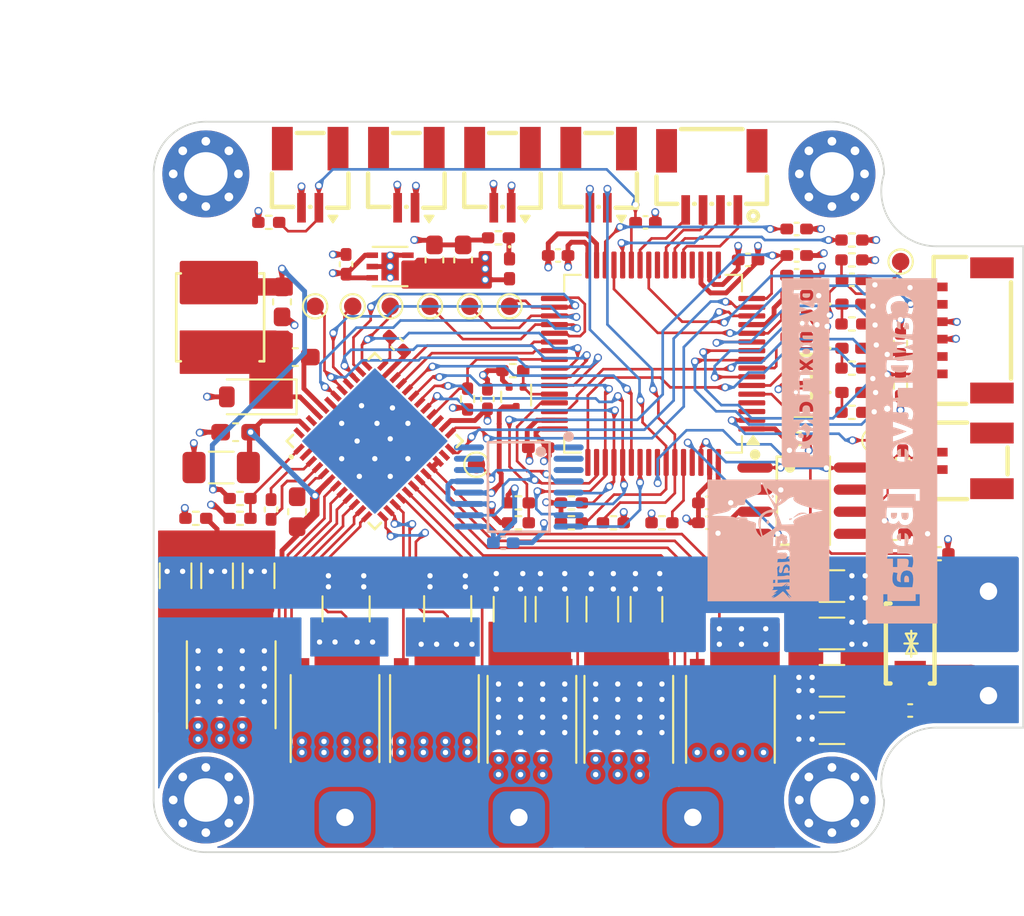
<source format=kicad_pcb>
(kicad_pcb (version 20241229) (generator "pcbnew") (generator_version "9.0")
  (layers (0 "F.Cu" signal) (4 "In1.Cu" signal) (6 "In2.Cu" signal) (2 "B.Cu" signal) (13 "F.Paste" user) (15 "B.Paste" user) (5 "F.SilkS" user "F.Silkscreen") (7 "B.SilkS" user "B.Silkscreen") (1 "F.Mask" user) (3 "B.Mask" user) (25 "Edge.Cuts" user))
  (net 0 "")
  (net 1 "GND")
  (net 2 "+3.3V")
  (net 3 "+3.3VA")
  (net 4 "+5V")
  (net 5 "/RESET")
  (net 6 "/DRV8323RSRGZR/CB")
  (net 7 "/DRV8323RSRGZR/SW")
  (net 8 "+36V")
  (net 9 "/DRV8323RSRGZR/PHASA")
  (net 10 "/DRV8323RSRGZR/PHASB")
  (net 11 "/DRV8323RSRGZR/PHASC")
  (net 12 "Net-(D1-K)")
  (net 13 "Net-(D2-K)")
  (net 14 "/SPI1_NSS")
  (net 15 "/SPI1_MISO")
  (net 16 "/SPI1_MOSI")
  (net 17 "/CAN_N")
  (net 18 "/CAN_P")
  (net 19 "/SWDIO")
  (net 20 "/SWCLK")
  (net 21 "/DRV8323RSRGZR/GHA")
  (net 22 "/DRV8323RSRGZR/GLA")
  (net 23 "/DRV8323RSRGZR/SPA")
  (net 24 "/DRV8323RSRGZR/GHB")
  (net 25 "/DRV8323RSRGZR/GLB")
  (net 26 "/DRV8323RSRGZR/SPB")
  (net 27 "/DRV8323RSRGZR/GHC")
  (net 28 "/DRV8323RSRGZR/GLC")
  (net 29 "/SPI1_SCK")
  (net 30 "/MCU_STA")
  (net 31 "/DRV_STA")
  (net 32 "/DRV8323RSRGZR/FB")
  (net 33 "/SPI3_MISO")
  (net 34 "/DRV_FAULT")
  (net 35 "/HSE_IN")
  (net 36 "/HSE_OUT")
  (net 37 "/DRV_ENABLE")
  (net 38 "/DRV_CAL")
  (net 39 "/SPI3_SCK")
  (net 40 "/SPI3_MOSI")
  (net 41 "/TIM1_BKIN")
  (net 46 "GND1")
  (net 47 "Net-(D4-K)")
  (net 48 "Net-(U7-CPL)")
  (net 49 "Net-(U7-CPH)")
  (net 50 "Net-(U7-VCP)")
  (net 51 "Net-(U7-DVDD)")
  (net 84 "/TIM1_CH1N")
  (net 85 "/DRV_SPI_NSS")
  (net 86 "/TIM1_CH3N")
  (net 87 "/TIM1_CH3")
  (net 88 "/TIM1_CH2")
  (net 89 "/TIM1_CH2N")
  (net 90 "/TIM1_CH1")
  (net 94 "/ADC2_IN9")
  (net 100 "Net-(U8-VCAP_1)")
  (net 101 "/ADC3_IN2")
  (net 102 "/ADC1_IN10")
  (net 103 "/USART3_TX")
  (net 104 "/USART3_RX")
  (net 107 "Net-(D6-K)")
  (net 108 "/I2C1_SCL")
  (net 109 "/I2C1_SDA")
  (net 110 "/ENCODER_STA")
  (net 111 "Net-(U8-BOOT0)")
  (net 112 "Net-(U8-VSSA)")
  (net 113 "Net-(U8-PB2)")
  (net 114 "/CAN_TX")
  (net 115 "/CAN_RX")
  (net 116 "/CAN_STB")
  (net 117 "/ADC1_IN0")
  (net 118 "/ADC2_IN1")
  (net 121 "Net-(U8-PC13)")
  (net 122 "Net-(Q1-D)")
  (net 123 "/ENCODER_CAL_EN")
  (net 124 "/ENCODER_SPI_NSS")
  (net 142 "/MT6835_EN")
  (net 143 "/ENCODER_OUT")
  (footprint "Resistor_SMD:R_0402_1005Metric_Pad0.72x0.64mm_HandSolder" (layer "F.Cu") (at 138.049 83.947 90)
    (property "Reference" "R17" (hide yes))
    (property "Value" "10k" (hide yes))
  )
  (footprint "Capacitor_SMD:C_0603_1608Metric_Pad1.08x0.95mm_HandSolder" (layer "F.Cu") (at 127.381 78.359 -90)
    (property "Reference" "C16" (hide yes))
    (property "Value" "22uF" (hide yes))
  )
  (footprint "Capacitor_SMD:C_0402_1005Metric_Pad0.74x0.62mm_HandSolder" (layer "F.Cu") (at 151.892 91.059 180)
    (property "Reference" "C13" (hide yes))
    (property "Value" "0.1uF" (hide yes))
  )
  (footprint "LED_SMD:LED_0402_1005Metric_Pad0.77x0.64mm_HandSolder" (layer "F.Cu") (at 140.462 76.454 -90)
    (property "Reference" "D4" (hide yes))
    (property "Value" "PWR_STA_LED" (hide yes))
  )
  (footprint "TestPoint:TestPoint_Pad_D1.0mm" (layer "F.Cu") (at 133.604 78.613)
    (property "Reference" "TP4" (hide yes))
    (property "Value" "TestPoint" (hide yes))
  )
  (footprint "Resistor_SMD:R_0402_1005Metric_Pad0.72x0.64mm_HandSolder" (layer "F.Cu") (at 126.619 73.787 180)
    (property "Reference" "R1" (hide yes))
    (property "Value" "10k 0.1%" (hide yes))
  )
  (footprint "Capacitor_SMD:C_1206_3216Metric_Pad1.33x1.80mm_HandSolder" (layer "F.Cu") (at 159 102.87)
    (property "Reference" "C38" (hide yes))
    (property "Value" "10uF/50V" (hide yes))
  )
  (footprint "Rick_Connector:CONN-SMD_2P-P1.00_XUNPU_WAFER-SH1.0-2PWB" (layer "F.Cu") (at 129 71.247 180)
    (property "Reference" "U6" (hide yes))
    (property "Value" "WAFER-SH1.0-2PWB" (hide yes))
  )
  (footprint "Resistor_SMD:R_0402_1005Metric_Pad0.72x0.64mm_HandSolder" (layer "F.Cu") (at 162.941 80.772 90)
    (property "Reference" "R2" (hide yes))
    (property "Value" "10k" (hide yes))
  )
  (footprint "Rick_MOSFET:TPHR8504PL,L1Q" (layer "F.Cu") (at 124.46 100.374 90)
    (property "Reference" "Q7" (hide yes))
    (property "Value" "TPH3R704PL" (hide yes))
  )
  (footprint "Resistor_SMD:R_0402_1005Metric_Pad0.72x0.64mm_HandSolder" (layer "F.Cu") (at 163.068 87.503 90)
    (property "Reference" "R26" (hide yes))
    (property "Value" "120Ω 1%" (hide yes))
  )
  (footprint "Capacitor_SMD:C_0402_1005Metric_Pad0.74x0.62mm_HandSolder" (layer "F.Cu") (at 156.972 74.168 180)
    (property "Reference" "C9" (hide yes))
    (property "Value" "2.2uF" (hide yes))
  )
  (footprint "Resistor_SMD:R_0402_1005Metric_Pad0.72x0.64mm_HandSolder" (layer "F.Cu") (at 160.147 79.629)
    (property "Reference" "R9" (hide yes))
    (property "Value" "510Ω" (hide yes))
  )
  (footprint "Resistor_SMD:R_1210_3225Metric_Pad1.30x2.65mm_HandSolder" (layer "F.Cu") (at 131.064 96.012 90)
    (property "Reference" "R18" (hide yes))
    (property "Value" "5mΩ 1%" (hide yes))
  )
  (footprint "CawDrive_Connector:POWER_PAD" (layer "F.Cu") (at 168 95)
    (property "Reference" "H8" (hide yes))
    (property "Value" "MountingHole_Pad" (hide yes))
  )
  (footprint "Rick_Regulator_Linear:TLV76733DRVR_SON65P200X200X80-7N" (layer "F.Cu") (at 133.595 76.327 180)
    (property "Reference" "U2" (hide yes))
    (property "Value" "TLV76733DRVR" (hide yes))
  )
  (footprint "Resistor_SMD:R_0402_1005Metric_Pad0.72x0.64mm_HandSolder" (layer "F.Cu") (at 163.957 93.98 180)
    (property "Reference" "R8" (hide yes))
    (property "Value" "75k 0.1%" (hide yes))
  )
  (footprint "Rick_Connector:CONN-SMD_2P-P1.00_XUNPU_WAFER-SH1.0-2PWB" (layer "F.Cu") (at 166.5 87.5 90)
    (property "Reference" "U5" (hide yes))
    (property "Value" "WAFER-SH1.0-2PWB" (hide yes))
  )
  (footprint "Capacitor_SMD:C_0402_1005Metric_Pad0.74x0.62mm_HandSolder" (layer "F.Cu") (at 157.099 86.233)
    (property "Reference" "C2" (hide yes))
    (property "Value" "0.1uF" (hide yes))
  )
  (footprint "Inductor_SMD:L_0402_1005Metric_Pad0.77x0.64mm_HandSolder" (layer "F.Cu") (at 156.972 76.835 180)
    (property "Reference" "L1" (hide yes))
    (property "Value" "39nH" (hide yes))
  )
  (footprint "TestPoint:TestPoint_Pad_D1.0mm" (layer "F.Cu") (at 138.176 78.613)
    (property "Reference" "TP2" (hide yes))
    (property "Value" "TestPoint" (hide yes))
  )
  (footprint "Capacitor_SMD:C_1206_3216Metric_Pad1.33x1.80mm_HandSolder" (layer "F.Cu") (at 121.2596 94.107 90)
    (property "Reference" "C22" (hide yes))
    (property "Value" "10uF/50V" (hide yes))
  )
  (footprint "Capacitor_SMD:C_0402_1005Metric_Pad0.74x0.62mm_HandSolder" (layer "F.Cu") (at 131.064 76.2 90)
    (property "Reference" "C7" (hide yes))
    (property "Value" "1uF" (hide yes))
  )
  (footprint "Rick_MOSFET:TPHR8504PL,L1Q" (layer "F.Cu") (at 153.162 102.362 -90)
    (property "Reference" "Q12" (hide yes))
    (property "Value" "TPH3R704PL" (hide yes))
  )
  (footprint "Rick_MOSFET:TPHR8504PL,L1Q" (layer "F.Cu") (at 141.75 102.362 90)
    (property "Reference" "Q9" (hide yes))
    (property "Value" "TPH3R704PL" (hide yes))
  )
  (footprint "Capacitor_SMD:C_1206_3216Metric_Pad1.33x1.80mm_HandSolder" (layer "F.Cu") (at 140.462 96.03 90)
    (property "Reference" "C23" (hide yes))
    (property "Value" "10uF/50V" (hide yes))
  )
  (footprint "Capacitor_SMD:C_0402_1005Metric_Pad0.74x0.62mm_HandSolder" (layer "F.Cu") (at 163.5 101.854 180)
    (property "Reference" "C10" (hide yes))
    (property "Value" "0.1uF/50V" (hide yes))
  )
  (footprint "Capacitor_SMD:C_0402_1005Metric_Pad0.74x0.62mm_HandSolder" (layer "F.Cu") (at 156.972 80.391)
    (property "Reference" "C19" (hide yes))
    (property "Value" "0.1uF/50V" (hide yes))
  )
  (footprint "Rick_Connector:CONN-SMD_2P-P1.00_XUNPU_WAFER-SH1.0-2PWB" (layer "F.Cu") (at 134.52875 71.247 180)
    (property "Reference" "U11" (hide yes))
    (property "Value" "WAFER-SH1.0-2PWB" (hide yes))
  )
  (footprint "TestPoint:TestPoint_Pad_D1.0mm" (layer "F.Cu") (at 131.445 78.613)
    (property "Reference" "TP5" (hide yes))
    (property "Value" "TestPoint" (hide yes))
  )
  (footprint "MountingHole:MountingHole_2.5mm_Pad_Via" (layer "F.Cu") (at 159 71)
    (property "Reference" "H2" (hide yes))
    (property "Value" "MountingHole_Pad" (hide yes))
  )
  (footprint "CawDrive_Connector:POWER_PAD" (layer "F.Cu") (at 141 108)
    (property "Reference" "H6" (hide yes))
    (property "Value" "MountingHole_Pad" (hide yes))
  )
  (footprint "Capacitor_SMD:C_1206_3216Metric_Pad1.33x1.80mm_HandSolder" (layer "F.Cu") (at 126.0348 94.107 90)
    (property "Reference" "C20" (hide yes))
    (property "Value" "10uF/50V" (hide yes))
  )
  (footprint "Diode_SMD:D_SOD-123" (layer "F.Cu") (at 125.857 83.82 180)
    (property "Reference" "D3" (hide yes))
    (property "Value" "D_Schottky_Small" (hide yes))
  )
  (footprint "Rick_Connector:CONN-SMD_4P-P1.00_WAFER-SH1.0-4PWB" (layer "F.Cu") (at 152.09 71.374 180)
    (property "Reference" "CN3" (hide yes))
    (property "Value" "WAFER-SH1.0-4PWB" (hide yes))
  )
  (footprint "Resistor_SMD:R_0402_1005Metric_Pad0.72x0.64mm_HandSolder" (layer "F.Cu") (at 149.225 91.059)
    (property "Reference" "R23" (hide yes))
    (property "Value" "10K" (hide yes))
  )
  (footprint "Capacitor_SMD:C_1206_3216Metric_Pad1.33x1.80mm_HandSolder" (layer "F.Cu") (at 145.796 96.03 90)
    (property "Reference" "C25" (hide yes))
    (property "Value" "10uF/50V" (hide yes))
  )
  (footprint "Resistor_SMD:R_0402_1005Metric_Pad0.72x0.64mm_HandSolder" (layer "F.Cu") (at 140.97 89.916 180)
    (property "Reference" "R20" (hide yes))
    (property "Value" "10k 0.1%" (hide yes))
  )
  (footprint "Resistor_SMD:R_0402_1005Metric_Pad0.72x0.64mm_HandSolder" (layer "F.Cu") (at 144.018 91.059 180)
    (property "Reference" "R5" (hide yes))
    (property "Value" "10k" (hide yes))
  )
  (footprint "Capacitor_SMD:C_0402_1005Metric_Pad0.74x0.62mm_HandSolder" (layer "F.Cu") (at 156.972 77.978)
    (property "Reference" "C11" (hide yes))
    (property "Value" "0.1uF" (hide yes))
  )
  (footprint "Capacitor_SMD:C_0402_1005Metric_Pad0.74x0.62mm_HandSolder" (layer "F.Cu") (at 162.61 91.69 180)
    (property "Reference" "C17" (hide yes))
    (property "Value" "0.1uF" (hide yes))
  )
  (footprint "TestPoint:TestPoint_Pad_D1.0mm" (layer "F.Cu") (at 140.462 78.613)
    (property "Reference" "TP1" (hide yes))
    (property "Value" "TestPoint" (hide yes))
  )
  (footprint "MountingHole:MountingHole_2.5mm_Pad_Via" (layer "F.Cu") (at 123 107)
    (property "Reference" "H4" (hide yes))
    (property "Value" "MountingHole_Pad" (hide yes))
  )
  (footprint "Capacitor_SMD:C_1206_3216Metric_Pad1.33x1.80mm_HandSolder" (layer "F.Cu") (at 123.884 87.884 180)
    (property "Reference" "C30" (hide yes))
    (property "Value" "0.1uF/50V" (hide yes))
  )
  (footprint "Rick_Diode:SMAJ36CA_TR13_SMA(DO-214AC)" (layer "F.Cu") (at 163.5 98 90)
    (property "Reference" "TV1" (hide yes))
    (property "Value" "SMAJ36CA/TR13" (hide yes))
  )
  (footprint "Resistor_SMD:R_0402_1005Metric_Pad0.72x0.64mm_HandSolder" (layer "F.Cu") (at 156.972 79.121)
    (property "Reference" "R24" (hide yes))
    (property "Value" "0Ω" (hide yes))
  )
  (footprint "Resistor_SMD:R_0402_1005Metric_Pad0.72x0.64mm_HandSolder" (layer "F.Cu") (at 139.827 74.676 180)
    (property "Reference" "R7" (hide yes))
    (property "Value" "510Ω" (hide yes))
  )
  (footprint "Rick_Crystal:Crystal_SMD3213-3P" (layer "F.Cu") (at 157.2 83.15 90)
    (property "Reference" "X1" (hide yes))
    (property "Value" "CSTNE16M0V530000R0" (hide yes))
  )
  (footprint "TestPoint:TestPoint_Pad_D1.0mm" (layer "F.Cu") (at 138.56 87.72)
    (property "Reference" "TP9" (hide yes))
    (property "Value" "TestPoint" (hide yes))
  )
  (footprint "Capacitor_SMD:C_1206_3216Metric_Pad1.33x1.80mm_HandSolder" (layer "F.Cu") (at 159 97.423333)
    (property "Reference" "C36" (hide yes))
    (property "Value" "10uF/50V" (hide yes))
  )
  (footprint "Resistor_SMD:R_0402_1005Metric_Pad0.72x0.64mm_HandSolder" (layer "F.Cu") (at 160.147 75.946 180)
    (property "Reference" "R10" (hide yes))
    (property "Value" "10k" (hide yes))
  )
  (footprint "Capacitor_SMD:C_0603_1608Metric_Pad1.08x0.95mm_HandSolder" (layer "F.Cu") (at 124.714 85.852 180)
    (property "Reference" "C33" (hide yes))
    (property "Value" "0.1uF/50V" (hide yes))
  )
  (footprint "Capacitor_SMD:C_0402_1005Metric_Pad0.74x0.62mm_HandSolder" (layer "F.Cu") (at 133.985 80.772 -45)
    (property "Reference" "C31" (hide yes))
    (property "Value" "1uF" (hide yes))
  )
  (footprint "Resistor_SMD:R_0402_1005Metric_Pad0.72x0.64mm_HandSolder" (layer "F.Cu") (at 122.428 90.805 180)
    (property "Reference" "R4" (hide yes))
    (property "Value" "0Ω" (hide yes))
  )
  (footprint "Resistor_SMD:R_0402_1005Metric_Pad0.72x0.64mm_HandSolder" (layer "F.Cu") (at 165.1 92.837 180)
    (property "Reference" "R12" (hide yes))
    (property "Value" "3k 0.1%" (hide yes))
  )
  (footprint "TestPoint:TestPoint_Pad_D1.0mm" (layer "F.Cu") (at 161.44 86.32)
    (property "Reference" "TP7" (hide yes))
    (property "Value" "TestPoint" (hide yes))
  )
  (footprint "Capacitor_SMD:C_0603_1608Metric_Pad1.08x0.95mm_HandSolder" (layer "F.Cu") (at 137.795 75.946 90)
    (property "Reference" "C35" (hide yes))
    (property "Value" "22uF" (hide yes))
  )
  (footprint "Capacitor_SMD:C_0402_1005Metric_Pad0.74x0.62mm_HandSolder" (layer "F.Cu") (at 160.147 77.089)
    (property "Reference" "C14" (hide yes))
    (property "Value" "0.1uF" (hide yes))
  )
  (footprint "LED_SMD:LED_0402_1005Metric_Pad0.77x0.64mm_HandSolder" (layer "F.Cu") (at 160.147 83.566)
    (property "Reference" "D6" (hide yes))
    (property "Value" "ENCODER_STA_LED" (hide yes))
  )
  (footprint "Capacitor_SMD:C_0603_1608Metric_Pad1.08x0.95mm_HandSolder" (layer "F.Cu") (at 128.143 81.534 180)
    (property "Reference" "C15" (hide yes))
    (property "Value" "0.1uF/50V" (hide yes))
  )
  (footprint "Capacitor_SMD:C_1206_3216Metric_Pad1.33x1.80mm_HandSolder" (layer "F.Cu") (at 148.336 96.03 90)
    (property "Reference" "C26" (hide yes))
    (property "Value" "10uF/50V" (hide yes))
  )
  (footprint "Resistor_SMD:R_0402_1005Metric_Pad0.72x0.64mm_HandSolder" (layer "F.Cu") (at 144.018 89.916)
    (property "Reference" "R16" (hide yes))
    (property "Value" "10k" (hide yes))
  )
  (footprint "Rick_MOSFET:TPHR8504PL,L1Q" (layer "F.Cu") (at 130.429 102.318 -90)
    (property "Reference" "Q8" (hide yes))
    (property "Value" "TPH3R704PL" (hide yes))
  )
  (footprint "Rick_Connector:CONN-SMD_2P-P1.00_XUNPU_WAFER-SH1.0-2PWB" (layer "F.Cu") (at 140.0575 71.247 180)
    (property "Reference" "U12" (hide yes))
    (property "Value" "WAFER-SH1.0-2PWB" (hide yes))
  )
  (footprint "TestPoint:TestPoint_Pad_D1.0mm" (layer "F.Cu") (at 129.286 78.613)
    (property "Reference" "TP6" (hide yes))
    (property "Value" "TestPoint" (hide yes))
  )
  (footprint "Resistor_SMD:R_0402_1005Metric_Pad0.72x0.64mm_HandSolder" (layer "F.Cu") (at 162.941 83.185 90)
    (property "Reference" "R3" (hide yes))
    (property "Value" "10k" (hide yes))
  )
  (footprint "Capacitor_SMD:C_0402_1005Metric_Pad0.74x0.62mm_HandSolder" (layer "F.Cu") (at 151.892 89.916 180)
    (property "Reference" "C6" (hide yes))
    (property "Value" "0.1uF" (hide yes))
  )
  (footprint "Capacitor_SMD:C_1206_3216Metric_Pad1.33x1.80mm_HandSolder" (layer "F.Cu") (at 159 100.146667)
    (property "Reference" "C37" (hide yes))
    (property "Value" "10uF/50V" (hide yes))
  )
  (footprint "CawDrive_Connector:POWER_PAD" (layer "F.Cu") (at 151 108)
    (property "Reference" "H7" (hide yes))
    (property "Value" "MountingHole_Pad" (hide yes))
  )
  (footprint "Resistor_SMD:R_1210_3225Metric_Pad1.30x2.65mm_HandSolder" (layer "F.Cu") (at 136.906 96 90)
    (property "Reference" "R19" (hide yes))
    (property "Value" "5mΩ 1%" (hide yes))
  )
  (footprint "Package_TO_SOT_SMD:SOT-723" (layer "F.Cu") (at 140.843 83.82 -90)
    (property "Reference" "Q1" (hide yes))
    (property "Value" "NMOS" (hide yes))
  )
  (footprint "Capacitor_SMD:C_0603_1608Metric_Pad1.08x0.95mm_HandSolder" (layer "F.Cu") (at 136.144 75.946 90)
    (property "Reference" "C34" (hide yes))
    (property "Value" "22uF" (hide yes))
  )
  (footprint "CawDrive_Connector:POWER_PAD" (layer "F.Cu") (at 168 101)
    (property "Reference" "H9" (hide yes))
    (property "Value" "MountingHole_Pad" (hide yes))
  )
  (footprint "Resistor_SMD:R_0402_1005Metric_Pad0.72x0.64mm_HandSolder" (layer "F.Cu") (at 140.6525 82.31 180)
    (property "Reference" "R22" (hide yes))
    (property "Value" "10k" (hide yes))
  )
  (footprint "Rick_MOSFET:TPHR8504PL,L1Q" (layer "F.Cu") (at 136.144 102.318 -90)
    (property "Reference" "Q10" (hide yes))
    (property "Value" "TPH3R704PL" (hide yes))
  )
  (footprint "Capacitor_SMD:C_1206_3216Metric_Pad1.33x1.80mm_HandSolder" (layer "F.Cu") (at 159 94.7)
    (property "Reference" "C29" (hide yes))
    (property "Value" "10uF/50V" (hide yes))
  )
  (footprint "LED_SMD:LED_0402_1005Metric_Pad0.77x0.64mm_HandSolder" (layer "F.Cu") (at 160.147 78.486)
    (property "Reference" "D1" (hide yes))
    (property "Value" "MCU_STA_LED" (hide yes))
  )
  (footprint "LED_SMD:LED_0402_1005Metric_Pad0.77x0.64mm_HandSolder" (layer "F.Cu") (at 160.147 81.026)
    (property "Reference" "D2" (hide yes))
    (property "Value" "DRV_STA_LED" (hide yes))
  )
  (footprint "TestPoint:TestPoint_Pad_D1.0mm" (layer "F.Cu") (at 135.89 78.613)
    (property "Reference" "TP3" (hide yes))
    (property "Value" "TestPoint" (hide yes))
  )
  (footprint "Resistor_SMD:R_0402_1005Metric_Pad0.72x0.64mm_HandSolder" (layer "F.Cu") (at 124.968 90.805 180)
    (property "Reference" "R14" (hide yes))
    (property "Value" "10k ±0.1%" (hide yes))
  )
  (footprint "Resistor_SMD:R_0402_1005Metric_Pad0.72x0.64mm_HandSolder" (layer "F.Cu") (at 146.431 91.059)
    (property "Reference" "R6" (hide yes))
    (property "Value" "10k" (hide yes))
  )
  (footprint "Capacitor_SMD:C_1206_3216Metric_Pad1.33x1.80mm_HandSolder" (layer "F.Cu") (at 142.875 96.03 90)
    (property "Reference" "C24" (hide yes))
    (property "Value" "10uF/50V" (hide yes))
  )
  (footprint "Rick_Connector:CONN-SMD_2P-P1.00_XUNPU_WAFER-SH1.0-2PWB" (layer "F.Cu") (at 145.58625 71.247 180)
    (property "Reference" "U10" (hide yes))
    (property "Value" "WAFER-SH1.0-2PWB" (hide yes))
  )
  (footprint "Resistor_SMD:R_0402_1005Metric_Pad0.72x0.64mm_HandSolder" (layer "F.Cu") (at 160.147 84.709)
    (property "Reference" "R15" (hide yes))
    (property "Value" "510Ω" (hide yes))
  )
  (footprint "Rick_Drive:DRV8323RS_QFN-48-EP(7x7)" (layer "F.Cu") (at 132.715 86.36 45)
    (property "Reference" "U7" (hide yes))
    (property "Value" "DRV8323RSRGZR" (hide yes))
  )
  (footprint "MountingHole:MountingHole_2.5mm_Pad_Via" (layer "F.Cu") (at 123 71)
    (property "Reference" "H1" (hide yes))
    (property "Value" "MountingHole_Pad" (hide yes))
  )
  (footprint "Capacitor_SMD:C_0402_1005Metric_Pad0.74x0.62mm_HandSolder" (layer "F.Cu") (at 148.28 73.787 180)
    (property "Reference" "C1" (hide yes))
    (property "Value" "0.1uF" (hide yes))
  )
  (footprint "MountingHole:MountingHole_2.5mm_Pad_Via" (layer "F.Cu") (at 159 107)
    (property "Reference" "H3" (hide yes))
    (property "Value" "MountingHole_Pad" (hide yes))
  )
  (footprint "Resistor_SMD:R_0402_1005Metric_Pad0.72x0.64mm_HandSolder" (layer "F.Cu") (at 124.968 89.662)
    (property "Reference" "R13" (hide yes))
    (property "Value" "54.9k ±0.1%" (hide yes))
  )
  (footprint "Rick_Connector:CONN-SMD_6P-P1.00_XUNPU_WAFER-SH1.0-6PWB" (layer "F.Cu") (at 166.5 80 90)
    (property "Reference" "CN2" (hide yes))
    (property "Value" "WAFER-SH1.0-6PWB" (hide yes))
  )
  (footprint "Capacitor_SMD:C_0402_1005Metric_Pad0.74x0.62mm_HandSolder" (layer "F.Cu") (at 139.192 83.947 90)
    (property "Reference" "C32" (hide yes))
    (property "Value" "1uF" (hide yes))
  )
  (footprint "Rick_CAN:TJA1051T31J_SOIC-8_L4.9-W3.9-P1.27-LS6.0-BL" (layer "F.Cu") (at 157.353 89.789 -90)
    (property "Reference" "U1" (hide yes))
    (property "Value" "TJA1051T/3/1J" (hide yes))
  )
  (footprint "Capacitor_SMD:C_0402_1005Metric_Pad0.74x0.62mm_HandSolder" (layer "F.Cu") (at 156.972 75.692 180)
    (property "Reference" "C12" (hide yes))
    (property "Value" "0.1uF" (hide yes))
  )
  (footprint "Capacitor_SMD:C_0402_1005Metric_Pad0.74x0.62mm_HandSolder" (layer "F.Cu") (at 154.178 75.946 180)
    (property "Reference" "C3" (hide yes))
    (property "Value" "0.1uF" (hide yes))
  )
  (footprint "Capacitor_SMD:C_1206_3216Metric_Pad1.33x1.80mm_HandSolder" (layer "F.Cu") (at 123.6472 94.107 90)
    (property "Reference" "C21" (hide yes))
    (property "Value" "10uF/50V" (hide yes))
  )
  (footprint "CawDrive_Connector:POWER_PAD" (layer "F.Cu") (at 131 108)
    (property "Reference" "H5" (hide yes))
    (property "Value" "MountingHole_Pad" (hide yes))
  )
  (footprint "Capacitor_SMD:C_0603_1608Metric_Pad1.08x0.95mm_HandSolder" (layer "F.Cu") (at 128.25 90.424 90)
    (property "Reference" "C28" (hide yes))
    (property "Value" "1uF/50V" (hide yes))
  )
  (footprint "Resistor_SMD:R_0402_1005Metric_Pad0.72x0.64mm_HandSolder" (layer "F.Cu") (at 160.147 82.169)
    (property "Reference" "R11" (hide yes))
    (property "Value" "510Ω" (hide yes))
  )
  (footprint "Rick_Inductor:LQH5BPB220MT0L_IND-SMD_L5.0-W5.0" (layer "F.Cu") (at 123.825 79.248 -90)
    (property "Reference" "L2" (hide yes))
    (property "Value" "22uH_±20%_1.4A" (hide yes))
  )
  (footprint "Resistor_SMD:R_0402_1005Metric_Pad0.72x0.64mm_HandSolder" (layer "F.Cu") (at 160.147 74.803)
    (property "Reference" "R25" (hide yes))
    (property "Value" "10K" (hide yes))
  )
  (footprint "TestPoint:TestPoint_Pad_D1.0mm" (layer "F.Cu") (at 162.95 76.04)
    (property "Reference" "TP8" (hide yes))
    (property "Value" "TestPoint" (hide yes))
  )
  (footprint "Resistor_SMD:R_0402_1005Metric_Pad0.72x0.64mm_HandSolder" (layer "F.Cu") (at 140.97 91.059)
    (property "Reference" "R21" (hide yes))
    (property "Value" "10k NTC" (hide yes))
  )
  (footprint "Capacitor_SMD:C_0402_1005Metric_Pad0.74x0.62mm_HandSolder" (layer "F.Cu") (at 143.256 75.692 180)
    (property "Reference" "C4" (hide yes))
    (property "Value" "0.1uF" (hide yes))
  )
  (footprint "Rick_MOSFET:TPHR8504PL,L1Q" (layer "F.Cu") (at 147.32 102.362 90)
    (property "Reference" "Q11" (hide yes))
    (property "Value" "TPH3R704PL" (hide yes))
  )
  (footprint "Capacitor_SMD:C_0402_1005Metric_Pad0.74x0.62mm_HandSolder" (layer "F.Cu") (at 142.113 86.741 180)
    (property "Reference" "C5" (hide yes))
    (property "Value" "0.1uF" (hide yes))
  )
  (footprint "Capacitor_SMD:C_0402_1005Metric_Pad0.74x0.62mm_HandSolder" (layer "F.Cu") (at 126.75 90.297 -90)
    (property "Reference" "C27" (hide yes))
    (property "Value" "47nF/50V" (hide yes))
  )
  (footprint "Package_QFP:LQFP-64_10x10mm_P0.5mm" (layer "F.Cu") (at 148.717 81.915 180)
    (property "Reference" "U8" (hide yes))
    (property "Value" "STM32F446RETx" (hide yes))
  )
  (footprint "Rick_Sensor:MT6835GT-STD" (layer "B.Cu") (at 140.9954 89.0016 -90)
    (property "Reference" "U9" (hide yes))
    (property "Value" "MT6835GT-STD" (hide yes))
  )
  (footprint "Capacitor_SMD:C_0402_1005Metric_Pad0.74x0.62mm_HandSolder" (layer "B.Cu") (at 140.1 92.21 180)
    (property "Reference" "C18" (hide yes))
    (property "Value" "0.1uF" (hide yes))
  )
  (footprint "Library:kibuzzard-692C9A5B" (layer "B.Cu") (at 163 86.925148 -90)
    (property "Reference" "kibuzzard-692C9A5B" (hide yes))
    (property "Value" "G***" (hide yes))
  )
  (footprint "Library:guaik_logo_black_7x7" (layer "B.Cu") (at 155.348609 92.075 -90)
    (property "Reference" "G***" (hide yes))
    (property "Value" "LOGO" (hide yes))
  )
  (footprint "Library:kibuzzard-692C9AA1" (layer "B.Cu") (at 157.48 82.434303 -90)
    (property "Reference" "kibuzzard-692C9AA1" (hide yes))
    (property "Value" "G***" (hide yes))
  )
  (gr_line (start 123 68) (end 159 68) (stroke (width 0.1)) (layer "Edge.Cuts"))
  (gr_arc (start 159 68) (mid 161.12132 68.87868) (end 162 71) (stroke (width 0.1)) (layer "Edge.Cuts"))
  (gr_arc (start 165 75.162278) (mid 162.434627 73.849016) (end 162 71) (stroke (width 0.1)) (layer "Edge.Cuts"))
  (gr_arc (start 123 110) (mid 120.87868 109.12132) (end 120 107) (stroke (width 0.1)) (layer "Edge.Cuts"))
  (gr_line (start 170 75.162278) (end 170 102.837722) (stroke (width 0.1)) (layer "Edge.Cuts"))
  (gr_arc (start 162 107) (mid 161.12132 109.12132) (end 159 110) (stroke (width 0.1)) (layer "Edge.Cuts"))
  (gr_line (start 165 75.162278) (end 170 75.162278) (stroke (width 0.1)) (layer "Edge.Cuts"))
  (gr_line (start 159 110) (end 123 110) (stroke (width 0.1)) (layer "Edge.Cuts"))
  (gr_line (start 165 102.837723) (end 170 102.837722) (stroke (width 0.1)) (layer "Edge.Cuts"))
  (gr_arc (start 162 107) (mid 162.434627 104.150984) (end 165 102.837722) (stroke (width 0.1)) (layer "Edge.Cuts"))
  (gr_line (start 120 107) (end 120.000001 71) (stroke (width 0.1)) (layer "Edge.Cuts"))
  (gr_arc (start 120.000001 71) (mid 120.87868 68.87868) (end 123 68.000001) (stroke (width 0.1)) (layer "Edge.Cuts"))
  (segment (start 158.398 75.692) (end 158.53 75.56) (width 0.2794) (layer "F.Cu") (net 1))
  (segment (start 151.3235 91.06) (end 151.3245 91.059) (width 0.2794) (layer "F.Cu") (net 1))
  (segment (start 129.53302 86.36) (end 132.715 86.36) (width 0.2794) (layer "F.Cu") (net 1))
  (segment (start 141.605 87.503) (end 141.605 86.8005) (width 0.2794) (layer "F.Cu") (net 1))
  (segment (start 133.533123 82.359897) (end 134.386283 81.506737) (width 0.2794) (layer "F.Cu") (net 1))
  (segment (start 138.0755 74.803) (end 137.795 75.0835) (width 0.2794) (layer "F.Cu") (net 1))
  (segment (start 137.795 75.0835) (end 136.144 75.0835) (width 0.2794) (layer "F.Cu") (net 1))
  (segment (start 153.6105 76.465994) (end 152.717594 77.3589) (width 0.2794) (layer "F.Cu") (net 1))
  (segment (start 141.478 86.6735) (end 141.478 85.722) (width 0.2794) (layer "F.Cu") (net 1))
  (segment (start 142.035 85.165) (end 143.042 85.165) (width 0.2794) (layer "F.Cu") (net 1))
  (segment (start 138.938 82.566401) (end 139.1987 82.827101) (width 0.2794) (layer "F.Cu") (net 1))
  (segment (start 157.5395 74.168) (end 158.369 74.168) (width 0.2794) (layer "F.Cu") (net 1))
  (segment (start 134.62 75.677) (end 133.746 75.677) (width 0.2794) (layer "F.Cu") (net 1))
  (segment (start 141.478 85.722) (end 142.035 85.165) (width 0.2794) (layer "F.Cu") (net 1))
  (segment (start 156.1575 83.15) (end 155.92375 83.38375) (width 0.2794) (layer "F.Cu") (net 1))
  (segment (start 158.724863 80.095137) (end 158.43 80.39) (width 0.2794) (layer "F.Cu") (net 1))
  (segment (start 135.189874 86.36) (end 132.715 86.36) (width 0.2794) (layer "F.Cu") (net 1))
  (segment (start 133.746 75.677) (end 133.604 75.819) (width 0.2794) (layer "F.Cu") (net 1))
  (segment (start 127.6215 79.2215) (end 127.381 79.2215) (width 0.3048) (layer "F.Cu") (net 1))
  (segment (start 156.044 89.154) (end 156.06 89.17) (width 0.2794) (layer "F.Cu") (net 1))
  (segment (start 157.5395 75.692) (end 158.398 75.692) (width 0.2794) (layer "F.Cu") (net 1))
  (segment (start 123.48 90.02) (end 123.3 90.02) (width 0.2794) (layer "F.Cu") (net 1))
  (segment (start 153.61 75.3) (end 153.6105 75.3005) (width 0.2794) (layer "F.Cu") (net 1))
  (segment (start 135.8775 74.817) (end 136.144 75.0835) (width 0.2794) (layer "F.Cu") (net 1))
  (segment (start 124.207 83.82) (end 123.08 83.82) (width 0.2794) (layer "F.Cu") (net 1))
  (segment (start 134.985 74.797) (end 135.005 74.817) (width 0.2794) (layer "F.Cu") (net 1))
  (segment (start 128.1 79.7) (end 127.6215 79.2215) (width 0.3048) (layer "F.Cu") (net 1))
  (segment (start 130.3095 75.6325) (end 131.064 75.6325) (width 0.2794) (layer "F.Cu") (net 1))
  (segment (start 139.2295 74.676) (end 139.1025 74.676) (width 0.2794) (layer "F.Cu") (net 1))
  (segment (start 153.6105 75.946) (end 153.6105 76.465994) (width 0.2794) (layer "F.Cu") (net 1))
  (segment (start 152.216406 77.3589) (end 151.967 77.109494) (width 0.2794) (layer "F.Cu") (net 1))
  (segment (start 139.194401 82.31) (end 138.938 82.566401) (width 0.2794) (layer "F.Cu") (net 1))
  (segment (start 157.98 80.39) (end 157.979 80.391) (width 0.2794) (layer "F.Cu") (net 1))
  (segment (start 139.954 91.059) (end 140.3725 91.059) (width 0.2794) (layer "F.Cu") (net 1))
  (segment (start 157.5395 79.091) (end 157.5695 79.121) (width 0.2794) (layer "F.Cu") (net 1))
  (segment (start 153.61 75.1342) (end 153.61 75.3) (width 0.2794) (layer "F.Cu") (net 1))
  (segment (start 124.3705 90.805) (end 124.265 90.805) (width 0.2794) (layer "F.Cu") (net 1))
  (segment (start 143.2316 74.4464) (end 142.6885 74.9895) (width 0.2794) (layer "F.Cu") (net 1))
  (segment (start 162.941 84.579) (end 162.94 84.58) (width 0.2794) (layer "F.Cu") (net 1))
  (segment (start 165.67 92) (end 165.67 92.8095) (width 0.2794) (layer "F.Cu") (net 1))
  (segment (start 148.63 91.0565) (end 148.6275 91.059) (width 0.2794) (layer "F.Cu") (net 1))
  (segment (start 157.2 83.15) (end 156.1575 83.15) (width 0.2794) (layer "F.Cu") (net 1))
  (segment (start 151.967 77.109494) (end 151.967 76.24) (width 0.2794) (layer "F.Cu") (net 1))
  (segment (start 139.5575 72.947) (end 139.5575 71.5875) (width 0.2794) (layer "F.Cu") (net 1))
  (segment (start 165.67 92.8095) (end 165.6975 92.837) (width 0.2794) (layer "F.Cu") (net 1))
  (segment (start 138.9755 74.803) (end 138.0755 74.803) (width 0.2794) (layer "F.Cu") (net 1))
  (segment (start 139.192 82.9985) (end 139.192 83.3795) (width 0.2794) (layer "F.Cu") (net 1))
  (segment (start 139.1987 82.9918) (end 139.192 82.9985) (width 0.2794) (layer "F.Cu") (net 1))
  (segment (start 128.714897 87.178123) (end 129.53302 86.36) (width 0.2794) (layer "F.Cu") (net 1))
  (segment (start 161.2015 77.089) (end 160.7145 77.089) (width 0.2794) (layer "F.Cu") (net 1))
  (segment (start 139.1025 74.676) (end 138.9755 74.803) (width 0.2794) (layer "F.Cu") (net 1))
  (segment (start 158.724863 79.768438) (end 158.724863 80.095137) (width 0.2794) (layer "F.Cu") (net 1))
  (segment (start 130.305 75.637) (end 130.3095 75.6325) (width 0.2794) (layer "F.Cu") (net 1))
  (segment (start 128.5 71.72) (end 128.5 72.947) (width 0.2794) (layer "F.Cu") (net 1))
  (segment (start 157.591 79.121) (end 157.5695 79.121) (width 0.2794) (layer "F.Cu") (net 1))
  (segment (start 161.47 77.3575) (end 161.2015 77.089) (width 0.2794) (layer "F.Cu") (net 1))
  (segment (start 157.67 86.91) (end 157.67 86.2365) (width 0.2794) (layer "F.Cu") (net 1))
  (segment (start 121.793 90.7675) (end 121.8305 90.805) (width 0.2794) (layer "F.Cu") (net 1))
  (segment (start 135.005 74.817) (end 135.8775 74.817) (width 0.2794) (layer "F.Cu") (net 1))
  (segment (start 157.67 86.2365) (end 157.6665 86.233) (width 0.2794) (layer "F.Cu") (net 1))
  (segment (start 124.265 90.805) (end 123.48 90.02) (width 0.2794) (layer "F.Cu") (net 1))
  (segment (start 134.386283 81.506737) (end 134.386283 81.173283) (width 0.2794) (layer "F.Cu") (net 1))
  (segment (start 150.62305 90.81395) (end 150.8691 91.06) (width 0.2794) (layer "F.Cu") (net 1))
  (segment (start 122.31 86.48) (end 122.3215 86.4915) (width 0.2794) (layer "F.Cu") (net 1))
  (segment (start 158.43 80.39) (end 157.98 80.39) (width 0.2794) (layer "F.Cu") (net 1))
  (segment (start 151.3245 89.408) (end 151.3245 89.916) (width 0.2794) (layer "F.Cu") (net 1))
  (segment (start 154.581 89.154) (end 156.044 89.154) (width 0.2794) (layer "F.Cu") (net 1))
  (segment (start 152.717594 77.3589) (end 152.216406 77.3589) (width 0.2794) (layer "F.Cu") (net 1))
  (segment (start 121.793 90.207) (end 121.793 90.7675) (width 0.2794) (layer "F.Cu") (net 1))
  (segment (start 133.533123 82.359897) (end 131.953 83.94002) (width 0.2794) (layer "F.Cu") (net 1))
  (segment (start 160.7445 74.803) (end 161.544 74.803) (width 0.2794) (layer "F.Cu") (net 1))
  (segment (start 122.3215 86.4915) (end 122.3215 87.884) (width 0.2794) (layer "F.Cu") (net 1))
  (segment (start 139.1987 82.827101) (end 139.1987 82.9918) (width 0.2794) (layer "F.Cu") (net 1))
  (segment (start 148.63 90.5192) (end 148.63 91.0565) (width 0.2794) (layer "F.Cu") (net 1))
  (segment (start 148.8475 73.787) (end 148.8475 73.2075) (width 0.2794) (layer "F.Cu") (net 1))
  (segment (start 157.979 80.391) (end 157.5395 80.391) (width 0.2794) (layer "F.Cu") (net 1))
  (segment (start 150.8691 91.06) (end 151.3235 91.06) (width 0.2794) (layer "F.Cu") (net 1))
  (segment (start 140.055 82.31) (end 139.194401 82.31) (width 0.2794) (layer "F.Cu") (net 1))
  (segment (start 136.36155 85.188324) (end 135.189874 86.36) (width 0.2794) (layer "F.Cu") (net 1))
  (segment (start 142.6885 76.3785) (end 142.6885 75.692) (width 0.2794) (layer "F.Cu") (net 1))
  (segment (start 140.055 82.857) (end 140.443 83.245) (width 0.2794) (layer "F.Cu") (net 1))
  (segment (start 139.446 90.551) (end 139.954 91.059) (width 0.2794) (layer "F.Cu") (net 1))
  (segment (start 151.3245 89.916) (end 151.3245 91.059) (width 0.2794) (layer "F.Cu") (net 1))
  (segment (start 158.14 79.67) (end 157.591 79.121) (width 0.2794) (layer "F.Cu") (net 1))
  (segment (start 134.02875 72.947) (end 134.02875 71.63875) (width 0.2794) (layer "F.Cu") (net 1))
  (segment (start 130.129111 84.127664) (end 130.81 84.808553) (width 0.2794) (layer "F.Cu") (net 1))
  (segment (start 141.5455 86.741) (end 141.478 86.6735) (width 0.2794) (layer "F.Cu") (net 1))
  (segment (start 141.605 86.8005) (end 141.5455 86.741) (width 0.2794) (layer "F.Cu") (net 1))
  (segment (start 164.5 91.69) (end 163.1775 91.69) (width 0.2794) (layer "F.Cu") (net 1))
  (segment (start 131.953 83.94002) (end 131.953 84.328) (width 0.2794) (layer "F.Cu") (net 1))
  (segment (start 139.446 90.043) (end 139.446 90.551) (width 0.2794) (layer "F.Cu") (net 1))
  (segment (start 151.967 88.7655) (end 151.3245 89.408) (width 0.2794) (layer "F.Cu") (net 1))
  (segment (start 142.6885 74.9895) (end 142.6885 75.692) (width 0.2794) (layer "F.Cu") (net 1))
  (segment (start 145.467 76.24) (end 145.467 75.022888) (width 0.2794) (layer "F.Cu") (net 1))
  (segment (start 158.218 77.978) (end 158.24 78) (width 0.2794) (layer "F.Cu") (net 1))
  (segment (start 142.69 76.38) (end 142.6885 76.3785) (width 0.2794) (layer "F.Cu") (net 1))
  (segment (start 161.47 77.378) (end 161.47 77.3575) (width 0.2794) (layer "F.Cu") (net 1))
  (segment (start 139.5575 71.5875) (end 139.54 71.57) (width 0.2794) (layer "F.Cu") (net 1))
  (segment (start 123.08 83.82) (end 123.07 83.81) (width 0.2794) (layer "F.Cu") (net 1))
  (segment (start 122.678 85.852) (end 122.65 85.88) (width 0.2794) (layer "F.Cu") (net 1))
  (segment (start 166.11 80.5) (end 166.13 80.48) (width 0.2794) (layer "F.Cu") (net 1))
  (segment (start 140.055 82.31) (end 140.055 82.857) (width 0.2794) (layer "F.Cu") (net 1))
  (segment (start 164.8 80.5) (end 166.11 80.5) (width 0.2794) (layer "F.Cu") (net 1))
  (segment (start 132.57 76.327) (end 133.595 76.327) (width 0.2794) (layer "F.Cu") (net 1))
  (segment (start 153.6105 75.3005) (end 153.6105 75.946) (width 0.2794) (layer "F.Cu") (net 1))
  (segment (start 148.8475 73.2075) (end 148.84 73.2) (width 0.2794) (layer "F.Cu") (net 1))
  (segment (start 144.890512 74.4464) (end 143.2316 74.4464) (width 0.2794) (layer "F.Cu") (net 1))
  (segment (start 162.941 83.7825) (end 162.941 84.579) (width 0.2794) (layer "F.Cu") (net 1))
  (segment (start 134.02875 71.63875) (end 134.01 71.62) (width 0.2794) (layer "F.Cu") (net 1))
  (segment (start 123.8515 85.852) (end 122.678 85.852) (width 0.2794) (layer "F.Cu") (net 1))
  (segment (start 130.81 84.808553) (end 130.81 85.344) (width 0.2794) (layer "F.Cu") (net 1))
  (segment (start 145.467 75.022888) (end 144.890512 74.4464) (width 0.2794) (layer "F.Cu") (net 1))
  (segment (start 151.967 87.59) (end 151.967 88.7655) (width 0.2794) (layer "F.Cu") (net 1))
  (segment (start 157.5395 77.978) (end 158.218 77.978) (width 0.2794) (layer "F.Cu") (net 1))
  (via (at 134.62 87.376) (size 0.6096) (drill 0.3048) (layers "F.Cu" "B.Cu") (net 1))
  (via (at 133.595 76.327) (size 0.4572) (drill 0.3048) (layers "F.Cu" "B.Cu") (net 1))
  (via (at 157.67 86.91) (size 0.4572) (drill 0.3048) (layers "F.Cu" "B.Cu") (net 1))
  (via (at 130.305 75.637) (size 0.4572) (drill 0.3048) (layers "F.Cu" "B.Cu") (net 1))
  (via (at 139.446 90.043) (size 0.4572) (drill 0.3048) (layers "F.Cu" "B.Cu") (net 1))
  (via (at 133.604 86.233) (size 0.6096) (drill 0.3048) (layers "F.Cu" "B.Cu") (net 1))
  (via (at 141.605 87.503) (size 0.4572) (drill 0.3048) (layers "F.Cu" "B.Cu") (net 1))
  (via (at 161.544 74.803) (size 0.4572) (drill 0.3048) (layers "F.Cu" "B.Cu") (net 1))
  (via (at 123.3 90.02) (size 0.4572) (drill 0.3048) (layers "F.Cu" "B.Cu") (net 1))
  (via (at 166.13 80.48) (size 0.4572) (drill 0.3048) (layers "F.Cu" "B.Cu") (net 1))
  (via (at 158.369 74.168) (size 0.4572) (drill 0.3048) (layers "F.Cu" "B.Cu") (net 1))
  (via (at 128.1 79.7) (size 0.4572) (drill 0.3048) (layers "F.Cu" "B.Cu") (net 1))
  (via (at 165.67 92) (size 0.4572) (drill 0.3048) (layers "F.Cu" "B.Cu") (net 1))
  (via (at 148.84 73.2) (size 0.4572) (drill 0.3048) (layers "F.Cu" "B.Cu") (net 1))
  (via (at 162.94 84.58) (size 0.4572) (drill 0.3048) (layers "F.Cu" "B.Cu") (net 1))
  (via (at 134.62 85.344) (size 0.6096) (drill 0.3048) (layers "F.Cu" "B.Cu") (net 1))
  (via (at 133.604 88.392) (size 0.6096) (drill 0.3048) (layers "F.Cu" "B.Cu") (net 1))
  (via (at 139.54 71.57) (size 0.4572) (drill 0.3048) (layers "F.Cu" "B.Cu") (net 1))
  (via (at 158.724863 79.768438) (size 0.4572) (drill 0.3048) (layers "F.Cu" "B.Cu") (net 1))
  (via (at 122.31 86.48) (size 0.4572) (drill 0.3048) (layers "F.Cu" "B.Cu") (net 1))
  (via (at 130.81 87.376) (size 0.6096) (drill 0.3048) (layers "F.Cu" "B.Cu") (net 1))
  (via (at 158.14 79.67) (size 0.4572) (drill 0.3048) (layers "F.Cu" "B.Cu") (net 1))
  (via (at 133.604 75.692) (size 0.4572) (drill 0.3048) (layers "F.Cu" "B.Cu") (net 1))
  (via (at 142.69 76.38) (size 0.4572) (drill 0.3048) (layers "F.Cu" "B.Cu") (net 1))
  (via (at 158.24 78) (size 0.4572) (drill 0.3048) (layers "F.Cu" "B.Cu") (net 1))
  (via (at 156.06 89.17) (size 0.4572) (drill 0.3048) (layers "F.Cu" "B.Cu") (net 1))
  (via (at 121.793 90.207) (size 0.4572) (drill 0.3048) (layers "F.Cu" "B.Cu") (net 1))
  (via (at 164.5 91.69) (size 0.4572) (drill 0.3048) (layers "F.Cu" "B.Cu") (net 1))
  (via (at 148.63 90.5192) (size 0.4572) (drill 0.3048) (layers "F.Cu" "B.Cu") (net 1))
  (via (at 150.62305 90.81395) (size 0.4572) (drill 0.3048) (layers "F.Cu" "B.Cu") (net 1))
  (via (at 131.699 86.36) (size 0.6096) (drill 0.3048) (layers "F.Cu" "B.Cu") (net 1))
  (via (at 158.53 75.56) (size 0.4572) (drill 0.3048) (layers "F.Cu" "B.Cu") (net 1))
  (via (at 134.01 71.62) (size 0.4572) (drill 0.3048) (layers "F.Cu" "B.Cu") (net 1))
  (via (at 138.938 82.566401) (size 0.4572) (drill 0.3048) (layers "F.Cu" "B.Cu") (net 1))
  (via (at 131.826 88.392) (size 0.6096) (drill 0.3048) (layers "F.Cu" "B.Cu") (net 1))
  (via (at 153.61 75.1342) (size 0.4572) (drill 0.3048) (layers "F.Cu" "B.Cu") (net 1))
  (via (at 131.953 84.328) (size 0.6096) (drill 0.3048) (layers "F.Cu" "B.Cu") (net 1))
  (via (at 132.842 85.344) (size 0.6096) (drill 0.3048) (layers "F.Cu" "B.Cu") (net 1))
  (via (at 142.44 91.08) (size 0.4572) (drill 0.3048) (layers "F.Cu" "B.Cu") (net 1))
  (via (at 132.715 87.376) (size 0.6096) (drill 0.3048) (layers "F.Cu" "B.Cu") (net 1))
  (via (at 128.5 71.72) (size 0.4572) (drill 0.3048) (layers "F.Cu" "B.Cu") (net 1))
  (via (at 122.65 85.88) (size 0.4572) (drill 0.3048) (layers "F.Cu" "B.Cu") (net 1))
  (via (at 134.985 74.797) (size 0.4572) (drill 0.3048) (layers "F.Cu" "B.Cu") (net 1))
  (via (at 130.81 85.344) (size 0.6096) (drill 0.3048) (layers "F.Cu" "B.Cu") (net 1))
  (via (at 155.92375 83.38375) (size 0.4572) (drill 0.3048) (layers "F.Cu" "B.Cu") (net 1))
  (via (at 133.604 76.962) (size 0.4572) (drill 0.3048) (layers "F.Cu" "B.Cu") (net 1))
  (via (at 161.47 77.378) (size 0.4572) (drill 0.3048) (layers "F.Cu" "B.Cu") (net 1))
  (via (at 123.07 83.81) (size 0.4572) (drill 0.3048) (layers "F.Cu" "B.Cu") (net 1))
  (via (at 133.731 84.455) (size 0.6096) (drill 0.3048) (layers "F.Cu" "B.Cu") (net 1))
  (segment (start 137.1434 88.6766) (end 136.92 88.9) (width 0.2794) (layer "B.Cu") (net 1))
  (segment (start 142.44 91.53) (end 141.76 92.21) (width 0.2794) (layer "B.Cu") (net 1))
  (segment (start 136.92 89.72) (end 137.1766 89.9766) (width 0.2794) (layer "B.Cu") (net 1))
  (segment (start 139.446 90.043) (end 139.373 89.97) (width 0.2794) (layer "B.Cu") (net 1))
  (segment (start 141.76 92.21) (end 140.6675 92.21) (width 0.2794) (layer "B.Cu") (net 1))
  (segment (start 138.1294 88.6766) (end 137.1434 88.6766) (width 0.2794) (layer "B.Cu") (net 1))
  (segment (start 137.1766 89.9766) (end 138.1294 89.9766) (width 0.2794) (layer "B.Cu") (net 1))
  (segment (start 136.92 88.9) (end 136.92 89.72) (width 0.2794) (layer "B.Cu") (net 1))
  (segment (start 138.136 89.97) (end 138.1294 89.9766) (width 0.2794) (layer "B.Cu") (net 1))
  (segment (start 142.44 91.08) (end 142.44 91.53) (width 0.2794) (layer "B.Cu") (net 1))
  (segment (start 139.373 89.97) (end 138.136 89.97) (width 0.2794) (layer "B.Cu") (net 1))
  (segment (start 138.467127 85.179873) (end 139.1325 84.5145) (width 0.2794) (layer "F.Cu") (net 2))
  (segment (start 143.8235 75.692) (end 143.8235 75.1245) (width 0.2794) (layer "F.Cu") (net 2))
  (segment (start 140.3725 89.916) (end 140.3725 89.4695) (width 0.2794) (layer "F.Cu") (net 2))
  (segment (start 137.2 84.448) (end 137.9525 84.448) (width 0.2794) (layer "F.Cu") (net 2))
  (segment (start 160.979025 75.961025) (end 160.964 75.946) (width 0.2794) (layer "F.Cu") (net 2))
  (segment (start 156.293 86.233) (end 156.5315 86.233) (width 0.2794) (layer "F.Cu") (net 2))
  (segment (start 161.25375 78.50625) (end 161.22875 78.50625) (width 0.2794) (layer "F.Cu") (net 2))
  (segment (start 154.75 75.1342) (end 154.75 75.271) (width 0.2794) (layer "F.Cu") (net 2))
  (segment (start 158.421234 76.318206) (end 158.421234 76.736166) (width 0.2794) (layer "F.Cu") (net 2))
  (segment (start 151.467 77.293408) (end 152.016092 77.8425) (width 0.2794) (layer "F.Cu") (net 2))
  (segment (start 142.173 85.665) (end 141.986 85.852) (width 0.2794) (layer "F.Cu") (net 2))
  (segment (start 143.8235 75.692) (end 143.8235 76.3435) (width 0.2794) (layer "F.Cu") (net 2))
  (segment (start 158.3224 76.835) (end 157.5445 76.835) (width 0.2794) (layer "F.Cu") (net 2))
  (segment (start 152.016092 77.8425) (end 152.917908 77.8425) (width 0.2794) (layer "F.Cu") (net 2))
  (segment (start 162.941 80.1745) (end 162.941 79.381) (width 0.2794) (layer "F.Cu") (net 2))
  (segment (start 142.642056 89.916) (end 143.4205 89.916) (width 0.2794) (layer "F.Cu") (net 2))
  (segment (start 160.7195 83.566) (end 161.506 83.566) (width 0.2794) (layer "F.Cu") (net 2))
  (segment (start 137.077107 85.179873) (end 138.467127 85.179873) (width 0.2794) (layer "F.Cu") (net 2))
  (segment (start 139.192 85.06) (end 139.192 84.5145) (width 0.2794) (layer "F.Cu") (net 2))
  (segment (start 143.042 85.665) (end 142.173 85.665) (width 0.2794) (layer "F.Cu") (net 2))
  (segment (start 161.485711 75.961025) (end 160.979025 75.961025) (width 0.2794) (layer "F.Cu") (net 2))
  (segment (start 162.0425 90.9725) (end 162.02 90.95) (width 0.2794) (layer "F.Cu") (net 2))
  (segment (start 139.194832 85.202) (end 139.194832 85.062832) (width 0.2794) (layer "F.Cu") (net 2))
  (segment (start 154.7455 75.2755) (end 154.7455 75.946) (width 0.2794) (layer "F.Cu") (net 2))
  (segment (start 143.4205 89.916) (end 143.4205 91.059) (width 0.2794) (layer "F.Cu") (net 2))
  (segment (start 143.8235 76.3435) (end 143.83 76.35) (width 0.2794) (layer "F.Cu") (net 2))
  (segment (start 144.018 74.93) (end 144.78 74.93) (width 0.2794) (layer "F.Cu") (net 2))
  (segment (start 139.194832 85.062832) (end 139.192 85.06) (width 0.2794) (layer "F.Cu") (net 2))
  (segment (start 152.917908 77.8425) (end 154.7455 76.014908) (width 0.2794) (layer "F.Cu") (net 2))
  (segment (start 136.715103 85.541877) (end 137.077107 85.179873) (width 0.2794) (layer "F.Cu") (net 2))
  (segment (start 161.2085 78.486) (end 160.7195 78.486) (width 0.2794) (layer "F.Cu") (net 2))
  (segment (start 142.748 86.8085) (end 142.6805 86.741) (width 0.2794) (layer "F.Cu") (net 2))
  (segment (start 152.4595 89.916) (end 153.174 89.916) (width 0.2794) (layer "F.Cu") (net 2))
  (segment (start 142.748 87.212) (end 142.748 86.8085) (width 0.2794) (layer "F.Cu") (net 2))
  (segment (start 155.72 85.66) (end 156.293 86.233) (width 0.2794) (layer "F.Cu") (net 2))
  (segment (start 154.392 85.665) (end 154.397 85.66) (width 0.2794) (layer "F.Cu") (net 2))
  (segment (start 144.78 74.93) (end 144.967 75.117) (width 0.2794) (layer "F.Cu") (net 2))
  (segment (start 161.35375 78.60625) (end 161.25375 78.50625) (width 0.2794) (layer "F.Cu") (net 2))
  (segment (start 156.5315 86.869) (end 156.5315 86.233) (width 0.2794) (layer "F.Cu") (net 2))
  (segment (start 162.0385 91.694) (end 162.0425 91.69) (width 0.2794) (layer "F.Cu") (net 2))
  (segment (start 164.8 79.5) (end 166.17 79.5) (width 0.2794) (layer "F.Cu") (net 2))
  (segment (start 166.17 79.5) (end 166.18 79.51) (width 0.2794) (layer "F.Cu") (net 2))
  (segment (start 140.5575 72.947) (end 140.5575 71.6925) (width 0.2794) (layer "F.Cu") (net 2))
  (segment (start 140.5575 71.6925) (end 140.58 71.67) (width 0.2794) (layer "F.Cu") (net 2))
  (segment (start 158.421234 76.736166) (end 158.3224 76.835) (width 0.2794) (layer "F.Cu") (net 2))
  (segment (start 161.22875 78.50625) (end 161.2085 78.486) (width 0.2794) (layer "F.Cu") (net 2))
  (segment (start 142.44 87.52) (end 142.748 87.212) (width 0.2794) (layer "F.Cu") (net 2))
  (segment (start 152.4595 87.5975) (end 152.467 87.59) (width 0.2794) (layer "F.Cu") (net 2))
  (segment (start 161.3614 81.026) (end 161.55 80.8374) (width 0.2794) (layer "F.Cu") (net 2))
  (segment (start 162.0425 91.69) (end 162.0425 90.9725) (width 0.2794) (layer "F.Cu") (net 2))
  (segment (start 142.606845 89.880789) (end 142.642056 89.916) (width 0.2794) (layer "F.Cu") (net 2))
  (segment (start 154.7455 76.014908) (end 154.7455 75.946) (width 0.2794) (layer "F.Cu") (net 2))
  (segment (start 160.7195 81.026) (end 161.3614 81.026) (width 0.2794) (layer "F.Cu") (net 2))
  (segment (start 162.941 79.381) (end 162.94 79.38) (width 0.2794) (layer "F.Cu") (net 2))
  (segment (start 151.467 76.24) (end 151.467 77.293408) (width 0.2794) (layer "F.Cu") (net 2))
  (segment (start 139.065 77.089) (end 140.3995 77.089) (width 0.2794) (layer "F.Cu") (net 2))
  (segment (start 144.967 75.117) (end 144.967 76.24) (width 0.2794) (layer "F.Cu") (net 2))
  (segment (start 153.174 89.916) (end 153.18 89.91) (width 0.2794) (layer "F.Cu") (net 2))
  (segment (start 140.44 89.8485) (end 140.3725 89.916) (width 0.2794) (layer "F.Cu") (net 2))
  (segment (start 161.506 83.566) (end 161.51 83.57) (width 0.2794) (layer "F.Cu") (net 2))
  (segment (start 154.75 75.271) (end 154.7455 75.2755) (width 0.2794) (layer "F.Cu") (net 2))
  (segment (start 137.9525 84.448) (end 138.049 84.5445) (width 0.2794) (layer "F.Cu") (net 2))
  (segment (start 147.03 90.44) (end 147.03 91.0575) (width 0.2794) (layer "F.Cu") (net 2))
  (segment (start 142.569211 89.880789) (end 142.606845 89.880789) (width 0.2794) (layer "F.Cu") (net 2))
  (segment (start 152.4595 89.916) (end 152.4595 87.5975) (width 0.2794) (layer "F.Cu") (net 2))
  (segment (start 147.03 91.0575) (end 147.0285 91.059) (width 0.2794) (layer "F.Cu") (net 2))
  (segment (start 140.3725 89.4695) (end 140.762 89.08) (width 0.2794) (layer "F.Cu") (net 2))
  (segment (start 139.1325 84.5145) (end 139.192 84.5145) (width 0.2794) (layer "F.Cu") (net 2))
  (segment (start 156.55625 86.89375) (end 156.5315 86.869) (width 0.2794) (layer "F.Cu") (net 2))
  (segment (start 141.986 85.852) (end 141.986 86.0465) (width 0.2794) (layer "F.Cu") (net 2))
  (segment (start 141.986 86.0465) (end 142.6805 86.741) (width 0.2794) (layer "F.Cu") (net 2))
  (segment (start 160.964 75.946) (end 160.7445 75.946) (width 0.2794) (layer "F.Cu") (net 2))
  (segment (start 160.125 91.694) (end 162.0385 91.694) (width 0.2794) (layer "F.Cu") (net 2))
  (segment (start 140.3995 77.089) (end 140.462 77.0265) (width 0.2794) (layer "F.Cu") (net 2))
  (segment (start 143.8235 75.1245) (end 144.018 74.93) (width 0.2794) (layer "F.Cu") (net 2))
  (segment (start 126.0215 73.13) (end 126.0215 73.787) (width 0.2794) (layer "F.Cu") (net 2))
  (segment (start 154.397 85.66) (end 155.72 85.66) (width 0.2794) (layer "F.Cu") (net 2))
  (via (at 161.55 80.8374) (size 0.4572) (drill 0.3048) (layers "F.Cu" "B.Cu") (net 2))
  (via (at 137.2 84.448) (size 0.4572) (drill 0.3048) (layers "F.Cu" "B.Cu") (net 2))
  (via (at 156.55625 86.89375) (size 0.4572) (drill 0.3048) (layers "F.Cu" "B.Cu") (net 2))
  (via (at 158.421234 76.318206) (size 0.4572) (drill 0.3048) (layers "F.Cu" "B.Cu") (net 2))
  (via (at 143.83 76.35) (size 0.4572) (drill 0.3048) (layers "F.Cu" "B.Cu") (net 2))
  (via (at 162.94 79.38) (size 0.4572) (drill 0.3048) (layers "F.Cu" "B.Cu") (net 2))
  (via (at 140.762 89.08) (size 0.4572) (drill 0.3048) (layers "F.Cu" "B.Cu") (net 2))
  (via (at 139.065 75.819) (size 0.4572) (drill 0.3048) (layers "F.Cu" "B.Cu") (net 2))
  (via (at 161.35375 78.60625) (size 0.4572) (drill 0.3048) (layers "F.Cu" "B.Cu") (net 2))
  (via (at 139.065 76.454) (size 0.4572) (drill 0.3048) (layers "F.Cu" "B.Cu") (net 2))
  (via (at 126.0215 73.13) (size 0.4572) (drill 0.3048) (layers "F.Cu" "B.Cu") (net 2))
  (via (at 161.485711 75.961025) (size 0.4572) (drill 0.3048) (layers "F.Cu" "B.Cu") (net 2))
  (via (at 153.18 89.91) (size 0.4572) (drill 0.3048) (layers "F.Cu" "B.Cu") (net 2))
  (via (at 139.065 77.089) (size 0.4572) (drill 0.3048) (layers "F.Cu" "B.Cu") (net 2))
  (via (at 139.194832 85.202) (size 0.4572) (drill 0.3048) (layers "F.Cu" "B.Cu") (net 2))
  (via (at 161.51 83.57) (size 0.4572) (drill 0.3048) (layers "F.Cu" "B.Cu") (net 2))
  (via (at 147.03 90.44) (size 0.4572) (drill 0.3048) (layers "F.Cu" "B.Cu") (net 2))
  (via (at 162.02 90.95) (size 0.4572) (drill 0.3048) (layers "F.Cu" "B.Cu") (net 2))
  (via (at 154.75 75.1342) (size 0.4572) (drill 0.3048) (layers "F.Cu" "B.Cu") (net 2))
  (via (at 142.569211 89.880789) (size 0.4572) (drill 0.3048) (layers "F.Cu" "B.Cu") (net 2))
  (via (at 142.44 87.52) (size 0.4572) (drill 0.3048) (layers "F.Cu" "B.Cu") (net 2))
  (via (at 166.18 79.51) (size 0.4572) (drill 0.3048) (layers "F.Cu" "B.Cu") (net 2))
  (via (at 140.58 71.67) (size 0.4572) (drill 0.3048) (layers "F.Cu" "B.Cu") (net 2))
  (segment (start 139.1866 91.2766) (end 139.5325 91.6225) (width 0.2794) (layer "B.Cu") (net 2))
  (segment (start 138.1294 91.2766) (end 139.1866 91.2766) (width 0.2794) (layer "B.Cu") (net 2))
  (segment (start 139.5325 91.6225) (end 139.5325 92.21) (width 0.2794) (layer "B.Cu") (net 2))
  (segment (start 140.762 89.08) (end 140.76 89.082) (width 0.2794) (layer "B.Cu") (net 2))
  (segment (start 140.76 90.9825) (end 139.5325 92.21) (width 0.2794) (layer "B.Cu") (net 2))
  (segment (start 140.76 89.082) (end 140.76 90.9825) (width 0.2794) (layer "B.Cu") (net 2))
  (segment (start 156.4045 77.978) (end 155.6731 78.7094) (width 0.2794) (layer "F.Cu") (net 3))
  (segment (start 156.3995 77.973) (end 156.4045 77.978) (width 0.2794) (layer "F.Cu") (net 3))
  (segment (start 155.6731 79.16359) (end 155.17169 79.665) (width 0.2794) (layer "F.Cu") (net 3))
  (segment (start 155.6731 78.7094) (end 155.6731 79.16359) (width 0.2794) (layer "F.Cu") (net 3))
  (segment (start 156.3995 76.835) (end 156.3995 77.973) (width 0.2794) (layer "F.Cu") (net 3))
  (segment (start 155.17169 79.665) (end 154.392 79.665) (width 0.2794) (layer "F.Cu") (net 3))
  (segment (start 153.001 91.059) (end 153.636 90.424) (width 0.2794) (layer "F.Cu") (net 4))
  (segment (start 131.0045 76.708) (end 131.064 76.7675) (width 0.2794) (layer "F.Cu") (net 4))
  (segment (start 152.4595 91.059) (end 153.001 91.059) (width 0.2794) (layer "F.Cu") (net 4))
  (segment (start 153.636 90.424) (end 154.581 90.424) (width 0.2794) (layer "F.Cu") (net 4))
  (segment (start 152.4595 91.059) (end 152.4595 91.6505) (width 0.2794) (layer "F.Cu") (net 4))
  (segment (start 132.57 76.977) (end 131.2735 76.977) (width 0.2794) (layer "F.Cu") (net 4))
  (segment (start 127.381 76.451) (end 127.38 76.45) (width 0.2794) (layer "F.Cu") (net 4))
  (segment (start 152.4595 91.6505) (end 152.45 91.66) (width 0.2794) (layer "F.Cu") (net 4))
  (segment (start 123.8585 89.15) (end 124.3705 89.662) (width 0.2794) (layer "F.Cu") (net 4))
  (segment (start 131.2735 76.977) (end 131.064 76.7675) (width 0.2794) (layer "F.Cu") (net 4))
  (segment (start 132.1545 75.677) (end 132.57 75.677) (width 0.2794) (layer "F.Cu") (net 4))
  (segment (start 130.302 76.708) (end 131.0045 76.708) (width 0.2794) (layer "F.Cu") (net 4))
  (segment (start 131.064 76.7675) (end 132.1545 75.677) (width 0.2794) (layer "F.Cu") (net 4))
  (segment (start 135.08 71.68) (end 135.08 72.89575) (width 0.2794) (layer "F.Cu") (net 4))
  (segment (start 123.41 89.15) (end 123.8585 89.15) (width 0.2794) (layer "F.Cu") (net 4))
  (segment (start 127.381 77.4965) (end 127.381 76.451) (width 0.2794) (layer "F.Cu") (net 4))
  (segment (start 135.08 72.89575) (end 135.02875 72.947) (width 0.2794) (layer "F.Cu") (net 4))
  (via (at 123.41 89.15) (size 0.4572) (drill 0.3048) (layers "F.Cu" "B.Cu") (net 4))
  (via (at 127.38 76.45) (size 0.4572) (drill 0.3048) (layers "F.Cu" "B.Cu") (net 4))
  (via (at 152.45 91.66) (size 0.4572) (drill 0.3048) (layers "F.Cu" "B.Cu") (net 4))
  (via (at 130.302 76.708) (size 0.4572) (drill 0.3048) (layers "F.Cu" "B.Cu") (net 4))
  (via (at 135.08 71.68) (size 0.4572) (drill 0.3048) (layers "F.Cu" "B.Cu") (net 4))
  (segment (start 123.41 89.15) (end 123.373043 89.113043) (width 0.2794) (layer "B.Cu") (net 4))
  (segment (start 128.68 77.75) (end 127.38 76.45) (width 0.2794) (layer "B.Cu") (net 4))
  (segment (start 128.68 81.28) (end 128.68 77.75) (width 0.2794) (layer "B.Cu") (net 4))
  (segment (start 123.373043 86.586957) (end 128.68 81.28) (width 0.2794) (layer "B.Cu") (net 4))
  (segment (start 123.373043 89.113043) (end 123.373043 86.586957) (width 0.2794) (layer "B.Cu") (net 4))
  (segment (start 159.5795 77.089) (end 160.3775 77.887) (width 0.1524) (layer "F.Cu") (net 5))
  (segment (start 160.3775 77.887) (end 161.680835 77.887) (width 0.1524) (layer "F.Cu") (net 5))
  (segment (start 152.28 82.68) (end 154.377 82.68) (width 0.1524) (layer "F.Cu") (net 5))
  (segment (start 158.85 77.8185) (end 158.85 79.12) (width 0.1524) (layer "F.Cu") (net 5))
  (segment (start 162.95 76.617835) (end 162.95 76.04) (width 0.1524) (layer "F.Cu") (net 5))
  (segment (start 161.680835 77.887) (end 162.95 76.617835) (width 0.1524) (layer "F.Cu") (net 5))
  (segment (start 152.26 82.7) (end 152.28 82.68) (width 0.1524) (layer "F.Cu") (net 5))
  (segment (start 159.5795 77.089) (end 158.85 77.8185) (width 0.1524) (layer "F.Cu") (net 5))
  (segment (start 159.5495 77.059) (end 159.5795 77.089) (width 0.1524) (layer "F.Cu") (net 5))
  (segment (start 159.5495 75.946) (end 159.5495 77.059) (width 0.1524) (layer "F.Cu") (net 5))
  (segment (start 154.377 82.68) (end 154.392 82.665) (width 0.1524) (layer "F.Cu") (net 5))
  (via (at 152.26 82.7) (size 0.4572) (drill 0.3048) (layers "F.Cu" "B.Cu") (net 5))
  (via (at 158.85 79.12) (size 0.4572) (drill 0.3048) (layers "F.Cu" "B.Cu") (net 5))
  (segment (start 152.26 82.05) (end 152.26 82.7) (width 0.1524) (layer "B.Cu") (net 5))
  (segment (start 156.899994 79.100006) (end 154.83 81.17) (width 0.1524) (layer "B.Cu") (net 5))
  (segment (start 158.85 79.12) (end 158.830006 79.100006) (width 0.1524) (layer "B.Cu") (net 5))
  (segment (start 154.83 81.17) (end 153.14 81.17) (width 0.1524) (layer "B.Cu") (net 5))
  (segment (start 158.830006 79.100006) (end 156.899994 79.100006) (width 0.1524) (layer "B.Cu") (net 5))
  (segment (start 153.14 81.17) (end 152.26 82.05) (width 0.1524) (layer "B.Cu") (net 5))
  (segment (start 128.64 81.8995) (end 129.0055 81.534) (width 0.2794) (layer "F.Cu") (net 6))
  (segment (start 128.64 83.34566) (end 128.64 81.8995) (width 0.2794) (layer "F.Cu") (net 6))
  (segment (start 129.775557 84.481217) (end 128.64 83.34566) (width 0.2794) (layer "F.Cu") (net 6))
  (segment (start 128.407233 83.82) (end 127.507 83.82) (width 0.2794) (layer "F.Cu") (net 7))
  (segment (start 129.422004 84.834771) (end 128.407233 83.82) (width 0.2794) (layer "F.Cu") (net 7))
  (segment (start 129.282341 89.439106) (end 130.129111 88.592336) (width 0.3048) (layer "F.Cu") (net 8))
  (segment (start 129.38 90.584) (end 128.6775 91.2865) (width 0.3048) (layer "F.Cu") (net 8))
  (segment (start 128.390443 85.217423) (end 126.211077 85.217423) (width 0.2794) (layer "F.Cu") (net 8))
  (segment (start 126.0348 95.6695) (end 127.38 94.3243) (width 0.2794) (layer "F.Cu") (net 8))
  (segment (start 129.13 89.65) (end 129.13 90.453) (width 0.2794) (layer "F.Cu") (net 8))
  (segment (start 162.5695 93.19) (end 163.3595 93.98) (width 0.1524) (layer "F.Cu") (net 8))
  (segment (start 129.82 89.56) (end 130.434111 88.945889) (width 0.1524) (layer "F.Cu") (net 8))
  (segment (start 128.6775 91.2865) (end 128.2965 91.2865) (width 0.3048) (layer "F.Cu") (net 8))
  (segment (start 129.82 90.81) (end 129.82 89.56) (width 0.1524) (layer "F.Cu") (net 8))
  (segment (start 157.4375 94.7) (end 158.9475 93.19) (width 0.1524) (layer "F.Cu") (net 8))
  (segment (start 164.0675 101.854) (end 167.146 101.854) (width 0.2794) (layer "F.Cu") (net 8))
  (segment (start 130.434111 88.945889) (end 130.482664 88.945889) (width 0.1524) (layer "F.Cu") (net 8))
  (segment (start 129.13 90.453) (end 128.2965 91.2865) (width 0.2794) (layer "F.Cu") (net 8))
  (segment (start 128.25 91.789356) (end 128.25 91.2865) (width 0.2794) (layer "F.Cu") (net 8))
  (segment (start 168 101) (end 166.99 99.99) (width 1.524) (layer "F.Cu") (net 8))
  (segment (start 158.9475 93.19) (end 162.5695 93.19) (width 0.1524) (layer "F.Cu") (net 8))
  (segment (start 129.282341 89.497659) (end 129.38 89.595318) (width 0.3048) (layer "F.Cu") (net 8))
  (segment (start 126.211077 85.217423) (end 125.5765 85.852) (width 0.2794) (layer "F.Cu") (net 8))
  (segment (start 127.72 92.91) (end 129.82 90.81) (width 0.1524) (layer "F.Cu") (net 8))
  (segment (start 129.38 89.595318) (end 129.38 90.584) (width 0.3048) (layer "F.Cu") (net 8))
  (segment (start 127.72 94.57) (end 127.72 92.91) (width 0.1524) (layer "F.Cu") (net 8))
  (segment (start 126.0348 95.6695) (end 126.6205 95.6695) (width 0.1524) (layer "F.Cu") (net 8))
  (segment (start 127.38 94.3243) (end 127.38 92.659356) (width 0.2794) (layer "F.Cu") (net 8))
  (segment (start 166.99 99.99) (end 163.51 99.99) (width 1.524) (layer "F.Cu") (net 8))
  (segment (start 129.282341 89.497659) (end 129.282341 89.439106) (width 0.3048) (layer "F.Cu") (net 8))
  (segment (start 126.6205 95.6695) (end 127.72 94.57) (width 0.1524) (layer "F.Cu") (net 8))
  (segment (start 125.5145 85.914) (end 125.5145 87.884) (width 0.3048) (layer "F.Cu") (net 8))
  (segment (start 128.714897 85.541877) (end 128.390443 85.217423) (width 0.2794) (layer "F.Cu") (net 8))
  (segment (start 127.38 92.659356) (end 128.25 91.789356) (width 0.2794) (layer "F.Cu") (net 8))
  (segment (start 129.282341 89.497659) (end 129.13 89.65) (width 0.2794) (layer "F.Cu") (net 8))
  (via (at 147.955 103.124) (size 0.6096) (drill 0.3048) (layers "F.Cu" "B.Cu") (net 8))
  (via (at 126.365 101.346) (size 0.6096) (drill 0.3048) (layers "F.Cu" "B.Cu") (net 8))
  (via (at 122.555 99.441) (size 0.6096) (drill 0.3048) (layers "F.Cu" "B.Cu") (net 8))
  (via (at 139.827 102.235) (size 0.6096) (drill 0.3048) (layers "F.Cu" "B.Cu") (net 8))
  (via (at 147.955 100.33) (size 0.6096) (drill 0.3048) (layers "F.Cu" "B.Cu") (net 8))
  (via (at 143.637 100.33) (size 0.6096) (drill 0.3048) (layers "F.Cu" "B.Cu") (net 8))
  (via (at 142.367 103.124) (size 0.6096) (drill 0.3048) (layers "F.Cu" "B.Cu") (net 8))
  (via (at 149.225 102.235) (size 0.6096) (drill 0.3048) (layers "F.Cu" "B.Cu") (net 8))
  (via (at 122.555 98.425) (size 0.6096) (drill 0.3048) (layers "F.Cu" "B.Cu") (net 8))
  (via (at 146.685 103.124) (size 0.6096) (drill 0.3048) (layers "F.Cu" "B.Cu") (net 8))
  (via (at 123.825 101.346) (size 0.6096) (drill 0.3048) (layers "F.Cu" "B.Cu") (net 8))
  (via (at 141.097 101.219) (size 0.6096) (drill 0.3048) (layers "F.Cu" "B.Cu") (net 8))
  (via (at 157.861 99.949) (size 0.6096) (drill 0.3048) (layers "F.Cu" "B.Cu") (net 8))
  (via (at 123.825 100.457) (size 0.6096) (drill 0.3048) (layers "F.Cu" "B.Cu") (net 8))
  (via (at 146.685 101.219) (size 0.6096) (drill 0.3048) (layers "F.Cu" "B.Cu") (net 8))
  (via (at 126.365 98.425) (size 0.6096) (drill 0.3048) (layers "F.Cu" "B.Cu") (net 8))
  (via (at 157.099 102.235) (size 0.6096) (drill 0.3048) (layers "F.Cu" "B.Cu") (net 8))
  (via (at 122.555 101.346) (size 0.6096) (drill 0.3048) (layers "F.Cu" "B.Cu") (net 8))
  (via (at 125.095 99.441) (size 0.6096) (drill 0.3048) (layers "F.Cu" "B.Cu") (net 8))
  (via (at 145.415 102.235) (size 0.6096) (drill 0.3048) (layers "F.Cu" "B.Cu") (net 8))
  (via (at 125.095 101.346) (size 0.6096) (drill 0.3048) (layers "F.Cu" "B.Cu") (net 8))
  (via (at 146.685 102.235) (size 0.6096) (drill 0.3048) (layers "F.Cu" "B.Cu") (net 8))
  (via (at 123.825 98.425) (size 0.6096) (drill 0.3048) (layers "F.Cu" "B.Cu") (net 8))
  (via (at 125.095 100.457) (size 0.6096) (drill 0.3048) (layers "F.Cu" "B.Cu") (net 8))
  (via (at 157.861 100.711) (size 0.6096) (drill 0.3048) (layers "F.Cu" "B.Cu") (net 8))
  (via (at 142.367 102.235) (size 0.6096) (drill 0.3048) (layers "F.Cu" "B.Cu") (net 8))
  (via (at 149.225 103.124) (size 0.6096) (drill 0.3048) (layers "F.Cu" "B.Cu") (net 8))
  (via (at 142.367 101.219) (size 0.6096) (drill 0.3048) (layers "F.Cu" "B.Cu") (net 8))
  (via (at 143.637 103.124) (size 0.6096) (drill 0.3048) (layers "F.Cu" "B.Cu") (net 8))
  (via (at 145.415 100.33) (size 0.6096) (drill 0.3048) (layers "F.Cu" "B.Cu") (net 8))
  (via (at 141.097 100.33) (size 0.6096) (drill 0.3048) (layers "F.Cu" "B.Cu") (net 8))
  (via (at 126.365 100.457) (size 0.6096) (drill 0.3048) (layers "F.Cu" "B.Cu") (net 8))
  (via (at 141.097 103.124) (size 0.6096) (drill 0.3048) (layers "F.Cu" "B.Cu") (net 8))
  (via (at 143.637 101.219) (size 0.6096) (drill 0.3048) (layers "F.Cu" "B.Cu") (net 8))
  (via (at 126.365 99.441) (size 0.6096) (drill 0.3048) (layers "F.Cu" "B.Cu") (net 8))
  (via (at 145.415 103.124) (size 0.6096) (drill 0.3048) (layers "F.Cu" "B.Cu") (net 8))
  (via (at 129.282341 89.497659) (size 0.4572) (drill 0.3048) (layers "F.Cu" "B.Cu") (net 8))
  (via (at 139.827 101.219) (size 0.6096) (drill 0.3048) (layers "F.Cu" "B.Cu") (net 8))
  (via (at 149.225 100.33) (size 0.6096) (drill 0.3048) (layers "F.Cu" "B.Cu") (net 8))
  (via (at 157.099 100.711) (size 0.6096) (drill 0.3048) (layers "F.Cu" "B.Cu") (net 8))
  (via (at 122.555 100.457) (size 0.6096) (drill 0.3048) (layers "F.Cu" "B.Cu") (net 8))
  (via (at 139.827 103.124) (size 0.6096) (drill 0.3048) (layers "F.Cu" "B.Cu") (net 8))
  (via (at 149.225 101.219) (size 0.6096) (drill 0.3048) (layers "F.Cu" "B.Cu") (net 8))
  (via (at 139.827 100.33) (size 0.6096) (drill 0.3048) (layers "F.Cu" "B.Cu") (net 8))
  (via (at 142.367 100.33) (size 0.6096) (drill 0.3048) (layers "F.Cu" "B.Cu") (net 8))
  (via (at 125.5765 85.852) (size 0.4572) (drill 0.3048) (layers "F.Cu" "B.Cu") (net 8))
  (via (at 147.955 101.219) (size 0.6096) (drill 0.3048) (layers "F.Cu" "B.Cu") (net 8))
  (via (at 123.825 99.441) (size 0.6096) (drill 0.3048) (layers "F.Cu" "B.Cu") (net 8))
  (via (at 141.097 102.235) (size 0.6096) (drill 0.3048) (layers "F.Cu" "B.Cu") (net 8))
  (via (at 157.861 102.235) (size 0.6096) (drill 0.3048) (layers "F.Cu" "B.Cu") (net 8))
  (via (at 147.955 102.235) (size 0.6096) (drill 0.3048) (layers "F.Cu" "B.Cu") (net 8))
  (via (at 146.685 100.33) (size 0.6096) (drill 0.3048) (layers "F.Cu" "B.Cu") (net 8))
  (via (at 157.099 99.949) (size 0.6096) (drill 0.3048) (layers "F.Cu" "B.Cu") (net 8))
  (via (at 125.095 98.425) (size 0.6096) (drill 0.3048) (layers "F.Cu" "B.Cu") (net 8))
  (via (at 157.861 103.505) (size 0.6096) (drill 0.3048) (layers "F.Cu" "B.Cu") (net 8))
  (via (at 145.415 101.219) (size 0.6096) (drill 0.3048) (layers "F.Cu" "B.Cu") (net 8))
  (via (at 157.099 103.505) (size 0.6096) (drill 0.3048) (layers "F.Cu" "B.Cu") (net 8))
  (via (at 143.637 102.235) (size 0.6096) (drill 0.3048) (layers "F.Cu" "B.Cu") (net 8))
  (segment (start 129.248659 89.497659) (end 125.603 85.852) (width 0.3048) (layer "B.Cu") (net 8))
  (segment (start 129.282341 89.497659) (end 129.248659 89.497659) (width 0.3048) (layer "B.Cu") (net 8))
  (segment (start 125.603 85.852) (end 125.5765 85.852) (width 0.3048) (layer "B.Cu") (net 8))
  (segment (start 128.4332 94.865417) (end 127.5718 95.726816) (width 0.1524) (layer "F.Cu") (net 9))
  (segment (start 130.5332 91.105417) (end 128.4332 93.205416) (width 0.1524) (layer "F.Cu") (net 9))
  (segment (start 129.954 102.868) (end 130.429 102.868) (width 0.1524) (layer "F.Cu") (net 9))
  (segment (start 130.5332 90.309567) (end 130.5332 91.105417) (width 0.1524) (layer "F.Cu") (net 9))
  (segment (start 131.189771 89.652996) (end 130.5332 90.309567) (width 0.1524) (layer "F.Cu") (net 9))
  (segment (start 127.5718 100.4858) (end 129.954 102.868) (width 0.1524) (layer "F.Cu") (net 9))
  (segment (start 128.4332 93.205416) (end 128.4332 94.865417) (width 0.1524) (layer "F.Cu") (net 9))
  (segment (start 127.5718 95.726816) (end 127.5718 100.4858) (width 0.1524) (layer "F.Cu") (net 9))
  (via (at 128.524 104.267) (size 0.6096) (drill 0.3048) (layers "F.Cu" "B.Cu") (net 9))
  (via (at 129.794 104.267) (size 0.6096) (drill 0.3048) (layers "F.Cu" "B.Cu") (net 9))
  (via (at 122.555 102.743) (size 0.6096) (drill 0.3048) (layers "F.Cu" "B.Cu") (net 9))
  (via (at 128.524 103.632) (size 0.6096) (drill 0.3048) (layers "F.Cu" "B.Cu") (net 9))
  (via (at 132.334 103.632) (size 0.6096) (drill 0.3048) (layers "F.Cu" "B.Cu") (net 9))
  (via (at 123.825 102.743) (size 0.6096) (drill 0.3048) (layers "F.Cu" "B.Cu") (net 9))
  (via (at 125.095 102.743) (size 0.6096) (drill 0.3048) (layers "F.Cu" "B.Cu") (net 9))
  (via (at 132.334 104.267) (size 0.6096) (drill 0.3048) (layers "F.Cu" "B.Cu") (net 9))
  (via (at 131.064 104.267) (size 0.6096) (drill 0.3048) (layers "F.Cu" "B.Cu") (net 9))
  (via (at 129.794 103.632) (size 0.6096) (drill 0.3048) (layers "F.Cu" "B.Cu") (net 9))
  (via (at 125.095 103.505) (size 0.6096) (drill 0.3048) (layers "F.Cu" "B.Cu") (net 9))
  (via (at 123.825 103.505) (size 0.6096) (drill 0.3048) (layers "F.Cu" "B.Cu") (net 9))
  (via (at 122.555 103.505) (size 0.6096) (drill 0.3048) (layers "F.Cu" "B.Cu") (net 9))
  (via (at 131.064 103.632) (size 0.6096) (drill 0.3048) (layers "F.Cu" "B.Cu") (net 9))
  (segment (start 138.8882 94.197232) (end 138.8882 100.4396) (width 0.1524) (layer "F.Cu") (net 10))
  (segment (start 134.240229 89.652996) (end 134.343964 89.652996) (width 0.1524) (layer "F.Cu") (net 10))
  (segment (start 136.4598 102.868) (end 136.144 102.868) (width 0.1524) (layer "F.Cu") (net 10))
  (segment (start 138.8882 100.4396) (end 136.4598 102.868) (width 0.1524) (layer "F.Cu") (net 10))
  (segment (start 134.343964 89.652996) (end 138.8882 94.197232) (width 0.1524) (layer "F.Cu") (net 10))
  (via (at 135.509 104.267) (size 0.6096) (drill 0.3048) (layers "F.Cu" "B.Cu") (net 10))
  (via (at 139.845 104.648) (size 0.6096) (drill 0.3048) (layers "F.Cu" "B.Cu") (net 10))
  (via (at 134.239 104.267) (size 0.6096) (drill 0.3048) (layers "F.Cu" "B.Cu") (net 10))
  (via (at 134.239 103.632) (size 0.6096) (drill 0.3048) (layers "F.Cu" "B.Cu") (net 10))
  (via (at 135.509 103.632) (size 0.6096) (drill 0.3048) (layers "F.Cu" "B.Cu") (net 10))
  (via (at 141.097 104.648) (size 0.6096) (drill 0.3048) (layers "F.Cu" "B.Cu") (net 10))
  (via (at 141.097 105.537) (size 0.6096) (drill 0.3048) (layers "F.Cu" "B.Cu") (net 10))
  (via (at 136.779 104.267) (size 0.6096) (drill 0.3048) (layers "F.Cu" "B.Cu") (net 10))
  (via (at 142.367 105.537) (size 0.6096) (drill 0.3048) (layers "F.Cu" "B.Cu") (net 10))
  (via (at 138.049 103.632) (size 0.6096) (drill 0.3048) (layers "F.Cu" "B.Cu") (net 10))
  (via (at 142.367 104.648) (size 0.6096) (drill 0.3048) (layers "F.Cu" "B.Cu") (net 10))
  (via (at 139.827 105.537) (size 0.6096) (drill 0.3048) (layers "F.Cu" "B.Cu") (net 10))
  (via (at 138.049 104.267) (size 0.6096) (drill 0.3048) (layers "F.Cu" "B.Cu") (net 10))
  (via (at 136.779 103.632) (size 0.6096) (drill 0.3048) (layers "F.Cu" "B.Cu") (net 10))
  (segment (start 149.55 92.5) (end 150.5516 93.5016) (width 0.1524) (layer "F.Cu") (net 11))
  (segment (start 150.5516 100.7766) (end 152.687 102.912) (width 0.1524) (layer "F.Cu") (net 11))
  (segment (start 152.687 102.912) (end 153.162 102.912) (width 0.1524) (layer "F.Cu") (net 11))
  (segment (start 135.300889 88.592336) (end 139.208553 92.5) (width 0.1524) (layer "F.Cu") (net 11))
  (segment (start 150.5516 93.5016) (end 150.5516 100.7766) (width 0.1524) (layer "F.Cu") (net 11))
  (segment (start 139.208553 92.5) (end 149.55 92.5) (width 0.1524) (layer "F.Cu") (net 11))
  (via (at 146.685 105.537) (size 0.6096) (drill 0.3048) (layers "F.Cu" "B.Cu") (net 11))
  (via (at 152.527 104.267) (size 0.6096) (drill 0.3048) (layers "F.Cu" "B.Cu") (net 11))
  (via (at 145.415 104.648) (size 0.6096) (drill 0.3048) (layers "F.Cu" "B.Cu") (net 11))
  (via (at 147.955 105.537) (size 0.6096) (drill 0.3048) (layers "F.Cu" "B.Cu") (net 11))
  (via (at 145.415 105.537) (size 0.6096) (drill 0.3048) (layers "F.Cu" "B.Cu") (net 11))
  (via (at 151.257 104.267) (size 0.6096) (drill 0.3048) (layers "F.Cu" "B.Cu") (net 11))
  (via (at 153.797 104.267) (size 0.6096) (drill 0.3048) (layers "F.Cu" "B.Cu") (net 11))
  (via (at 147.955 104.648) (size 0.6096) (drill 0.3048) (layers "F.Cu" "B.Cu") (net 11))
  (via (at 155.067 104.267) (size 0.6096) (drill 0.3048) (layers "F.Cu" "B.Cu") (net 11))
  (via (at 146.685 104.648) (size 0.6096) (drill 0.3048) (layers "F.Cu" "B.Cu") (net 11))
  (segment (start 159.5745 78.486) (end 159.5745 79.604) (width 0.1524) (layer "F.Cu") (net 12))
  (segment (start 159.5745 79.604) (end 159.5495 79.629) (width 0.1524) (layer "F.Cu") (net 12))
  (segment (start 159.5745 81.026) (end 159.5745 82.144) (width 0.1524) (layer "F.Cu") (net 13))
  (segment (start 159.5745 82.144) (end 159.5495 82.169) (width 0.1524) (layer "F.Cu") (net 13))
  (segment (start 148.63 74.71) (end 147.967 75.373) (width 0.1524) (layer "F.Cu") (net 14))
  (segment (start 150.59 73.074) (end 150.59 73.59) (width 0.1524) (layer "F.Cu") (net 14))
  (segment (start 150.59 73.59) (end 149.47 74.71) (width 0.1524) (layer "F.Cu") (net 14))
  (segment (start 149.47 74.71) (end 148.63 74.71) (width 0.1524) (layer "F.Cu") (net 14))
  (segment (start 147.967 75.373) (end 147.967 76.24) (width 0.1524) (layer "F.Cu") (net 14))
  (segment (start 151.554 74.71) (end 152.59 73.674) (width 0.1524) (layer "F.Cu") (net 15))
  (segment (start 152.59 73.674) (end 152.59 73.074) (width 0.1524) (layer "F.Cu") (net 15))
  (segment (start 149.967 75.293) (end 150.55 74.71) (width 0.1524) (layer "F.Cu") (net 15))
  (segment (start 150.55 74.71) (end 151.554 74.71) (width 0.1524) (layer "F.Cu") (net 15))
  (segment (start 149.967 76.24) (end 149.967 75.293) (width 0.1524) (layer "F.Cu") (net 15))
  (segment (start 149.467 76.24) (end 149.467 75.223) (width 0.1524) (layer "F.Cu") (net 16))
  (segment (start 151.59 74.06) (end 151.59 73.074) (width 0.1524) (layer "F.Cu") (net 16))
  (segment (start 151.42 74.23) (end 151.59 74.06) (width 0.1524) (layer "F.Cu") (net 16))
  (segment (start 150.46 74.23) (end 151.42 74.23) (width 0.1524) (layer "F.Cu") (net 16))
  (segment (start 149.467 75.223) (end 150.46 74.23) (width 0.1524) (layer "F.Cu") (net 16))
  (segment (start 163.1055 88.1005) (end 163.536757 87.669243) (width 0.129286) (layer "F.Cu") (net 17))
  (segment (start 163.866243 87.666243) (end 164.2 88) (width 0.129286) (layer "F.Cu") (net 17))
  (segment (start 161.673005 89.955243) (end 162.20088 89.427368) (width 0.129286) (layer "F.Cu") (net 17))
  (segment (start 162.599243 87.669243) (end 163.0305 88.1005) (width 0.129286) (layer "F.Cu") (net 17))
  (segment (start 162.366155 87.669243) (end 162.599243 87.669243) (width 0.129286) (layer "F.Cu") (net 17))
  (segment (start 163.734308 87.666243) (end 163.866243 87.666243) (width 0.129286) (layer "F.Cu") (net 17))
  (segment (start 163.536757 87.669243) (end 163.731308 87.669243) (width 0.129286) (layer "F.Cu") (net 17))
  (segment (start 160.8535 90.424) (end 161.322257 89.955243) (width 0.129286) (layer "F.Cu") (net 17))
  (segment (start 163.731308 87.669243) (end 163.734308 87.666243) (width 0.129286) (layer "F.Cu") (net 17))
  (segment (start 162.20088 87.834518) (end 162.366155 87.669243) (width 0.129286) (layer "F.Cu") (net 17))
  (segment (start 162.20088 89.427368) (end 162.20088 87.834518) (width 0.129286) (layer "F.Cu") (net 17))
  (segment (start 161.322257 89.955243) (end 161.673005 89.955243) (width 0.129286) (layer "F.Cu") (net 17))
  (segment (start 163.607072 87.333757) (end 163.866243 87.333757) (width 0.129286) (layer "F.Cu") (net 18))
  (segment (start 161.322257 89.622757) (end 161.535283 89.622757) (width 0.129286) (layer "F.Cu") (net 18))
  (segment (start 163.1055 86.9055) (end 163.536757 87.336757) (width 0.129286) (layer "F.Cu") (net 18))
  (segment (start 161.868394 89.289646) (end 161.868394 87.696796) (width 0.129286) (layer "F.Cu") (net 18))
  (segment (start 163.604072 87.336757) (end 163.607072 87.333757) (width 0.129286) (layer "F.Cu") (net 18))
  (segment (start 162.228433 87.336757) (end 162.599243 87.336757) (width 0.129286) (layer "F.Cu") (net 18))
  (segment (start 163.536757 87.336757) (end 163.604072 87.336757) (width 0.129286) (layer "F.Cu") (net 18))
  (segment (start 162.599243 87.336757) (end 163.0305 86.9055) (width 0.129286) (layer "F.Cu") (net 18))
  (segment (start 161.868394 87.696796) (end 162.228433 87.336757) (width 0.129286) (layer "F.Cu") (net 18))
  (segment (start 161.535283 89.622757) (end 161.868394 89.289646) (width 0.129286) (layer "F.Cu") (net 18))
  (segment (start 163.866243 87.333757) (end 164.2 87) (width 0.129286) (layer "F.Cu") (net 18))
  (segment (start 160.8535 89.154) (end 161.322257 89.622757) (width 0.129286) (layer "F.Cu") (net 18))
  (segment (start 162.6765 81.38) (end 162.687 81.3695) (width 0.1524) (layer "F.Cu") (net 19))
  (segment (start 144.34 84.056888) (end 143.731888 84.665) (width 0.1524) (layer "F.Cu") (net 19))
  (segment (start 143.731888 84.665) (end 143.042 84.665) (width 0.1524) (layer "F.Cu") (net 19))
  (segment (start 162.687 81.3695) (end 162.941 81.3695) (width 0.1524) (layer "F.Cu") (net 19))
  (segment (start 153.21 82.155688) (end 153.136725 82.228963) (width 0.1524) (layer "F.Cu") (net 19))
  (segment (start 162.941 81.3695) (end 164.6695 81.3695) (width 0.1524) (layer "F.Cu") (net 19))
  (segment (start 145.851037 82.228963) (end 144.34 83.74) (width 0.1524) (layer "F.Cu") (net 19))
  (segment (start 144.34 83.74) (end 144.34 84.056888) (width 0.1524) (layer "F.Cu") (net 19))
  (segment (start 164.6695 81.3695) (end 164.8 81.5) (width 0.1524) (layer "F.Cu") (net 19))
  (segment (start 153.136725 82.228963) (end 145.851037 82.228963) (width 0.1524) (layer "F.Cu") (net 19))
  (segment (start 162.179 81.38) (end 162.6765 81.38) (width 0.1524) (layer "F.Cu") (net 19))
  (via (at 162.179 81.38) (size 0.4572) (drill 0.3048) (layers "F.Cu" "B.Cu") (net 19))
  (via (at 153.21 82.155688) (size 0.4572) (drill 0.3048) (layers "F.Cu" "B.Cu") (net 19))
  (segment (start 162.179 81.38) (end 161.09 81.38) (width 0.1524) (layer "B.Cu") (net 19))
  (segment (start 161.09 81.38) (end 160.21 80.5) (width 0.1524) (layer "B.Cu") (net 19))
  (segment (start 160.21 80.5) (end 156.29 80.5) (width 0.1524) (layer "B.Cu") (net 19))
  (segment (start 156.29 80.5) (end 154.93 81.86) (width 0.1524) (layer "B.Cu") (net 19))
  (segment (start 153.505688 81.86) (end 153.21 82.155688) (width 0.1524) (layer "B.Cu") (net 19))
  (segment (start 154.93 81.86) (end 153.505688 81.86) (width 0.1524) (layer "B.Cu") (net 19))
  (segment (start 149.14 82.71) (end 146 82.71) (width 0.1524) (layer "F.Cu") (net 20))
  (segment (start 162.179 82.54) (end 162.6395 82.54) (width 0.1524) (layer "F.Cu") (net 20))
  (segment (start 149.704534 83.274534) (end 149.14 82.71) (width 0.1524) (layer "F.Cu") (net 20))
  (segment (start 162.941 82.5875) (end 163.0185 82.51) (width 0.1524) (layer "F.Cu") (net 20))
  (segment (start 164.79 82.51) (end 164.8 82.5) (width 0.1524) (layer "F.Cu") (net 20))
  (segment (start 152.86 83.274534) (end 149.704534 83.274534) (width 0.1524) (layer "F.Cu") (net 20))
  (segment (start 162.6395 82.54) (end 162.687 82.5875) (width 0.1524) (layer "F.Cu") (net 20))
  (segment (start 144.967 83.743) (end 144.967 87.59) (width 0.1524) (layer "F.Cu") (net 20))
  (segment (start 162.687 82.5875) (end 162.941 82.5875) (width 0.1524) (layer "F.Cu") (net 20))
  (segment (start 146 82.71) (end 144.967 83.743) (width 0.1524) (layer "F.Cu") (net 20))
  (segment (start 163.0185 82.51) (end 164.79 82.51) (width 0.1524) (layer "F.Cu") (net 20))
  (via (at 162.179 82.54) (size 0.4572) (drill 0.3048) (layers "F.Cu" "B.Cu") (net 20))
  (via (at 152.86 83.274534) (size 0.4572) (drill 0.3048) (layers "F.Cu" "B.Cu") (net 20))
  (segment (start 161.689 82.05) (end 162.179 82.54) (width 0.1524) (layer "B.Cu") (net 20))
  (segment (start 153.355466 83.274534) (end 154.21 82.42) (width 0.1524) (layer "B.Cu") (net 20))
  (segment (start 155.1 82.42) (end 156.45 81.07) (width 0.1524) (layer "B.Cu") (net 20))
  (segment (start 152.86 83.274534) (end 153.355466 83.274534) (width 0.1524) (layer "B.Cu") (net 20))
  (segment (start 154.21 82.42) (end 155.1 82.42) (width 0.1524) (layer "B.Cu") (net 20))
  (segment (start 156.45 81.07) (end 159.27 81.07) (width 0.1524) (layer "B.Cu") (net 20))
  (segment (start 160.25 82.05) (end 161.689 82.05) (width 0.1524) (layer "B.Cu") (net 20))
  (segment (start 159.27 81.07) (end 160.25 82.05) (width 0.1524) (layer "B.Cu") (net 20))
  (segment (start 130.1766 89.95906) (end 130.1766 90.957708) (width 0.1524) (layer "F.Cu") (net 21))
  (segment (start 128.0766 94.717708) (end 127.2152 95.579108) (width 0.1524) (layer "F.Cu") (net 21))
  (segment (start 128.0766 93.057708) (end 128.0766 94.717708) (width 0.1524) (layer "F.Cu") (net 21))
  (segment (start 127.2152 102.2738) (end 126.365 103.124) (width 0.1524) (layer "F.Cu") (net 21))
  (segment (start 130.836217 89.299443) (end 130.1766 89.95906) (width 0.1524) (layer "F.Cu") (net 21))
  (segment (start 130.1766 90.957708) (end 128.0766 93.057708) (width 0.1524) (layer "F.Cu") (net 21))
  (segment (start 127.2152 95.579108) (end 127.2152 102.2738) (width 0.1524) (layer "F.Cu") (net 21))
  (segment (start 128.7898 95.013125) (end 127.9284 95.874524) (width 0.1524) (layer "F.Cu") (net 22))
  (segment (start 127.9284 98.9724) (end 128.524 99.568) (width 0.1524) (layer "F.Cu") (net 22))
  (segment (start 130.8898 91.253126) (end 128.7898 93.353124) (width 0.1524) (layer "F.Cu") (net 22))
  (segment (start 131.543324 90.00655) (end 130.8898 90.660074) (width 0.1524) (layer "F.Cu") (net 22))
  (segment (start 128.7898 93.353124) (end 128.7898 95.013125) (width 0.1524) (layer "F.Cu") (net 22))
  (segment (start 130.8898 90.660074) (end 130.8898 91.253126) (width 0.1524) (layer "F.Cu") (net 22))
  (segment (start 127.9284 95.874524) (end 127.9284 98.9724) (width 0.1524) (layer "F.Cu") (net 22))
  (segment (start 131.064 96.464) (end 130.79 96.19) (width 0.1524) (layer "F.Cu") (net 23))
  (segment (start 131.523352 91.12388) (end 131.523352 90.733628) (width 0.1524) (layer "F.Cu") (net 23))
  (segment (start 130.79 96.19) (end 130.02 96.19) (width 0.1524) (layer "F.Cu") (net 23))
  (segment (start 131.064 97.562) (end 131.064 96.464) (width 0.1524) (layer "F.Cu") (net 23))
  (segment (start 130.02 96.19) (end 129.1464 95.3164) (width 0.1524) (layer "F.Cu") (net 23))
  (segment (start 131.523352 90.733628) (end 131.896877 90.360103) (width 0.1524) (layer "F.Cu") (net 23))
  (segment (start 129.1464 93.500831) (end 131.523352 91.12388) (width 0.1524) (layer "F.Cu") (net 23))
  (segment (start 129.1464 95.3164) (end 129.1464 93.500831) (width 0.1524) (layer "F.Cu") (net 23))
  (via (at 131.699 97.917) (size 0.6096) (drill 0.3048) (layers "F.Cu" "B.Cu") (net 23))
  (via (at 129.54 97.917) (size 0.6096) (drill 0.3048) (layers "F.Cu" "B.Cu") (net 23))
  (via (at 132.588 97.917) (size 0.6096) (drill 0.3048) (layers "F.Cu" "B.Cu") (net 23))
  (via (at 130.429 97.917) (size 0.6096) (drill 0.3048) (layers "F.Cu" "B.Cu") (net 23))
  (segment (start 144.3804 104.3866) (end 143.655 105.112) (width 0.1524) (layer "F.Cu") (net 24))
  (segment (start 138.63434 93.34) (end 144.07 93.34) (width 0.1524) (layer "F.Cu") (net 24))
  (segment (start 144.07 93.34) (end 144.3804 93.6504) (width 0.1524) (layer "F.Cu") (net 24))
  (segment (start 144.3804 93.6504) (end 144.3804 104.3866) (width 0.1524) (layer "F.Cu") (net 24))
  (segment (start 134.593783 89.299443) (end 138.63434 93.34) (width 0.1524) (layer "F.Cu") (net 24))
  (segment (start 134.36 90.479874) (end 133.886676 90.00655) (width 0.1524) (layer "F.Cu") (net 25))
  (segment (start 134.36 99.447) (end 134.36 90.479874) (width 0.1524) (layer "F.Cu") (net 25))
  (segment (start 134.239 99.568) (end 134.36 99.447) (width 0.1524) (layer "F.Cu") (net 25))
  (segment (start 133.8474 90.67438) (end 133.8474 91.123782) (width 0.1524) (layer "F.Cu") (net 26))
  (segment (start 136.64 96.18) (end 135.48 96.18) (width 0.1524) (layer "F.Cu") (net 26))
  (segment (start 136.906 96.446) (end 136.64 96.18) (width 0.1524) (layer "F.Cu") (net 26))
  (segment (start 136.906 97.55) (end 136.906 96.446) (width 0.1524) (layer "F.Cu") (net 26))
  (segment (start 134.721599 95.421599) (end 134.721599 91.276401) (width 0.1524) (layer "F.Cu") (net 26))
  (segment (start 133.533123 90.360103) (end 133.8474 90.67438) (width 0.1524) (layer "F.Cu") (net 26))
  (segment (start 134.868 91.13) (end 134.721599 91.276401) (width 0.1524) (layer "F.Cu") (net 26))
  (segment (start 135.48 96.18) (end 134.721599 95.421599) (width 0.1524) (layer "F.Cu") (net 26))
  (via (at 133.8474 91.123782) (size 0.4572) (drill 0.3048) (layers "F.Cu" "B.Cu") (net 26))
  (via (at 135.382 98.044) (size 0.6096) (drill 0.3048) (layers "F.Cu" "B.Cu") (net 26))
  (via (at 138.303 98.044) (size 0.6096) (drill 0.3048) (layers "F.Cu" "B.Cu") (net 26))
  (via (at 134.868 91.13) (size 0.4572) (drill 0.3048) (layers "F.Cu" "B.Cu") (net 26))
  (via (at 136.271 98.044) (size 0.6096) (drill 0.3048) (layers "F.Cu" "B.Cu") (net 26))
  (via (at 137.414 98.044) (size 0.6096) (drill 0.3048) (layers "F.Cu" "B.Cu") (net 26))
  (segment (start 134.833898 91.164102) (end 133.979898 91.164102) (width 0.1524) (layer "B.Cu") (net 26))
  (segment (start 133.979898 91.164102) (end 133.939578 91.123782) (width 0.1524) (layer "B.Cu") (net 26))
  (segment (start 133.939578 91.123782) (end 133.8474 91.123782) (width 0.1524) (layer "B.Cu") (net 26))
  (segment (start 134.868 91.13) (end 134.833898 91.164102) (width 0.1524) (layer "B.Cu") (net 26))
  (segment (start 149.9504 104.3866) (end 149.225 105.112) (width 0.1524) (layer "F.Cu") (net 27))
  (segment (start 149.17 92.94) (end 149.9504 93.7204) (width 0.1524) (layer "F.Cu") (net 27))
  (segment (start 149.9504 93.7204) (end 149.9504 104.3866) (width 0.1524) (layer "F.Cu") (net 27))
  (segment (start 134.947336 88.945889) (end 138.941447 92.94) (width 0.1524) (layer "F.Cu") (net 27))
  (segment (start 138.941447 92.94) (end 149.17 92.94) (width 0.1524) (layer "F.Cu") (net 27))
  (segment (start 139.51566 92.1) (end 135.654443 88.238783) (width 0.1524) (layer "F.Cu") (net 28))
  (segment (start 151.257 93.397) (end 149.96 92.1) (width 0.1524) (layer "F.Cu") (net 28))
  (segment (start 151.257 99.612) (end 151.257 93.397) (width 0.1524) (layer "F.Cu") (net 28))
  (segment (start 149.96 92.1) (end 139.51566 92.1) (width 0.1524) (layer "F.Cu") (net 28))
  (segment (start 150.467 75.353) (end 150.66 75.16) (width 0.1524) (layer "F.Cu") (net 29))
  (segment (start 152.56 75.16) (end 153.59 74.13) (width 0.1524) (layer "F.Cu") (net 29))
  (segment (start 150.66 75.16) (end 152.56 75.16) (width 0.1524) (layer "F.Cu") (net 29))
  (segment (start 150.467 76.24) (end 150.467 75.353) (width 0.1524) (layer "F.Cu") (net 29))
  (segment (start 153.59 74.13) (end 153.59 73.074) (width 0.1524) (layer "F.Cu") (net 29))
  (segment (start 152.411729 80.665) (end 154.392 80.665) (width 0.1524) (layer "F.Cu") (net 30))
  (segment (start 152.362297 80.714432) (end 152.411729 80.665) (width 0.1524) (layer "F.Cu") (net 30))
  (segment (start 161.419 79.629) (end 160.7445 79.629) (width 0.1524) (layer "F.Cu") (net 30))
  (segment (start 161.48 79.69) (end 161.419 79.629) (width 0.1524) (layer "F.Cu") (net 30))
  (via (at 161.48 79.69) (size 0.4572) (drill 0.3048) (layers "F.Cu" "B.Cu") (net 30))
  (via (at 152.362297 80.714432) (size 0.4572) (drill 0.3048) (layers "F.Cu" "B.Cu") (net 30))
  (segment (start 156.4 78.59) (end 160.39 78.59) (width 0.1524) (layer "B.Cu") (net 30))
  (segment (start 152.406729 80.67) (end 154.32 80.67) (width 0.1524) (layer "B.Cu") (net 30))
  (segment (start 161.48 79.68) (end 161.48 79.69) (width 0.1524) (layer "B.Cu") (net 30))
  (segment (start 152.362297 80.714432) (end 152.406729 80.67) (width 0.1524) (layer "B.Cu") (net 30))
  (segment (start 160.39 78.59) (end 161.48 79.68) (width 0.1524) (layer "B.Cu") (net 30))
  (segment (start 154.32 80.67) (end 156.4 78.59) (width 0.1524) (layer "B.Cu") (net 30))
  (segment (start 151.685 81.165) (end 154.392 81.165) (width 0.1524) (layer "F.Cu") (net 31))
  (segment (start 151.6 81.25) (end 151.685 81.165) (width 0.1524) (layer "F.Cu") (net 31))
  (segment (start 160.749 82.169) (end 160.7445 82.169) (width 0.1524) (layer "F.Cu") (net 31))
  (segment (start 161.35 82.77) (end 160.749 82.169) (width 0.1524) (layer "F.Cu") (net 31))
  (via (at 161.35 82.77) (size 0.4572) (drill 0.3048) (layers "F.Cu" "B.Cu") (net 31))
  (via (at 151.6 81.25) (size 0.4572) (drill 0.3048) (layers "F.Cu" "B.Cu") (net 31))
  (segment (start 151.6 81.25) (end 151.72 81.37) (width 0.1524) (layer "B.Cu") (net 31))
  (segment (start 151.72 83.37) (end 152.6434 84.2934) (width 0.1524) (layer "B.Cu") (net 31))
  (segment (start 161.34 82.77) (end 161.35 82.77) (width 0.1524) (layer "B.Cu") (net 31))
  (segment (start 153.617709 84.2934) (end 154.377709 85.0534) (width 0.1524) (layer "B.Cu") (net 31))
  (segment (start 151.72 81.37) (end 151.72 83.37) (width 0.1524) (layer "B.Cu") (net 31))
  (segment (start 154.377709 85.0534) (end 159.0566 85.0534) (width 0.1524) (layer "B.Cu") (net 31))
  (segment (start 159.0566 85.0534) (end 161.34 82.77) (width 0.1524) (layer "B.Cu") (net 31))
  (segment (start 152.6434 84.2934) (end 153.617709 84.2934) (width 0.1524) (layer "B.Cu") (net 31))
  (segment (start 125.5655 89.620413) (end 125.5655 89.662) (width 0.1524) (layer "F.Cu") (net 32))
  (segment (start 128.361344 86.824569) (end 125.5655 89.620413) (width 0.1524) (layer "F.Cu") (net 32))
  (segment (start 125.5655 89.662) (end 125.5655 90.805) (width 0.1524) (layer "F.Cu") (net 32))
  (segment (start 146.467 84.797) (end 146.467 87.59) (width 0.1524) (layer "F.Cu") (net 33))
  (segment (start 136.299609 83.836051) (end 135.654443 84.481217) (width 0.1524) (layer "F.Cu") (net 33))
  (segment (start 136.299609 83.768813) (end 136.299609 83.836051) (width 0.1524) (layer "F.Cu") (net 33))
  (segment (start 146.467 87.59) (end 146.467 88.703) (width 0.1524) (layer "F.Cu") (net 33))
  (segment (start 146.195 88.975) (end 145.254 89.916) (width 0.1524) (layer "F.Cu") (net 33))
  (segment (start 146.522501 84.741499) (end 146.467 84.797) (width 0.1524) (layer "F.Cu") (net 33))
  (segment (start 146.522501 84.59228) (end 146.522501 84.741499) (width 0.1524) (layer "F.Cu") (net 33))
  (segment (start 146.467 88.703) (end 146.195 88.975) (width 0.1524) (layer "F.Cu") (net 33))
  (segment (start 145.254 89.916) (end 144.6155 89.916) (width 0.1524) (layer "F.Cu") (net 33))
  (via (at 136.299609 83.768813) (size 0.4572) (drill 0.3048) (layers "F.Cu" "B.Cu") (net 33))
  (via (at 146.522501 84.59228) (size 0.4572) (drill 0.3048) (layers "F.Cu" "B.Cu") (net 33))
  (via (at 146.195 88.975) (size 0.4572) (drill 0.3048) (layers "F.Cu" "B.Cu") (net 33))
  (segment (start 146.1886 88.975) (end 145.81 89.3536) (width 0.1524) (layer "B.Cu") (net 33))
  (segment (start 143.8884 89.3536) (end 143.8614 89.3266) (width 0.1524) (layer "B.Cu") (net 33))
  (segment (start 138.1 84.59) (end 146.520221 84.59) (width 0.1524) (layer "B.Cu") (net 33))
  (segment (start 146.195 88.975) (end 146.1886 88.975) (width 0.1524) (layer "B.Cu") (net 33))
  (segment (start 146.520221 84.59) (end 146.522501 84.59228) (width 0.1524) (layer "B.Cu") (net 33))
  (segment (start 137.45 83.94) (end 138.1 84.59) (width 0.1524) (layer "B.Cu") (net 33))
  (segment (start 145.81 89.3536) (end 143.8884 89.3536) (width 0.1524) (layer "B.Cu") (net 33))
  (segment (start 136.470796 83.94) (end 137.45 83.94) (width 0.1524) (layer "B.Cu") (net 33))
  (segment (start 136.299609 83.768813) (end 136.470796 83.94) (width 0.1524) (layer "B.Cu") (net 33))
  (segment (start 137.969733 83.047767) (end 138.017466 83.0955) (width 0.1524) (layer "F.Cu") (net 34))
  (segment (start 138.049 83.3495) (end 138.049 82.191) (width 0.1524) (layer "F.Cu") (net 34))
  (segment (start 138.017466 83.317966) (end 138.049 83.3495) (width 0.1524) (layer "F.Cu") (net 34))
  (segment (start 138.049 82.191) (end 138.575 81.665) (width 0.1524) (layer "F.Cu") (net 34))
  (segment (start 138.049 83.3495) (end 137.5705 83.3495) (width 0.1524) (layer "F.Cu") (net 34))
  (segment (start 136.085229 84.834771) (end 136.007996 84.834771) (width 0.1524) (layer "F.Cu") (net 34))
  (segment (start 138.575 81.665) (end 143.042 81.665) (width 0.1524) (layer "F.Cu") (net 34))
  (segment (start 137.5705 83.3495) (end 136.085229 84.834771) (width 0.1524) (layer "F.Cu") (net 34))
  (segment (start 138.017466 83.0955) (end 138.017466 83.317966) (width 0.1524) (layer "F.Cu") (net 34))
  (segment (start 156.206086 84.35) (end 157.2 84.35) (width 0.1524) (layer "F.Cu") (net 35))
  (segment (start 155.521086 83.665) (end 156.206086 84.35) (width 0.1524) (layer "F.Cu") (net 35))
  (segment (start 154.392 83.665) (end 155.521086 83.665) (width 0.1524) (layer "F.Cu") (net 35))
  (segment (start 156.675 81.95) (end 155.46 83.165) (width 0.1524) (layer "F.Cu") (net 36))
  (segment (start 157.2 81.95) (end 156.675 81.95) (width 0.1524) (layer "F.Cu") (net 36))
  (segment (start 155.46 83.165) (end 154.392 83.165) (width 0.1524) (layer "F.Cu") (net 36))
  (segment (start 141.945 81.165) (end 143.042 81.165) (width 0.1524) (layer "F.Cu") (net 37))
  (segment (start 141.8016 81.3084) (end 141.945 81.165) (width 0.1524) (layer "F.Cu") (net 37))
  (segment (start 134.240229 83.067004) (end 135.998833 81.3084) (width 0.1524) (layer "F.Cu") (net 37))
  (segment (start 135.998833 81.3084) (end 141.8016 81.3084) (width 0.1524) (layer "F.Cu") (net 37))
  (segment (start 141.87 80.66) (end 143.037 80.66) (width 0.1524) (layer "F.Cu") (net 38))
  (segment (start 133.886676 82.71345) (end 135.728226 80.8719) (width 0.1524) (layer "F.Cu") (net 38))
  (segment (start 141.6581 80.8719) (end 141.87 80.66) (width 0.1524) (layer "F.Cu") (net 38))
  (segment (start 135.728226 80.8719) (end 141.6581 80.8719) (width 0.1524) (layer "F.Cu") (net 38))
  (segment (start 143.037 80.66) (end 143.042 80.665) (width 0.1524) (layer "F.Cu") (net 38))
  (segment (start 145.967 88.369308) (end 145.967 87.59) (width 0.1524) (layer "F.Cu") (net 39))
  (segment (start 136.391809 82.643353) (end 136.078094 82.643353) (width 0.1524) (layer "F.Cu") (net 39))
  (segment (start 145.076308 89.26) (end 145.967 88.369308) (width 0.1524) (layer "F.Cu") (net 39))
  (segment (start 136.078094 82.643353) (end 134.947336 83.774111) (width 0.1524) (layer "F.Cu") (net 39))
  (segment (start 136.43166 82.683204) (end 136.391809 82.643353) (width 0.1524) (layer "F.Cu") (net 39))
  (segment (start 142.06764 89.246465) (end 142.06764 89.235352) (width 0.1524) (layer "F.Cu") (net 39))
  (segment (start 145.967 83.553) (end 145.967 87.59) (width 0.1524) (layer "F.Cu") (net 39))
  (segment (start 146.18 83.3645) (end 146.1555 83.3645) (width 0.1524) (layer "F.Cu") (net 39))
  (segment (start 142.092288 89.26) (end 145.076308 89.26) (width 0.1524) (layer "F.Cu") (net 39))
  (segment (start 146.1555 83.3645) (end 145.967 83.553) (width 0.1524) (layer "F.Cu") (net 39))
  (segment (start 142.06764 89.235352) (end 142.092288 89.26) (width 0.1524) (layer "F.Cu") (net 39))
  (via (at 142.06764 89.246465) (size 0.4572) (drill 0.3048) (layers "F.Cu" "B.Cu") (net 39))
  (via (at 136.43166 82.683204) (size 0.4572) (drill 0.3048) (layers "F.Cu" "B.Cu") (net 39))
  (via (at 146.18 83.3645) (size 0.4572) (drill 0.3048) (layers "F.Cu" "B.Cu") (net 39))
  (segment (start 136.515807 82.599057) (end 136.43166 82.683204) (width 0.1524) (layer "B.Cu") (net 39))
  (segment (start 142 90.26) (end 142.3 90.56) (width 0.1524) (layer "B.Cu") (net 39))
  (segment (start 142.06764 89.246465) (end 142 89.314105) (width 0.1524) (layer "B.Cu") (net 39))
  (segment (start 143.7948 90.56) (end 143.8614 90.6266) (width 0.1524) (layer "B.Cu") (net 39))
  (segment (start 145.97 83.15) (end 138.74 83.15) (width 0.1524) (layer "B.Cu") (net 39))
  (segment (start 142 89.314105) (end 142 90.26) (width 0.1524) (layer "B.Cu") (net 39))
  (segment (start 146.18 83.3645) (end 146.18 83.36) (width 0.1524) (layer "B.Cu") (net 39))
  (segment (start 138.189057 82.599057) (end 136.515807 82.599057) (width 0.1524) (layer "B.Cu") (net 39))
  (segment (start 146.18 83.36) (end 145.97 83.15) (width 0.1524) (layer "B.Cu") (net 39))
  (segment (start 138.74 83.15) (end 138.189057 82.599057) (width 0.1524) (layer "B.Cu") (net 39))
  (segment (start 142.3 90.56) (end 143.7948 90.56) (width 0.1524) (layer "B.Cu") (net 39))
  (segment (start 135.300889 84.049111) (end 135.300889 84.127664) (width 0.1524) (layer "F.Cu") (net 40))
  (segment (start 136.158796 83.191204) (end 135.300889 84.049111) (width 0.1524) (layer "F.Cu") (net 40))
  (segment (start 136.926286 83.191204) (end 136.158796 83.191204) (width 0.1524) (layer "F.Cu") (net 40))
  (segment (start 146.967 84.049908) (end 146.694998 83.777906) (width 0.1524) (layer "F.Cu") (net 40))
  (segment (start 147.049164 88.886882) (end 146.967 88.804718) (width 0.1524) (layer "F.Cu") (net 40))
  (segment (start 146.967 87.59) (end 146.967 84.049908) (width 0.1524) (layer "F.Cu") (net 40))
  (segment (start 146.967 88.804718) (end 146.967 87.59) (width 0.1524) (layer "F.Cu") (net 40))
  (segment (start 136.93 83.18749) (end 136.926286 83.191204) (width 0.1524) (layer "F.Cu") (net 40))
  (via (at 147.049164 88.886882) (size 0.4572) (drill 0.3048) (layers "F.Cu" "B.Cu") (net 40))
  (via (at 146.694998 83.777906) (size 0.4572) (drill 0.3048) (layers "F.Cu" "B.Cu") (net 40))
  (via (at 136.93 83.18749) (size 0.4572) (drill 0.3048) (layers "F.Cu" "B.Cu") (net 40))
  (segment (start 146.4134 89.9766) (end 143.8614 89.9766) (width 0.1524) (layer "B.Cu") (net 40))
  (segment (start 146.694998 83.777906) (end 146.362904 84.11) (width 0.1524) (layer "B.Cu") (net 40))
  (segment (start 147.049164 88.886882) (end 147.049164 89.340836) (width 0.1524) (layer "B.Cu") (net 40))
  (segment (start 145.62 84.11) (end 145.42 83.91) (width 0.1524) (layer "B.Cu") (net 40))
  (segment (start 147.049164 89.340836) (end 146.4134 89.9766) (width 0.1524) (layer "B.Cu") (net 40))
  (segment (start 145.42 83.91) (end 138.41 83.91) (width 0.1524) (layer "B.Cu") (net 40))
  (segment (start 138.41 83.91) (end 137.68749 83.18749) (width 0.1524) (layer "B.Cu") (net 40))
  (segment (start 137.68749 83.18749) (end 136.93 83.18749) (width 0.1524) (layer "B.Cu") (net 40))
  (segment (start 146.362904 84.11) (end 145.62 84.11) (width 0.1524) (layer "B.Cu") (net 40))
  (segment (start 143.731888 80.165) (end 143.042 80.165) (width 0.1524) (layer "F.Cu") (net 41))
  (segment (start 144.422974 78.119) (end 144.790314 78.48634) (width 0.1524) (layer "F.Cu") (net 41))
  (segment (start 143.042 78.165) (end 143.088 78.119) (width 0.1524) (layer "F.Cu") (net 41))
  (segment (start 144.790314 80.065253) (end 144.529347 80.32622) (width 0.1524) (layer "F.Cu") (net 41))
  (segment (start 144.790314 78.48634) (end 144.790314 80.065253) (width 0.1524) (layer "F.Cu") (net 41))
  (segment (start 143.893108 80.32622) (end 143.731888 80.165) (width 0.1524) (layer "F.Cu") (net 41))
  (segment (start 143.088 78.119) (end 144.422974 78.119) (width 0.1524) (layer "F.Cu") (net 41))
  (segment (start 144.529347 80.32622) (end 143.893108 80.32622) (width 0.1524) (layer "F.Cu") (net 41))
  (segment (start 166.99 96.01) (end 163.51 96.01) (width 1.524) (layer "F.Cu") (net 46))
  (segment (start 131.879952 91.060048) (end 132.226344 90.713656) (width 0.1524) (layer "F.Cu") (net 46))
  (segment (start 136.906 95.5474) (end 136.906 94.45) (width 0.1524) (layer "F.Cu") (net 46))
  (segment (start 129.503 93.64854) (end 131.879952 91.271588) (width 0.1524) (layer "F.Cu") (net 46))
  (segment (start 162.4525 102.28) (end 161.1525 102.28) (width 0.2794) (layer "F.Cu") (net 46))
  (segment (start 136.63 95.8234) (end 136.906 95.5474) (width 0.1524) (layer "F.Cu") (net 46))
  (segment (start 139.832767 91.71) (end 150.37 91.71) (width 0.1524) (layer "F.Cu") (net 46))
  (segment (start 129.503 95.168692) (end 129.503 93.64854) (width 0.1524) (layer "F.Cu") (net 46))
  (segment (start 152.527 93.867) (end 152.527 97.155) (width 0.1524) (layer "F.Cu") (net 46))
  (segment (start 133.3384 91.334617) (end 133.3384 90.912947) (width 0.1524) (layer "F.Cu") (net 46))
  (segment (start 135.603624 91.631077) (end 135.078199 92.156502) (width 0.1524) (layer "F.Cu") (net 46))
  (segment (start 135.627708 95.8234) (end 136.63 95.8234) (width 0.1524) (layer "F.Cu") (net 46))
  (segment (start 131.064 94.462) (end 131.064 95.566) (width 0.1524) (layer "F.Cu") (net 46))
  (segment (start 133.63 91.84) (end 133.63 91.626218) (width 0.1524) (layer "F.Cu") (net 46))
  (segment (start 133.3384 90.912947) (end 133.35863 90.892717) (width 0.1524) (layer "F.Cu") (net 46))
  (segment (start 123.6472 91.4267) (end 123.0255 90.805) (width 0.2794) (layer "F.Cu") (net 46))
  (segment (start 168 95) (end 166.99 96.01) (width 1.524) (layer "F.Cu") (net 46))
  (segment (start 133.35863 90.892717) (end 133.179569 90.713656) (width 0.1524) (layer "F.Cu") (net 46))
  (segment (start 133.63 91.626218) (end 133.3384 91.334617) (width 0.1524) (layer "F.Cu") (net 46))
  (segment (start 130.167708 95.8334) (end 129.503 95.168692) (width 0.1524) (layer "F.Cu") (net 46))
  (segment (start 136.007996 87.885229) (end 139.832767 91.71) (width 0.1524) (layer "F.Cu") (net 46))
  (segment (start 123.6472 92.5445) (end 123.6472 91.4267) (width 0.2794) (layer "F.Cu") (net 46))
  (segment (start 135.078199 92.156502) (end 135.078199 95.273891) (width 0.1524) (layer "F.Cu") (net 46))
  (segment (start 162.8785 101.854) (end 162.4525 102.28) (width 0.2794) (layer "F.Cu") (net 46))
  (segment (start 136.36155 87.531676) (end 136.007996 87.885229) (width 0.3048) (layer "F.Cu") (net 46))
  (segment (start 131.879952 91.271588) (end 131.879952 91.060048) (width 0.1524) (layer "F.Cu") (net 46))
  (segment (start 161.1525 102.28) (end 160.5625 102.87) (width 0.2794) (layer "F.Cu") (net 46))
  (segment (start 150.37 91.71) (end 152.527 93.867) (width 0.1524) (layer "F.Cu") (net 46))
  (segment (start 130.7966 95.8334) (end 130.167708 95.8334) (width 0.1524) (layer "F.Cu") (net 46))
  (segment (start 131.064 95.566) (end 130.7966 95.8334) (width 0.1524) (layer "F.Cu") (net 46))
  (segment (start 132.226344 90.713656) (end 132.250431 90.713656) (width 0.1524) (layer "F.Cu") (net 46))
  (segment (start 135.078199 95.273891) (end 135.627708 95.8234) (width 0.1524) (layer "F.Cu") (net 46))
  (via (at 142.24 94.869) (size 0.6096) (drill 0.3048) (layers "F.Cu" "B.Cu") (net 46))
  (via (at 121.666 93.853) (size 0.6096) (drill 0.3048) (layers "F.Cu" "B.Cu") (net 46))
  (via (at 147.701 93.98) (size 0.6096) (drill 0.3048) (layers "F.Cu" "B.Cu") (net 46))
  (via (at 139.7 93.98) (size 0.6096) (drill 0.3048) (layers "F.Cu" "B.Cu") (net 46))
  (via (at 130.048 94.742) (size 0.6096) (drill 0.3048) (layers "F.Cu" "B.Cu") (net 46))
  (via (at 124.079 93.853) (size 0.6096) (drill 0.3048) (layers "F.Cu" "B.Cu") (net 46))
  (via (at 130.048 94.107) (size 0.6096) (drill 0.3048) (layers "F.Cu" "B.Cu") (net 46))
  (via (at 120.777 93.853) (size 0.6096) (drill 0.3048) (layers "F.Cu" "B.Cu") (net 46))
  (via (at 147.701 94.869) (size 0.6096) (drill 0.3048) (layers "F.Cu" "B.Cu") (net 46))
  (via (at 143.637 93.98) (size 0.6096) (drill 0.3048) (layers "F.Cu" "B.Cu") (net 46))
  (via (at 137.922 94.107) (size 0.6096) (drill 0.3048) (layers "F.Cu" "B.Cu") (net 46))
  (via (at 155.194 98.044) (size 0.6096) (drill 0.3048) (layers "F.Cu" "B.Cu") (net 46))
  (via (at 152.527 97.155) (size 0.6096) (drill 0.3048) (layers "F.Cu" "B.Cu") (net 46))
  (via (at 126.365 93.853) (size 0.6096) (drill 0.3048) (layers "F.Cu" "B.Cu") (net 46))
  (via (at 132.08 94.742) (size 0.6096) (drill 0.3048) (layers "F.Cu" "B.Cu") (net 46))
  (via (at 149.098 93.98) (size 0.6096) (drill 0.3048) (layers "F.Cu" "B.Cu") (net 46))
  (via (at 146.431 93.98) (size 0.6096) (drill 0.3048) (layers "F.Cu" "B.Cu") (net 46))
  (via (at 153.797 97.155) (size 0.6096) (drill 0.3048) (layers "F.Cu" "B.Cu") (net 46))
  (via (at 142.24 93.98) (size 0.6096) (drill 0.3048) (layers "F.Cu" "B.Cu") (net 46))
  (via (at 145.161 93.98) (size 0.6096) (drill 0.3048) (layers "F.Cu" "B.Cu") (net 46))
  (via (at 132.08 94.107) (size 0.6096) (drill 0.3048) (layers "F.Cu" "B.Cu") (net 46))
  (via (at 160.147 95.377) (size 0.6096) (drill 0.3048) (layers "F.Cu" "B.Cu") (net 46))
  (via (at 160.147 96.774) (size 0.6096) (drill 0.3048) (layers "F.Cu" "B.Cu") (net 46))
  (via (at 160.909 94.107) (size 0.6096) (drill 0.3048) (layers "F.Cu" "B.Cu") (net 46))
  (via (at 160.147 98.044) (size 0.6096) (drill 0.3048) (layers "F.Cu" "B.Cu") (net 46))
  (via (at 135.603624 91.631077) (size 0.4572) (drill 0.3048) (layers "F.Cu" "B.Cu") (net 46))
  (via (at 155.194 97.155) (size 0.6096) (drill 0.3048) (layers "F.Cu" "B.Cu") (net 46))
  (via (at 123.317 93.853) (size 0.6096) (drill 0.3048) (layers "F.Cu" "B.Cu") (net 46))
  (via (at 153.797 98.044) (size 0.6096) (drill 0.3048) (layers "F.Cu" "B.Cu") (net 46))
  (via (at 141.224 93.98) (size 0.6096) (drill 0.3048) (layers "F.Cu" "B.Cu") (net 46))
  (via (at 146.431 94.869) (size 0.6096) (drill 0.3048) (layers "F.Cu" "B.Cu") (net 46))
  (via (at 149.098 94.869) (size 0.6096) (drill 0.3048) (layers "F.Cu" "B.Cu") (net 46))
  (via (at 137.922 94.742) (size 0.6096) (drill 0.3048) (layers "F.Cu" "B.Cu") (net 46))
  (via (at 160.147 94.107) (size 0.6096) (drill 0.3048) (layers "F.Cu" "B.Cu") (net 46))
  (via (at 141.097 94.869) (size 0.6096) (drill 0.3048) (layers "F.Cu" "B.Cu") (net 46))
  (via (at 125.603 93.853) (size 0.6096) (drill 0.3048) (layers "F.Cu" "B.Cu") (net 46))
  (via (at 152.527 98.044) (size 0.6096) (drill 0.3048) (layers "F.Cu" "B.Cu") (net 46))
  (via (at 160.909 95.377) (size 0.6096) (drill 0.3048) (layers "F.Cu" "B.Cu") (net 46))
  (via (at 139.7 94.869) (size 0.6096) (drill 0.3048) (layers "F.Cu" "B.Cu") (net 46))
  (via (at 160.909 96.774) (size 0.6096) (drill 0.3048) (layers "F.Cu" "B.Cu") (net 46))
  (via (at 135.89 94.107) (size 0.6096) (drill 0.3048) (layers "F.Cu" "B.Cu") (net 46))
  (via (at 135.89 94.742) (size 0.6096) (drill 0.3048) (layers "F.Cu" "B.Cu") (net 46))
  (via (at 133.63 91.84) (size 0.4572) (drill 0.3048) (layers "F.Cu" "B.Cu") (net 46))
  (via (at 143.637 94.869) (size 0.6096) (drill 0.3048) (layers "F.Cu" "B.Cu") (net 46))
  (via (at 160.909 98.044) (size 0.6096) (drill 0.3048) (layers "F.Cu" "B.Cu") (net 46))
  (via (at 145.161 94.869) (size 0.6096) (drill 0.3048) (layers "F.Cu" "B.Cu") (net 46))
  (segment (start 133.685832 91.784168) (end 135.450533 91.784168) (width 0.1524) (layer "B.Cu") (net 46))
  (segment (start 135.450533 91.784168) (end 135.603624 91.631077) (width 0.1524) (layer "B.Cu") (net 46))
  (segment (start 133.63 91.84) (end 133.685832 91.784168) (width 0.1524) (layer "B.Cu") (net 46))
  (segment (start 140.4245 74.676) (end 140.4245 75.844) (width 0.2794) (layer "F.Cu") (net 47))
  (segment (start 140.4245 75.844) (end 140.462 75.8815) (width 0.2794) (layer "F.Cu") (net 47))
  (segment (start 128.620126 87.98) (end 129.06845 87.531676) (width 0.1524) (layer "F.Cu") (net 48))
  (segment (start 126.75 89.7295) (end 126.75 89.082132) (width 0.1524) (layer "F.Cu") (net 48))
  (segment (start 127.852132 87.98) (end 128.620126 87.98) (width 0.1524) (layer "F.Cu") (net 48))
  (segment (start 126.75 89.082132) (end 127.852132 87.98) (width 0.1524) (layer "F.Cu") (net 48))
  (segment (start 128.647233 88.66) (end 127.681828 88.66) (width 0.16002) (layer "F.Cu") (net 49))
  (segment (start 127.381 90.2335) (end 126.75 90.8645) (width 0.16002) (layer "F.Cu") (net 49))
  (segment (start 127.681828 88.66) (end 127.381 88.960828) (width 0.16002) (layer "F.Cu") (net 49))
  (segment (start 129.422004 87.885229) (end 128.647233 88.66) (width 0.16002) (layer "F.Cu") (net 49))
  (segment (start 127.381 88.960828) (end 127.381 90.2335) (width 0.16002) (layer "F.Cu") (net 49))
  (segment (start 129.514603 88.499737) (end 129.317192 88.499737) (width 0.1524) (layer "F.Cu") (net 50))
  (segment (start 129.775557 88.238783) (end 129.514603 88.499737) (width 0.1524) (layer "F.Cu") (net 50))
  (segment (start 129.317192 88.499737) (end 128.255429 89.5615) (width 0.1524) (layer "F.Cu") (net 50))
  (segment (start 128.255429 89.5615) (end 128.25 89.5615) (width 0.1524) (layer "F.Cu") (net 50))
  (segment (start 133.583717 81.602196) (end 133.179569 82.006344) (width 0.1524) (layer "F.Cu") (net 51))
  (segment (start 133.583717 80.370717) (end 133.583717 81.602196) (width 0.1524) (layer "F.Cu") (net 51))
  (segment (start 131.49 81.95302) (end 131.896877 82.359897) (width 0.1524) (layer "F.Cu") (net 84))
  (segment (start 141.38 78.3) (end 140.775 78.3) (width 0.1524) (layer "F.Cu") (net 84))
  (segment (start 143.042 78.665) (end 141.745 78.665) (width 0.1524) (layer "F.Cu") (net 84))
  (segment (start 143.042 78.665) (end 144.137941 78.665) (width 0.1524) (layer "F.Cu") (net 84))
  (segment (start 132.48 79.41) (end 131.49 80.4) (width 0.1524) (layer "F.Cu") (net 84))
  (segment (start 140.775 78.3) (end 140.462 78.613) (width 0.1524) (layer "F.Cu") (net 84))
  (segment (start 141.745 78.665) (end 141.38 78.3) (width 0.1524) (layer "F.Cu") (net 84))
  (segment (start 132.5 78.64) (end 132.48 78.66) (width 0.1524) (layer "F.Cu") (net 84))
  (segment (start 144.137941 78.665) (end 144.238441 78.5645) (width 0.1524) (layer "F.Cu") (net 84))
  (segment (start 131.49 80.4) (end 131.49 81.95302) (width 0.1524) (layer "F.Cu") (net 84))
  (segment (start 132.48 78.66) (end 132.48 79.41) (width 0.1524) (layer "F.Cu") (net 84))
  (via (at 132.5 78.64) (size 0.4572) (drill 0.3048) (layers "F.Cu" "B.Cu") (net 84))
  (via (at 144.238441 78.5645) (size 0.4572) (drill 0.3048) (layers "F.Cu" "B.Cu") (net 84))
  (segment (start 143.583941 77.91) (end 144.238441 78.5645) (width 0.1524) (layer "B.Cu") (net 84))
  (segment (start 133.23 77.91) (end 143.583941 77.91) (width 0.1524) (layer "B.Cu") (net 84))
  (segment (start 132.5 78.64) (end 133.23 77.91) (width 0.1524) (layer "B.Cu") (net 84))
  (segment (start 134.593783 83.400867) (end 134.593783 83.420557) (width 0.1524) (layer "F.Cu") (net 85))
  (segment (start 147.21 83.3645) (end 147.467 83.6215) (width 0.1524) (layer "F.Cu") (net 85))
  (segment (start 147.467 83.6215) (end 147.467 87.59) (width 0.1524) (layer "F.Cu") (net 85))
  (segment (start 136.03 82.08) (end 135.91465 82.08) (width 0.1524) (layer "F.Cu") (net 85))
  (segment (start 135.91465 82.08) (end 134.593783 83.400867) (width 0.1524) (layer "F.Cu") (net 85))
  (via (at 147.21 83.3645) (size 0.4572) (drill 0.3048) (layers "F.Cu" "B.Cu") (net 85))
  (via (at 136.03 82.08) (size 0.4572) (drill 0.3048) (layers "F.Cu" "B.Cu") (net 85))
  (segment (start 147.2045 83.3645) (end 146.44 82.6) (width 0.1524) (layer "B.Cu") (net 85))
  (segment (start 136.051599 82.058401) (end 136.03 82.08) (width 0.1524) (layer "B.Cu") (net 85))
  (segment (start 140.72 82.6) (end 140.178401 82.058401) (width 0.1524) (layer "B.Cu") (net 85))
  (segment (start 146.44 82.6) (end 140.72 82.6) (width 0.1524) (layer "B.Cu") (net 85))
  (segment (start 147.21 83.3645) (end 147.2045 83.3645) (width 0.1524) (layer "B.Cu") (net 85))
  (segment (start 140.178401 82.058401) (end 136.051599 82.058401) (width 0.1524) (layer "B.Cu") (net 85))
  (segment (start 144.129094 79.665) (end 143.042 79.665) (width 0.1524) (layer "F.Cu") (net 86))
  (segment (start 141.11 80.5) (end 137.777 80.5) (width 0.1524) (layer "F.Cu") (net 86))
  (segment (start 144.344814 79.88072) (end 144.129094 79.665) (width 0.1524) (layer "F.Cu") (net 86))
  (segment (start 137.777 80.5) (end 135.89 78.613) (width 0.1524) (layer "F.Cu") (net 86))
  (segment (start 141.945 79.665) (end 141.11 80.5) (width 0.1524) (layer "F.Cu") (net 86))
  (segment (start 129.968836 83.368836) (end 130.077389 83.368836) (width 0.1524) (layer "F.Cu") (net 86))
  (segment (start 143.042 79.665) (end 141.945 79.665) (width 0.1524) (layer "F.Cu") (net 86))
  (segment (start 130.077389 83.368836) (end 130.482664 83.774111) (width 0.1524) (layer "F.Cu") (net 86))
  (segment (start 129.85 83.25) (end 129.968836 83.368836) (width 0.1524) (layer "F.Cu") (net 86))
  (via (at 129.85 83.25) (size 0.4572) (drill 0.3048) (layers "F.Cu" "B.Cu") (net 86))
  (via (at 144.344814 79.88072) (size 0.4572) (drill 0.3048) (layers "F.Cu" "B.Cu") (net 86))
  (segment (start 131.66 79.84) (end 133.78 79.84) (width 0.1524) (layer "B.Cu") (net 86))
  (segment (start 142.63 79.43) (end 143.09 79.89) (width 0.1524) (layer "B.Cu") (net 86))
  (segment (start 129.85 83.25) (end 129.59 82.99) (width 0.1524) (layer "B.Cu") (net 86))
  (segment (start 129.59 81.91) (end 131.66 79.84) (width 0.1524) (layer "B.Cu") (net 86))
  (segment (start 134.19 79.43) (end 142.63 79.43) (width 0.1524) (layer "B.Cu") (net 86))
  (segment (start 144.335534 79.89) (end 144.344814 79.88072) (width 0.1524) (layer "B.Cu") (net 86))
  (segment (start 129.59 82.99) (end 129.59 81.91) (width 0.1524) (layer "B.Cu") (net 86))
  (segment (start 143.09 79.89) (end 144.335534 79.89) (width 0.1524) (layer "B.Cu") (net 86))
  (segment (start 133.78 79.84) (end 134.19 79.43) (width 0.1524) (layer "B.Cu") (net 86))
  (segment (start 130.191342 82.684653) (end 130.836217 83.329528) (width 0.1524) (layer "F.Cu") (net 87))
  (segment (start 145.549564 81.563109) (end 145.549564 81.760436) (width 0.1524) (layer "F.Cu") (net 87))
  (segment (start 129.286 78.613) (end 129.8234 79.1504) (width 0.1524) (layer "F.Cu") (net 87))
  (segment (start 145.549564 81.760436) (end 144.145 83.165) (width 0.1524) (layer "F.Cu") (net 87))
  (segment (start 144.145 83.165) (end 143.042 83.165) (width 0.1524) (layer "F.Cu") (net 87))
  (segment (start 130.836217 83.329528) (end 130.836217 83.420557) (width 0.1524) (layer "F.Cu") (net 87))
  (segment (start 129.8234 79.1504) (end 129.8234 82.316711) (width 0.1524) (layer "F.Cu") (net 87))
  (segment (start 129.8234 82.316711) (end 130.191342 82.684653) (width 0.1524) (layer "F.Cu") (net 87))
  (via (at 130.191342 82.684653) (size 0.4572) (drill 0.3048) (layers "F.Cu" "B.Cu") (net 87))
  (via (at 145.549564 81.563109) (size 0.4572) (drill 0.3048) (layers "F.Cu" "B.Cu") (net 87))
  (segment (start 140.881 81.571) (end 135.389 81.571) (width 0.1524) (layer "B.Cu") (net 87))
  (segment (start 135.389 81.571) (end 135.24 81.72) (width 0.1524) (layer "B.Cu") (net 87))
  (segment (start 141.402001 82.092001) (end 140.881 81.571) (width 0.1524) (layer "B.Cu") (net 87))
  (segment (start 145.117999 82.092001) (end 141.402001 82.092001) (width 0.1524) (layer "B.Cu") (net 87))
  (segment (start 135.24 81.72) (end 132 81.72) (width 0.1524) (layer "B.Cu") (net 87))
  (segment (start 145.549564 81.660436) (end 145.117999 82.092001) (width 0.1524) (layer "B.Cu") (net 87))
  (segment (start 131.035347 82.684653) (end 130.191342 82.684653) (width 0.1524) (layer "B.Cu") (net 87))
  (segment (start 145.549564 81.563109) (end 145.549564 81.660436) (width 0.1524) (layer "B.Cu") (net 87))
  (segment (start 132 81.72) (end 131.035347 82.684653) (width 0.1524) (layer "B.Cu") (net 87))
  (segment (start 144.904596 81.725404) (end 144.904596 81.421162) (width 0.1524) (layer "F.Cu") (net 88))
  (segment (start 130.973262 82.030818) (end 131.543324 82.60088) (width 0.1524) (layer "F.Cu") (net 88))
  (segment (start 131.543324 82.60088) (end 131.543324 82.71345) (width 0.1524) (layer "F.Cu") (net 88))
  (segment (start 130.973262 82.028316) (end 130.973262 82.030818) (width 0.1524) (layer "F.Cu") (net 88))
  (segment (start 130.973262 79.084738) (end 131.445 78.613) (width 0.1524) (layer "F.Cu") (net 88))
  (segment (start 143.042 82.665) (end 143.965 82.665) (width 0.1524) (layer "F.Cu") (net 88))
  (segment (start 143.965 82.665) (end 144.904596 81.725404) (width 0.1524) (layer "F.Cu") (net 88))
  (segment (start 130.973262 82.028316) (end 130.973262 79.084738) (width 0.1524) (layer "F.Cu") (net 88))
  (via (at 130.973262 82.028316) (size 0.4572) (drill 0.3048) (layers "F.Cu" "B.Cu") (net 88))
  (via (at 144.904596 81.421162) (size 0.4572) (drill 0.3048) (layers "F.Cu" "B.Cu") (net 88))
  (segment (start 142.48 81.6) (end 144.725758 81.6) (width 0.1524) (layer "B.Cu") (net 88))
  (segment (start 130.973262 82.028316) (end 130.973262 81.496738) (width 0.1524) (layer "B.Cu") (net 88))
  (segment (start 134.93 81.11) (end 135.16 80.88) (width 0.1524) (layer "B.Cu") (net 88))
  (segment (start 135.16 80.88) (end 141.76 80.88) (width 0.1524) (layer "B.Cu") (net 88))
  (segment (start 144.725758 81.6) (end 144.904596 81.421162) (width 0.1524) (layer "B.Cu") (net 88))
  (segment (start 131.36 81.11) (end 134.93 81.11) (width 0.1524) (layer "B.Cu") (net 88))
  (segment (start 130.973262 81.496738) (end 131.36 81.11) (width 0.1524) (layer "B.Cu") (net 88))
  (segment (start 141.76 80.88) (end 142.48 81.6) (width 0.1524) (layer "B.Cu") (net 88))
  (segment (start 144.249011 79.165) (end 144.3055 79.221489) (width 0.1524) (layer "F.Cu") (net 89))
  (segment (start 131.189771 82.963247) (end 131.189771 83.067004) (width 0.1524) (layer "F.Cu") (net 89))
  (segment (start 141.71 79.16) (end 141.02 79.85) (width 0.1524) (layer "F.Cu") (net 89))
  (segment (start 141.02 79.85) (end 139.413 79.85) (width 0.1524) (layer "F.Cu") (net 89))
  (segment (start 139.413 79.85) (end 138.176 78.613) (width 0.1524) (layer "F.Cu") (net 89))
  (segment (start 130.327524 82.101) (end 131.189771 82.963247) (width 0.1524) (layer "F.Cu") (net 89))
  (segment (start 143.037 79.16) (end 141.71 79.16) (width 0.1524) (layer "F.Cu") (net 89))
  (segment (start 143.042 79.165) (end 144.249011 79.165) (width 0.1524) (layer "F.Cu") (net 89))
  (segment (start 143.042 79.165) (end 143.037 79.16) (width 0.1524) (layer "F.Cu") (net 89))
  (segment (start 130.327524 80.154056) (end 130.327524 82.101) (width 0.1524) (layer "F.Cu") (net 89))
  (segment (start 130.3314 80.15018) (end 130.327524 80.154056) (width 0.1524) (layer "F.Cu") (net 89))
  (via (at 130.3314 80.15018) (size 0.4572) (drill 0.3048) (layers "F.Cu" "B.Cu") (net 89))
  (via (at 144.3055 79.221489) (size 0.4572) (drill 0.3048) (layers "F.Cu" "B.Cu") (net 89))
  (segment (start 131.18 79.19) (end 133.42 79.19) (width 0.1524) (layer "B.Cu") (net 89))
  (segment (start 133.99 78.62) (end 142.82 78.62) (width 0.1524) (layer "B.Cu") (net 89))
  (segment (start 143.421489 79.221489) (end 144.3055 79.221489) (width 0.1524) (layer "B.Cu") (net 89))
  (segment (start 142.82 78.62) (end 143.421489 79.221489) (width 0.1524) (layer "B.Cu") (net 89))
  (segment (start 133.42 79.19) (end 133.99 78.62) (width 0.1524) (layer "B.Cu") (net 89))
  (segment (start 130.3314 80.0386) (end 131.18 79.19) (width 0.1524) (layer "B.Cu") (net 89))
  (segment (start 130.3314 80.15018) (end 130.3314 80.0386) (width 0.1524) (layer "B.Cu") (net 89))
  (segment (start 144.38 81.63) (end 143.845 82.165) (width 0.1524) (layer "F.Cu") (net 90))
  (segment (start 133.604 78.613) (end 133.604 79.216) (width 0.1524) (layer "F.Cu") (net 90))
  (segment (start 131.98 81.735913) (end 132.250431 82.006344) (width 0.1524) (layer "F.Cu") (net 90))
  (segment (start 143.845 82.165) (end 143.042 82.165) (width 0.1524) (layer "F.Cu") (net 90))
  (segment (start 133.604 79.216) (end 132.3 80.52) (width 0.1524) (layer "F.Cu") (net 90))
  (segment (start 132.3 80.52) (end 131.98 80.84) (width 0.1524) (layer "F.Cu") (net 90))
  (segment (start 131.98 80.84) (end 131.98 81.735913) (width 0.1524) (layer "F.Cu") (net 90))
  (segment (start 144.38 81.02) (end 144.38 81.63) (width 0.1524) (layer "F.Cu") (net 90))
  (via (at 132.3 80.52) (size 0.4572) (drill 0.3048) (layers "F.Cu" "B.Cu") (net 90))
  (via (at 144.38 81.02) (size 0.4572) (drill 0.3048) (layers "F.Cu" "B.Cu") (net 90))
  (segment (start 143.04 81.02) (end 144.38 81.02) (width 0.1524) (layer "B.Cu") (net 90))
  (segment (start 132.3946 80.46) (end 134.37 80.46) (width 0.1524) (layer "B.Cu") (net 90))
  (segment (start 132.3346 80.52) (end 132.3946 80.46) (width 0.1524) (layer "B.Cu") (net 90))
  (segment (start 132.3 80.52) (end 132.3346 80.52) (width 0.1524) (layer "B.Cu") (net 90))
  (segment (start 134.37 80.46) (end 134.68 80.15) (width 0.1524) (layer "B.Cu") (net 90))
  (segment (start 134.68 80.15) (end 142.17 80.15) (width 0.1524) (layer "B.Cu") (net 90))
  (segment (start 142.17 80.15) (end 143.04 81.02) (width 0.1524) (layer "B.Cu") (net 90))
  (segment (start 129.5 71.67) (end 129.5 72.947) (width 0.1524) (layer "F.Cu") (net 94))
  (segment (start 127.2165 73.787) (end 127.7245 74.295) (width 0.1524) (layer "F.Cu") (net 94))
  (segment (start 147.701 72.771) (end 147.701 73.7755) (width 0.1524) (layer "F.Cu") (net 94))
  (segment (start 128.752 74.295) (end 129.5 73.547) (width 0.1524) (layer "F.Cu") (net 94))
  (segment (start 147.7125 73.787) (end 147.467 74.0325) (width 0.1524) (layer "F.Cu") (net 94))
  (segment (start 147.467 74.0325) (end 147.467 76.24) (width 0.1524) (layer "F.Cu") (net 94))
  (segment (start 127.7245 74.295) (end 128.752 74.295) (width 0.1524) (layer "F.Cu") (net 94))
  (segment (start 129.5 73.547) (end 129.5 72.947) (width 0.1524) (layer "F.Cu") (net 94))
  (segment (start 147.701 73.7755) (end 147.7125 73.787) (width 0.1524) (layer "F.Cu") (net 94))
  (via (at 147.701 72.771) (size 0.4572) (drill 0.3048) (layers "F.Cu" "B.Cu") (net 94))
  (via (at 129.5 71.67) (size 0.4572) (drill 0.3048) (layers "F.Cu" "B.Cu") (net 94))
  (segment (start 146.049 70.739) (end 147.701 72.391) (width 0.1524) (layer "B.Cu") (net 94))
  (segment (start 130.302 70.739) (end 146.049 70.739) (width 0.1524) (layer "B.Cu") (net 94))
  (segment (start 129.5 71.67) (end 129.5 71.541) (width 0.1524) (layer "B.Cu") (net 94))
  (segment (start 129.5 71.541) (end 130.302 70.739) (width 0.1524) (layer "B.Cu") (net 94))
  (segment (start 147.701 72.391) (end 147.701 72.771) (width 0.1524) (layer "B.Cu") (net 94))
  (segment (start 146.82 74.05) (end 145.967 74.903) (width 0.1524) (layer "F.Cu") (net 100))
  (segment (start 155.448 74.168) (end 156.4045 74.168) (width 0.1524) (layer "F.Cu") (net 100))
  (segment (start 145.967 74.903) (end 145.967 76.24) (width 0.1524) (layer "F.Cu") (net 100))
  (via (at 155.448 74.168) (size 0.4572) (drill 0.3048) (layers "F.Cu" "B.Cu") (net 100))
  (via (at 146.82 74.05) (size 0.4572) (drill 0.3048) (layers "F.Cu" "B.Cu") (net 100))
  (segment (start 155.33 74.05) (end 155.448 74.168) (width 0.1524) (layer "B.Cu") (net 100))
  (segment (start 146.82 74.05) (end 155.33 74.05) (width 0.1524) (layer "B.Cu") (net 100))
  (segment (start 141.46 88.84) (end 141.46 89.8085) (width 0.1524) (layer "F.Cu") (net 101))
  (segment (start 155.245 78.165) (end 154.392 78.165) (width 0.1524) (layer "F.Cu") (net 101))
  (segment (start 156.4045 75.692) (end 155.53 76.5665) (width 0.1524) (layer "F.Cu") (net 101))
  (segment (start 140.4415 85.134868) (end 140.4415 85.276067) (width 0.1524) (layer "F.Cu") (net 101))
  (segment (start 140.462 85.296567) (end 140.462 87.842) (width 0.1524) (layer "F.Cu") (net 101))
  (segment (start 155.53 77.88) (end 155.245 78.165) (width 0.1524) (layer "F.Cu") (net 101))
  (segment (start 141.5675 91.059) (end 141.5675 89.916) (width 0.1524) (layer "F.Cu") (net 101))
  (segment (start 155.575 75.692) (end 156.4045 75.692) (width 0.1524) (layer "F.Cu") (net 101))
  (segment (start 155.53 76.5665) (end 155.53 77.88) (width 0.1524) (layer "F.Cu") (net 101))
  (segment (start 140.4415 85.276067) (end 140.462 85.296567) (width 0.1524) (layer "F.Cu") (net 101))
  (segment (start 140.462 87.842) (end 141.46 88.84) (width 0.1524) (layer "F.Cu") (net 101))
  (segment (start 141.46 89.8085) (end 141.5675 89.916) (width 0.1524) (layer "F.Cu") (net 101))
  (via (at 155.575 75.692) (size 0.4572) (drill 0.3048) (layers "F.Cu" "B.Cu") (net 101))
  (via (at 140.4415 85.134868) (size 0.4572) (drill 0.3048) (layers "F.Cu" "B.Cu") (net 101))
  (segment (start 149.27 80.04) (end 153.66 75.65) (width 0.1524) (layer "B.Cu") (net 101))
  (segment (start 140.4415 85.134868) (end 140.446632 85.14) (width 0.1524) (layer "B.Cu") (net 101))
  (segment (start 147.81 85.14) (end 149.27 83.68) (width 0.1524) (layer "B.Cu") (net 101))
  (segment (start 155.533 75.65) (end 155.575 75.692) (width 0.1524) (layer "B.Cu") (net 101))
  (segment (start 140.446632 85.14) (end 147.81 85.14) (width 0.1524) (layer "B.Cu") (net 101))
  (segment (start 153.66 75.65) (end 155.533 75.65) (width 0.1524) (layer "B.Cu") (net 101))
  (segment (start 149.27 83.68) (end 149.27 80.04) (width 0.1524) (layer "B.Cu") (net 101))
  (segment (start 158.74 81.56) (end 158.74 86.72) (width 0.1524) (layer "F.Cu") (net 102))
  (segment (start 158.97 92.83) (end 164.4955 92.83) (width 0.1524) (layer "F.Cu") (net 102))
  (segment (start 155.8 82.06) (end 155.695 82.165) (width 0.1524) (layer "F.Cu") (net 102))
  (segment (start 164.5545 93.98) (end 164.5545 92.889) (width 0.1524) (layer "F.Cu") (net 102))
  (segment (start 155.695 82.165) (end 154.392 82.165) (width 0.1524) (layer "F.Cu") (net 102))
  (segment (start 164.4955 92.83) (end 164.5025 92.837) (width 0.1524) (layer "F.Cu") (net 102))
  (segment (start 156.4045 80.391) (end 157.0435 81.03) (width 0.1524) (layer "F.Cu") (net 102))
  (segment (start 158.21 81.03) (end 158.74 81.56) (width 0.1524) (layer "F.Cu") (net 102))
  (segment (start 157.0435 81.03) (end 158.21 81.03) (width 0.1524) (layer "F.Cu") (net 102))
  (segment (start 155.8 80.9955) (end 155.8 82.06) (width 0.1524) (layer "F.Cu") (net 102))
  (segment (start 157.76 87.7) (end 157.76 91.62) (width 0.1524) (layer "F.Cu") (net 102))
  (segment (start 158.74 86.72) (end 157.76 87.7) (width 0.1524) (layer "F.Cu") (net 102))
  (segment (start 157.76 91.62) (end 158.97 92.83) (width 0.1524) (layer "F.Cu") (net 102))
  (segment (start 164.5545 92.889) (end 164.5025 92.837) (width 0.1524) (layer "F.Cu") (net 102))
  (segment (start 156.4045 80.391) (end 155.8 80.9955) (width 0.1524) (layer "F.Cu") (net 102))
  (segment (start 146.467 77.627) (end 148.98 80.14) (width 0.1524) (layer "F.Cu") (net 103))
  (segment (start 164.78 78.48) (end 164.8 78.5) (width 0.1524) (layer "F.Cu") (net 103))
  (segment (start 153.125968 80.14) (end 153.14 80.154032) (width 0.1524) (layer "F.Cu") (net 103))
  (segment (start 163.52 78.48) (end 164.78 78.48) (width 0.1524) (layer "F.Cu") (net 103))
  (segment (start 148.98 80.14) (end 153.125968 80.14) (width 0.1524) (layer "F.Cu") (net 103))
  (segment (start 146.467 76.24) (end 146.467 77.627) (width 0.1524) (layer "F.Cu") (net 103))
  (via (at 153.14 80.154032) (size 0.4572) (drill 0.3048) (layers "F.Cu" "B.Cu") (net 103))
  (via (at 163.52 78.48) (size 0.4572) (drill 0.3048) (layers "F.Cu" "B.Cu") (net 103))
  (segment (start 156.3 77.43) (end 160.38 77.43) (width 0.1524) (layer "B.Cu") (net 103))
  (segment (start 160.869 77.919) (end 162.959 77.919) (width 0.1524) (layer "B.Cu") (net 103))
  (segment (start 162.959 77.919) (end 163.52 78.48) (width 0.1524) (layer "B.Cu") (net 103))
  (segment (start 153.575968 80.154032) (end 156.3 77.43) (width 0.1524) (layer "B.Cu") (net 103))
  (segment (start 153.14 80.154032) (end 153.575968 80.154032) (width 0.1524) (layer "B.Cu") (net 103))
  (segment (start 160.38 77.43) (end 160.869 77.919) (width 0.1524) (layer "B.Cu") (net 103))
  (segment (start 163.49 77.54) (end 164.76 77.54) (width 0.1524) (layer "F.Cu") (net 104))
  (segment (start 150.39 79.5) (end 148.467 77.577) (width 0.1524) (layer "F.Cu") (net 104))
  (segment (start 164.76 77.54) (end 164.8 77.5) (width 0.1524) (layer "F.Cu") (net 104))
  (segment (start 152.61591 79.5) (end 150.39 79.5) (width 0.1524) (layer "F.Cu") (net 104))
  (segment (start 148.467 77.577) (end 148.467 76.24) (width 0.1524) (layer "F.Cu") (net 104))
  (segment (start 152.813569 79.546431) (end 152.662341 79.546431) (width 0.1524) (layer "F.Cu") (net 104))
  (segment (start 152.662341 79.546431) (end 152.61591 79.5) (width 0.1524) (layer "F.Cu") (net 104))
  (via (at 152.813569 79.546431) (size 0.4572) (drill 0.3048) (layers "F.Cu" "B.Cu") (net 104))
  (via (at 163.49 77.54) (size 0.4572) (drill 0.3048) (layers "F.Cu" "B.Cu") (net 104))
  (segment (start 155.49 76.87) (end 162.82 76.87) (width 0.1524) (layer "B.Cu") (net 104))
  (segment (start 162.82 76.87) (end 163.49 77.54) (width 0.1524) (layer "B.Cu") (net 104))
  (segment (start 152.813569 79.546431) (end 155.49 76.87) (width 0.1524) (layer "B.Cu") (net 104))
  (segment (start 159.5745 84.684) (end 159.5495 84.709) (width 0.1524) (layer "F.Cu") (net 107))
  (segment (start 159.5745 83.566) (end 159.5745 84.684) (width 0.1524) (layer "F.Cu") (net 107))
  (segment (start 145.449146 90.4586) (end 145.4514 90.4586) (width 0.1524) (layer "F.Cu") (net 108))
  (segment (start 149.15 89.44) (end 149.467 89.123) (width 0.1524) (layer "F.Cu") (net 108))
  (segment (start 144.6155 91.059) (end 144.851 91.059) (width 0.1524) (layer "F.Cu") (net 108))
  (segment (start 146.47 89.44) (end 149.15 89.44) (width 0.1524) (layer "F.Cu") (net 108))
  (segment (start 145.08 72.94075) (end 145.08625 72.947) (width 0.1524) (layer "F.Cu") (net 108))
  (segment (start 147.99 84.01) (end 148.11 84.13) (width 0.1524) (layer "F.Cu") (net 108))
  (segment (start 148.11 85.29) (end 149.467 86.647) (width 0.1524) (layer "F.Cu") (net 108))
  (segment (start 144.851 91.059) (end 145.1956 90.7144) (width 0.1524) (layer "F.Cu") (net 108))
  (segment (start 149.467 89.123) (end 149.467 87.59) (width 0.1524) (layer "F.Cu") (net 108))
  (segment (start 145.1956 90.712146) (end 145.449146 90.4586) (width 0.1524) (layer "F.Cu") (net 108))
  (segment (start 148.11 84.13) (end 148.11 85.29) (width 0.1524) (layer "F.Cu") (net 108))
  (segment (start 149.467 86.647) (end 149.467 87.59) (width 0.1524) (layer "F.Cu") (net 108))
  (segment (start 145.08 71.86) (end 145.08 72.94075) (width 0.1524) (layer "F.Cu") (net 108))
  (segment (start 145.4514 90.4586) (end 146.47 89.44) (width 0.1524) (layer "F.Cu") (net 108))
  (segment (start 145.1956 90.7144) (end 145.1956 90.712146) (width 0.1524) (layer "F.Cu") (net 108))
  (via (at 145.08 71.86) (size 0.4572) (drill 0.3048) (layers "F.Cu" "B.Cu") (net 108))
  (via (at 147.99 84.01) (size 0.4572) (drill 0.3048) (layers "F.Cu" "B.Cu") (net 108))
  (segment (start 147.936652 83.956652) (end 147.936652 82.806652) (width 0.1524) (layer "B.Cu") (net 108))
  (segment (start 145.08 79.95) (end 145.08 71.86) (width 0.1524) (layer "B.Cu") (net 108))
  (segment (start 147.99 84.01) (end 147.936652 83.956652) (width 0.1524) (layer "B.Cu") (net 108))
  (segment (start 147.936652 82.806652) (end 145.08 79.95) (width 0.1524) (layer "B.Cu") (net 108))
  (segment (start 148.72 83.39) (end 148.72 83.531392) (width 0.1524) (layer "F.Cu") (net 109))
  (segment (start 149.967 85.977) (end 149.967 87.59) (width 0.1524) (layer "F.Cu") (net 109))
  (segment (start 146.09 71.86) (end 146.09 72.94325) (width 0.1524) (layer "F.Cu") (net 109))
  (segment (start 145.8335 90.8865) (end 146.82 89.9) (width 0.1524) (layer "F.Cu") (net 109))
  (segment (start 146.09 72.94325) (end 146.08625 72.947) (width 0.1524) (layer "F.Cu") (net 109))
  (segment (start 145.8335 91.059) (end 145.8335 90.8865) (width 0.1524) (layer "F.Cu") (net 109))
  (segment (start 149.02 85.03) (end 149.967 85.977) (width 0.1524) (layer "F.Cu") (net 109))
  (segment (start 148.72 83.531392) (end 149.02 83.831392) (width 0.1524) (layer "F.Cu") (net 109))
  (segment (start 149.02 83.831392) (end 149.02 85.03) (width 0.1524) (layer "F.Cu") (net 109))
  (segment (start 149.967 89.357308) (end 149.967 87.59) (width 0.1524) (layer "F.Cu") (net 109))
  (segment (start 149.424308 89.9) (end 149.967 89.357308) (width 0.1524) (layer "F.Cu") (net 109))
  (segment (start 146.82 89.9) (end 149.424308 89.9) (width 0.1524) (layer "F.Cu") (net 109))
  (via (at 148.72 83.39) (size 0.4572) (drill 0.3048) (layers "F.Cu" "B.Cu") (net 109))
  (via (at 146.09 71.86) (size 0.4572) (drill 0.3048) (layers "F.Cu" "B.Cu") (net 109))
  (segment (start 148.72 83.28362) (end 148.67 83.23362) (width 0.1524) (layer "B.Cu") (net 109))
  (segment (start 146.09 79.66) (end 146.09 71.86) (width 0.1524) (layer "B.Cu") (net 109))
  (segment (start 148.67 82.24) (end 146.09 79.66) (width 0.1524) (layer "B.Cu") (net 109))
  (segment (start 148.72 83.39) (end 148.72 83.28362) (width 0.1524) (layer "B.Cu") (net 109))
  (segment (start 148.67 83.23362) (end 148.67 82.24) (width 0.1524) (layer "B.Cu") (net 109))
  (segment (start 161.3874 84.72) (end 160.7555 84.72) (width 0.1524) (layer "F.Cu") (net 110))
  (segment (start 154.345812 81.711188) (end 154.392 81.665) (width 0.1524) (layer "F.Cu") (net 110))
  (segment (start 151.191188 81.711188) (end 154.345812 81.711188) (width 0.1524) (layer "F.Cu") (net 110))
  (segment (start 151.12 81.782376) (end 151.191188 81.711188) (width 0.1524) (layer "F.Cu") (net 110))
  (segment (start 161.4287 84.6787) (end 161.3874 84.72) (width 0.1524) (layer "F.Cu") (net 110))
  (segment (start 160.7555 84.72) (end 160.7445 84.709) (width 0.1524) (layer "F.Cu") (net 110))
  (segment (start 151.12 81.784463) (end 151.12 81.782376) (width 0.1524) (layer "F.Cu") (net 110))
  (via (at 151.12 81.784463) (size 0.4572) (drill 0.3048) (layers "F.Cu" "B.Cu") (net 110))
  (via (at 161.4287 84.6787) (size 0.4572) (drill 0.3048) (layers "F.Cu" "B.Cu") (net 110))
  (segment (start 151.12 81.784463) (end 151.12 83.43) (width 0.1524) (layer "B.Cu") (net 110))
  (segment (start 153.47 84.65) (end 154.23 85.41) (width 0.1524) (layer "B.Cu") (net 110))
  (segment (start 160.6974 85.41) (end 161.4287 84.6787) (width 0.1524) (layer "B.Cu") (net 110))
  (segment (start 151.12 83.43) (end 152.34 84.65) (width 0.1524) (layer "B.Cu") (net 110))
  (segment (start 154.23 85.41) (end 160.6974 85.41) (width 0.1524) (layer "B.Cu") (net 110))
  (segment (start 152.34 84.65) (end 153.47 84.65) (width 0.1524) (layer "B.Cu") (net 110))
  (segment (start 150.467 87.59) (end 150.467 89.78) (width 0.1524) (layer "F.Cu") (net 111))
  (segment (start 149.8225 90.4245) (end 149.8225 91.059) (width 0.1524) (layer "F.Cu") (net 111))
  (segment (start 150.467 89.78) (end 149.8225 90.4245) (width 0.1524) (layer "F.Cu") (net 111))
  (segment (start 156.3745 79.121) (end 155.3305 80.165) (width 0.1524) (layer "F.Cu") (net 112))
  (segment (start 155.3305 80.165) (end 154.392 80.165) (width 0.1524) (layer "F.Cu") (net 112))
  (segment (start 158.8 74.803) (end 159.5495 74.803) (width 0.1524) (layer "F.Cu") (net 113))
  (segment (start 146.967 75.037) (end 146.9 74.97) (width 0.1524) (layer "F.Cu") (net 113))
  (segment (start 146.967 76.24) (end 146.967 75.037) (width 0.1524) (layer "F.Cu") (net 113))
  (via (at 146.9 74.97) (size 0.4572) (drill 0.3048) (layers "F.Cu" "B.Cu") (net 113))
  (via (at 158.8 74.803) (size 0.4572) (drill 0.3048) (layers "F.Cu" "B.Cu") (net 113))
  (segment (start 158.8 74.803) (end 155.138635 74.803) (width 0.1524) (layer "B.Cu") (net 113))
  (segment (start 151.09 74.97) (end 146.9 74.97) (width 0.1524) (layer "B.Cu") (net 113))
  (segment (start 155.138635 74.803) (end 154.960835 74.6252) (width 0.1524) (layer "B.Cu") (net 113))
  (segment (start 151.4348 74.6252) (end 151.09 74.97) (width 0.1524) (layer "B.Cu") (net 113))
  (segment (start 154.960835 74.6252) (end 151.4348 74.6252) (width 0.1524) (layer "B.Cu") (net 113))
  (segment (start 151.76 86.42) (end 151.467 86.713) (width 0.1524) (layer "F.Cu") (net 114))
  (segment (start 156.05 87.89) (end 154.587 87.89) (width 0.1524) (layer "F.Cu") (net 114))
  (segment (start 154.587 87.89) (end 154.581 87.884) (width 0.1524) (layer "F.Cu") (net 114))
  (segment (start 151.467 86.713) (end 151.467 87.59) (width 0.1524) (layer "F.Cu") (net 114))
  (via (at 151.76 86.42) (size 0.4572) (drill 0.3048) (layers "F.Cu" "B.Cu") (net 114))
  (via (at 156.05 87.89) (size 0.4572) (drill 0.3048) (layers "F.Cu" "B.Cu") (net 114))
  (segment (start 151.76 86.42) (end 152.91 87.57) (width 0.1524) (layer "B.Cu") (net 114))
  (segment (start 152.91 87.57) (end 155.73 87.57) (width 0.1524) (layer "B.Cu") (net 114))
  (segment (start 155.73 87.57) (end 156.05 87.89) (width 0.1524) (layer "B.Cu") (net 114))
  (segment (start 155.886 91.694) (end 154.581 91.694) (width 0.1524) (layer "F.Cu") (net 115))
  (segment (start 150.967 86.707) (end 150.967 87.59) (width 0.1524) (layer "F.Cu") (net 115))
  (segment (start 150.71 86.45) (end 150.967 86.707) (width 0.1524) (layer "F.Cu") (net 115))
  (via (at 155.886 91.694) (size 0.4572) (drill 0.3048) (layers "F.Cu" "B.Cu") (net 115))
  (via (at 150.71 86.45) (size 0.4572) (drill 0.3048) (layers "F.Cu" "B.Cu") (net 115))
  (segment (start 150.71 86.45) (end 155.886 91.626) (width 0.1524) (layer "B.Cu") (net 115))
  (segment (start 155.886 91.626) (end 155.886 91.694) (width 0.1524) (layer "B.Cu") (net 115))
  (segment (start 148.98 88.78) (end 148.98 87.603) (width 0.1524) (layer "F.Cu") (net 116))
  (segment (start 148.98 87.603) (end 148.967 87.59) (width 0.1524) (layer "F.Cu") (net 116))
  (segment (start 158.68 87.91) (end 160.099 87.91) (width 0.1524) (layer "F.Cu") (net 116))
  (segment (start 160.099 87.91) (end 160.125 87.884) (width 0.1524) (layer "F.Cu") (net 116))
  (via (at 158.68 87.91) (size 0.4572) (drill 0.3048) (layers "F.Cu" "B.Cu") (net 116))
  (via (at 148.98 88.78) (size 0.4572) (drill 0.3048) (layers "F.Cu" "B.Cu") (net 116))
  (segment (start 153.54 86.55) (end 155.492665 86.55) (width 0.1524) (layer "B.Cu") (net 116))
  (segment (start 152.73 85.74) (end 153.54 86.55) (width 0.1524) (layer "B.Cu") (net 116))
  (segment (start 148.98 88.78) (end 148.98 87.4) (width 0.1524) (layer "B.Cu") (net 116))
  (segment (start 148.98 87.4) (end 150.64 85.74) (width 0.1524) (layer "B.Cu") (net 116))
  (segment (start 156.852665 87.91) (end 158.68 87.91) (width 0.1524) (layer "B.Cu") (net 116))
  (segment (start 155.492665 86.55) (end 156.852665 87.91) (width 0.1524) (layer "B.Cu") (net 116))
  (segment (start 150.64 85.74) (end 152.73 85.74) (width 0.1524) (layer "B.Cu") (net 116))
  (segment (start 139.16 86.218) (end 139.16 86.05) (width 0.1524) (layer "F.Cu") (net 117))
  (segment (start 139.16 86.05) (end 138.709973 85.599973) (width 0.1524) (layer "F.Cu") (net 117))
  (segment (start 153.287501 79.165) (end 154.392 79.165) (width 0.1524) (layer "F.Cu") (net 117))
  (segment (start 138.709973 85.599973) (end 137.364114 85.599973) (width 0.1524) (layer "F.Cu") (net 117))
  (segment (start 137.364114 85.599973) (end 137.068656 85.895431) (width 0.1524) (layer "F.Cu") (net 117))
  (segment (start 153.062896 78.940395) (end 153.287501 79.165) (width 0.1524) (layer "F.Cu") (net 117))
  (segment (start 152.509605 78.940395) (end 153.062896 78.940395) (width 0.1524) (layer "F.Cu") (net 117))
  (via (at 152.509605 78.940395) (size 0.4572) (drill 0.3048) (layers "F.Cu" "B.Cu") (net 117))
  (via (at 139.16 86.218) (size 0.4572) (drill 0.3048) (layers "F.Cu" "B.Cu") (net 117))
  (segment (start 150.48 84.38) (end 150.48 80.96) (width 0.1524) (layer "B.Cu") (net 117))
  (segment (start 150.48 80.96) (end 152.499605 78.940395) (width 0.1524) (layer "B.Cu") (net 117))
  (segment (start 139.16 86.218) (end 139.178 86.2) (width 0.1524) (layer "B.Cu") (net 117))
  (segment (start 148.66 86.2) (end 150.48 84.38) (width 0.1524) (layer "B.Cu") (net 117))
  (segment (start 139.178 86.2) (end 148.66 86.2) (width 0.1524) (layer "B.Cu") (net 117))
  (segment (start 152.499605 78.940395) (end 152.509605 78.940395) (width 0.1524) (layer "B.Cu") (net 117))
  (segment (start 152.88 78.35) (end 153.16 78.35) (width 0.1524) (layer "F.Cu") (net 118))
  (segment (start 137.5133 87.04) (end 137.284087 87.04) (width 0.1524) (layer "F.Cu") (net 118))
  (segment (start 138.28 86.12) (end 138.28 86.2733) (width 0.1524) (layer "F.Cu") (net 118))
  (segment (start 153.48 78.67) (end 154.387 78.67) (width 0.1524) (layer "F.Cu") (net 118))
  (segment (start 138.28 86.2733) (end 137.5133 87.04) (width 0.1524) (layer "F.Cu") (net 118))
  (segment (start 154.387 78.67) (end 154.392 78.665) (width 0.1524) (layer "F.Cu") (net 118))
  (segment (start 137.284087 87.04) (end 137.068656 86.824569) (width 0.1524) (layer "F.Cu") (net 118))
  (segment (start 153.16 78.35) (end 153.48 78.67) (width 0.1524) (layer "F.Cu") (net 118))
  (via (at 152.88 78.35) (size 0.4572) (drill 0.3048) (layers "F.Cu" "B.Cu") (net 118))
  (via (at 138.28 86.12) (size 0.4572) (drill 0.3048) (layers "F.Cu" "B.Cu") (net 118))
  (segment (start 138.69 85.71) (end 148.22 85.71) (width 0.1524) (layer "B.Cu") (net 118))
  (segment (start 152.03 78.34) (end 152.87 78.34) (width 0.1524) (layer "B.Cu") (net 118))
  (segment (start 149.9 80.47) (end 152.03 78.34) (width 0.1524) (layer "B.Cu") (net 118))
  (segment (start 149.9 84.03) (end 149.9 80.47) (width 0.1524) (layer "B.Cu") (net 118))
  (segment (start 152.87 78.34) (end 152.88 78.35) (width 0.1524) (layer "B.Cu") (net 118))
  (segment (start 148.22 85.71) (end 149.9 84.03) (width 0.1524) (layer "B.Cu") (net 118))
  (segment (start 138.28 86.12) (end 138.69 85.71) (width 0.1524) (layer "B.Cu") (net 118))
  (segment (start 160.18 86.32) (end 161.44 86.32) (width 0.1524) (layer "F.Cu") (net 121))
  (segment (start 153.24 85.17) (end 154.387 85.17) (width 0.1524) (layer "F.Cu") (net 121))
  (segment (start 154.387 85.17) (end 154.392 85.165) (width 0.1524) (layer "F.Cu") (net 121))
  (via (at 153.24 85.17) (size 0.4572) (drill 0.3048) (layers "F.Cu" "B.Cu") (net 121))
  (via (at 160.18 86.32) (size 0.4572) (drill 0.3048) (layers "F.Cu" "B.Cu") (net 121))
  (segment (start 154.01 85.94) (end 153.24 85.17) (width 0.1524) (layer "B.Cu") (net 121))
  (segment (start 159.4 85.94) (end 154.01 85.94) (width 0.1524) (layer "B.Cu") (net 121))
  (segment (start 160.18 86.32) (end 159.78 86.32) (width 0.1524) (layer "B.Cu") (net 121))
  (segment (start 159.78 86.32) (end 159.4 85.94) (width 0.1524) (layer "B.Cu") (net 121))
  (segment (start 139.984692 88.780808) (end 139.984692 88.234692) (width 0.2794) (layer "F.Cu") (net 122))
  (segment (start 139.869 84.621) (end 140.095 84.395) (width 0.2794) (layer "F.Cu") (net 122))
  (segment (start 139.984692 88.234692) (end 139.87 88.12) (width 0.2794) (layer "F.Cu") (net 122))
  (segment (start 139.869 85.372006) (end 139.869 84.621) (width 0.2794) (layer "F.Cu") (net 122))
  (segment (start 140.095 84.395) (end 140.843 84.395) (width 0.2794) (layer "F.Cu") (net 122))
  (segment (start 139.87 85.373006) (end 139.869 85.372006) (width 0.2794) (layer "F.Cu") (net 122))
  (segment (start 139.87 88.12) (end 139.87 85.373006) (width 0.2794) (layer "F.Cu") (net 122))
  (segment (start 139.42 89.3455) (end 139.984692 88.780808) (width 0.2794) (layer "F.Cu") (net 122))
  (via (at 139.42 89.3455) (size 0.4572) (drill 0.3048) (layers "F.Cu" "B.Cu") (net 122))
  (segment (start 139.42 89.3455) (end 138.1483 89.3455) (width 0.2794) (layer "B.Cu") (net 122))
  (segment (start 138.1483 89.3455) (end 138.1294 89.3266) (width 0.2794) (layer "B.Cu") (net 122))
  (segment (start 142.40865 88.09365) (end 142.58 88.265) (width 0.1524) (layer "F.Cu") (net 123))
  (segment (start 140.8976 87.515435) (end 141.475815 88.09365) (width 0.1524) (layer "F.Cu") (net 123))
  (segment (start 143.042 84.165) (end 142.267001 84.165) (width 0.1524) (layer "F.Cu") (net 123))
  (segment (start 142.267001 84.165) (end 140.8976 85.534401) (width 0.1524) (layer "F.Cu") (net 123))
  (segment (start 141.475815 88.09365) (end 142.40865 88.09365) (width 0.1524) (layer "F.Cu") (net 123))
  (segment (start 140.8976 85.534401) (end 140.8976 87.515435) (width 0.1524) (layer "F.Cu") (net 123))
  (via (at 142.58 88.265) (size 0.4572) (drill 0.3048) (layers "F.Cu" "B.Cu") (net 123))
  (segment (start 143.8548 88.67) (end 143.8614 88.6766) (width 0.1524) (layer "B.Cu") (net 123))
  (segment (start 142.695 88.265) (end 143.1 88.67) (width 0.1524) (layer "B.Cu") (net 123))
  (segment (start 142.58 88.265) (end 142.695 88.265) (width 0.1524) (layer "B.Cu") (net 123))
  (segment (start 143.1 88.67) (end 143.8548 88.67) (width 0.1524) (layer "B.Cu") (net 123))
  (segment (start 147.967 88.748) (end 147.967 87.59) (width 0.1524) (layer "F.Cu") (net 124))
  (via (at 147.967 88.748) (size 0.4572) (drill 0.3048) (layers "F.Cu" "B.Cu") (net 124))
  (segment (start 147.0034 91.2766) (end 143.8614 91.2766) (width 0.1524) (layer "B.Cu") (net 124))
  (segment (start 147.967 88.748) (end 147.967 90.313) (width 0.1524) (layer "B.Cu") (net 124))
  (segment (start 147.967 90.313) (end 147.0034 91.2766) (width 0.1524) (layer "B.Cu") (net 124))
  (segment (start 143.042 83.665) (end 141.663 83.665) (width 0.1524) (layer "F.Cu") (net 142))
  (segment (start 141.25 83.238) (end 141.243 83.245) (width 0.1524) (layer "F.Cu") (net 142))
  (segment (start 141.25 82.31) (end 141.25 83.238) (width 0.1524) (layer "F.Cu") (net 142))
  (segment (start 141.663 83.665) (end 141.243 83.245) (width 0.1524) (layer "F.Cu") (net 142))
  (segment (start 139.412192 88.545086) (end 139.412192 88.420708) (width 0.1524) (layer "F.Cu") (net 143))
  (segment (start 145.467 88.364999) (end 145.041999 88.79) (width 0.1524) (layer "F.Cu") (net 143))
  (segment (start 145.467 87.59) (end 145.467 88.364999) (width 0.1524) (layer "F.Cu") (net 143))
  (segment (start 142.31 88.79) (end 142.12165 88.60165) (width 0.1524) (layer "F.Cu") (net 143))
  (segment (start 142.12165 88.60165) (end 141.908612 88.60165) (width 0.1524) (layer "F.Cu") (net 143))
  (segment (start 139.412192 88.420708) (end 138.711484 87.72) (width 0.1524) (layer "F.Cu") (net 143))
  (segment (start 138.711484 87.72) (end 138.56 87.72) (width 0.1524) (layer "F.Cu") (net 143))
  (segment (start 145.041999 88.79) (end 142.31 88.79) (width 0.1524) (layer "F.Cu") (net 143))
  (via (at 139.412192 88.545086) (size 0.4572) (drill 0.3048) (layers "F.Cu" "B.Cu") (net 143))
  (via (at 141.908612 88.60165) (size 0.4572) (drill 0.3048) (layers "F.Cu" "B.Cu") (net 143))
  (segment (start 139.412192 88.347808) (end 139.412192 88.545086) (width 0.1524) (layer "B.Cu") (net 143))
  (segment (start 139.72 88.04) (end 139.412192 88.347808) (width 0.1524) (layer "B.Cu") (net 143))
  (segment (start 141.908612 88.458612) (end 141.49 88.04) (width 0.1524) (layer "B.Cu") (net 143))
  (segment (start 141.49 88.04) (end 139.72 88.04) (width 0.1524) (layer "B.Cu") (net 143))
  (segment (start 140.09 90.118835) (end 140.09 88.93) (width 0.1524) (layer "B.Cu") (net 143))
  (segment (start 139.582235 90.6266) (end 140.09 90.118835) (width 0.1524) (layer "B.Cu") (net 143))
  (segment (start 141.877962 88.571) (end 141.908612 88.60165) (width 0.1524) (layer "B.Cu") (net 143))
  (segment (start 140.449 88.571) (end 141.877962 88.571) (width 0.1524) (layer "B.Cu") (net 143))
  (segment (start 141.908612 88.60165) (end 141.908612 88.458612) (width 0.1524) (layer "B.Cu") (net 143))
  (segment (start 138.1294 90.6266) (end 139.582235 90.6266) (width 0.1524) (layer "B.Cu") (net 143))
  (segment (start 140.09 88.93) (end 140.449 88.571) (width 0.1524) (layer "B.Cu") (net 143))
  (zone (net 9) (net_name "/DRV8323RSRGZR/PHASA") (layer "F.Cu") (priority 7) (connect_pads yes (clearance 0.254)) (min_thickness 0.08) (fill yes (thermal_gap 0.5) (thermal_bridge_width 0.5))
    (polygon (pts (xy 122 102.25) (xy 125.75 102.25) (xy 125.75 104) (xy 128 104) (xy 128 100.75) (xy 133.25 100.75) (xy 133.25 110) (xy 122 110)))
  )
  (zone (net 46) (net_name "GND1") (layer "F.Cu") (priority 5) (connect_pads yes (clearance 0.254)) (min_thickness 0.08) (fill yes (thermal_gap 0.5) (thermal_bridge_width 0.5))
    (polygon (pts (xy 120 91.504) (xy 127 91.504) (xy 127 94.254) (xy 120 94.254)))
  )
  (zone (net 8) (net_name "+36V") (layer "F.Cu") (priority 15) (connect_pads yes (clearance 0.254)) (min_thickness 0.08) (fill yes (thermal_gap 0.5) (thermal_bridge_width 0.5))
    (polygon (pts (xy 139.25 96.75) (xy 144 96.75) (xy 144 103.75) (xy 139.25 103.75)))
  )
  (zone (net 4) (net_name "+5V") (layer "F.Cu") (priority 29) (connect_pads yes (clearance 0.254)) (min_thickness 0.25) (fill yes (thermal_gap 0.5) (thermal_bridge_width 0.5))
    (polygon (pts (xy 121.5 76) (xy 126 76) (xy 126 77) (xy 128 77) (xy 128 78) (xy 126 78) (xy 126 78.5) (xy 121.5 78.5)))
  )
  (zone (net 46) (net_name "GND1") (layer "F.Cu") (priority 31) (connect_pads yes (clearance 0.254)) (min_thickness 0.25) (fill yes (thermal_gap 0.5) (thermal_bridge_width 0.5))
    (polygon (pts (xy 152 100.5) (xy 156 100.5) (xy 156 96.75) (xy 152 96.75)))
  )
  (zone (net 8) (net_name "+36V") (layer "F.Cu") (priority 16) (connect_pads yes (clearance 0.254)) (min_thickness 0.08) (fill yes (thermal_gap 0.5) (thermal_bridge_width 0.5))
    (polygon (pts (xy 144.75 96.75) (xy 149.75 96.75) (xy 149.75 103.75) (xy 144.75 103.75)))
  )
  (zone (net 7) (net_name "/DRV8323RSRGZR/SW") (layer "F.Cu") (priority 9) (connect_pads yes (clearance 0.254)) (min_thickness 0.08) (fill yes (thermal_gap 0.5) (thermal_bridge_width 0.5))
    (polygon (pts (xy 121.5 80) (xy 128 80) (xy 128 84.5) (xy 125.5 84.5) (xy 125.5 82.5) (xy 121.5 82.5)))
  )
  (zone (net 46) (net_name "GND1") (layer "F.Cu") (priority 13) (connect_pads yes (clearance 0.254)) (min_thickness 0.08) (fill yes (thermal_gap 0.5) (thermal_bridge_width 0.5))
    (polygon (pts (xy 139.319 93.5) (xy 144.069 93.5) (xy 144.069 95.5) (xy 139.319 95.5)))
  )
  (zone (net 46) (net_name "GND1") (layer "F.Cu") (priority 11) (connect_pads yes (clearance 0.254)) (min_thickness 0.08) (fill yes (thermal_gap 0.5) (thermal_bridge_width 0.5))
    (polygon (pts (xy 129.75 93.75) (xy 132.5 93.75) (xy 132.5 95) (xy 129.75 95)))
  )
  (zone (net 26) (net_name "/DRV8323RSRGZR/SPB") (layer "F.Cu") (priority 19) (connect_pads yes (clearance 0.254)) (min_thickness 0.08) (fill yes (thermal_gap 0.5) (thermal_bridge_width 0.5))
    (polygon (pts (xy 135 96.75) (xy 138.5 96.75) (xy 138.5 100.5) (xy 135 100.5)))
  )
  (zone (net 10) (net_name "/DRV8323RSRGZR/PHASB") (layer "F.Cu") (priority 10) (connect_pads yes (clearance 0.254)) (min_thickness 0.08) (fill yes (thermal_gap 0.5) (thermal_bridge_width 0.5))
    (polygon (pts (xy 133.75 100.75) (xy 133.75 110) (xy 143 110) (xy 143 104.25) (xy 139 104.25) (xy 139 100.75)))
  )
  (zone (net 46) (net_name "GND1") (layer "F.Cu") (priority 14) (connect_pads yes (clearance 0.254)) (min_thickness 0.08) (fill yes (thermal_gap 0.5) (thermal_bridge_width 0.5))
    (polygon (pts (xy 144.754 93.5) (xy 149.504 93.5) (xy 149.504 95.5) (xy 144.754 95.5)))
  )
  (zone (net 11) (net_name "/DRV8323RSRGZR/PHASC") (layer "F.Cu") (priority 17) (connect_pads yes (clearance 0.254)) (min_thickness 0.08) (fill yes (thermal_gap 0.5) (thermal_bridge_width 0.5))
    (polygon (pts (xy 144.75 104.25) (xy 148.5 104.25) (xy 148.5 106.25) (xy 150.25 106.25) (xy 150.25 100.75) (xy 155.75 100.75) (xy 155.75 110) (xy 144.75 110)))
  )
  (zone (net 46) (net_name "GND1") (layer "F.Cu") (priority 20) (connect_pads yes (clearance 0.254)) (min_thickness 0.25) (fill yes (thermal_gap 0.5) (thermal_bridge_width 0.5))
    (polygon (pts (xy 159.5 93.5) (xy 162 93.5) (xy 162 104) (xy 159.5 104)))
  )
  (zone (net 8) (net_name "+36V") (layer "F.Cu") (priority 6) (connect_pads yes (clearance 0.254)) (min_thickness 0.08) (fill yes (thermal_gap 0.5) (thermal_bridge_width 0.5))
    (polygon (pts (xy 120.25 94.989) (xy 126.877 94.989) (xy 126.877 101.981) (xy 120.25 101.981)))
  )
  (zone (net 8) (net_name "+36V") (layer "F.Cu") (priority 30) (connect_pads yes (clearance 0.254)) (min_thickness 0.25) (fill yes (thermal_gap 0.5) (thermal_bridge_width 0.5))
    (polygon (pts (xy 156.5 93.5) (xy 158.5 93.5) (xy 158.5 104) (xy 156.5 104)))
  )
  (zone (net 23) (net_name "/DRV8323RSRGZR/SPA") (layer "F.Cu") (priority 18) (connect_pads yes (clearance 0.254)) (min_thickness 0.08) (fill yes (thermal_gap 0.5) (thermal_bridge_width 0.5))
    (polygon (pts (xy 129.25 96.75) (xy 133 96.75) (xy 133 100.5) (xy 129.25 100.5)))
  )
  (zone (net 46) (net_name "GND1") (layer "F.Cu") (priority 12) (connect_pads yes (clearance 0.254)) (min_thickness 0.08) (fill yes (thermal_gap 0.5) (thermal_bridge_width 0.5))
    (polygon (pts (xy 135.5 93.5) (xy 138.5 93.5) (xy 138.5 95.25) (xy 135.5 95.25)))
  )
  (zone (net 2) (net_name "+3.3V") (layer "F.Cu") (priority 28) (connect_pads yes (clearance 0.254)) (min_thickness 0.25) (fill yes (thermal_gap 0.5) (thermal_bridge_width 0.5))
    (polygon (pts (xy 134.239 75.819) (xy 138.684 75.819) (xy 138.684 75.438) (xy 139.446 75.438) (xy 139.446 77.597) (xy 134.239 77.597)))
  )
  (zone (net 23) (net_name "/DRV8323RSRGZR/SPA") (layer "B.Cu") (priority 24) (connect_pads yes (clearance 0.254)) (min_thickness 0.08) (fill yes (thermal_gap 0.5) (thermal_bridge_width 0.5))
    (polygon (pts (xy 129 96.5) (xy 133.5 96.5) (xy 133.5 98.75) (xy 129 98.75)))
  )
  (zone (net 46) (net_name "GND1") (layer "B.Cu") (priority 23) (connect_pads yes (clearance 0.254)) (min_thickness 0.25) (fill yes (thermal_gap 0.5) (thermal_bridge_width 0.5))
    (polygon (pts (xy 170 93) (xy 120 93) (xy 120 96) (xy 139.5 96) (xy 139.5 98.5) (xy 151.75 98.5) (xy 151.75 96.25) (xy 156.25 96.25) (xy 156.25 98.5) (xy 170 98.5)))
  )
  (zone (net 1) (net_name "GND") (layer "B.Cu") (priority 27) (connect_pads yes (clearance 0.254)) (min_thickness 0.08) (fill yes (thermal_gap 0.5) (thermal_bridge_width 0.5))
    (polygon (pts (xy 128.52 86.36) (xy 132.717 90.557) (xy 136.914 86.36) (xy 132.717 82.163)))
  )
  (zone (net 26) (net_name "/DRV8323RSRGZR/SPB") (layer "B.Cu") (priority 25) (connect_pads yes (clearance 0.254)) (min_thickness 0.08) (fill yes (thermal_gap 0.5) (thermal_bridge_width 0.5))
    (polygon (pts (xy 134.5 96.5) (xy 134.5 98.75) (xy 138.75 98.75) (xy 138.75 96.5)))
  )
  (zone (net 46) (net_name "GND1") (layer "B.Cu") (priority 32) (connect_pads yes (clearance 0.254)) (min_thickness 0.25) (fill yes (thermal_gap 0.5) (thermal_bridge_width 0.5))
    (polygon (pts (xy 152 96.5) (xy 156 96.5) (xy 156 98.5) (xy 152 98.5)))
  )
  (zone (net 8) (net_name "+36V") (layer "B.Cu") (priority 26) (connect_pads yes (clearance 0.254)) (min_thickness 0.08) (fill yes (thermal_gap 0.5) (thermal_bridge_width 0.5))
    (polygon (pts (xy 120 96.5) (xy 128.5 96.5) (xy 128.5 99.25) (xy 170 99.25) (xy 170 110) (xy 120 110)))
  )
)
</source>
